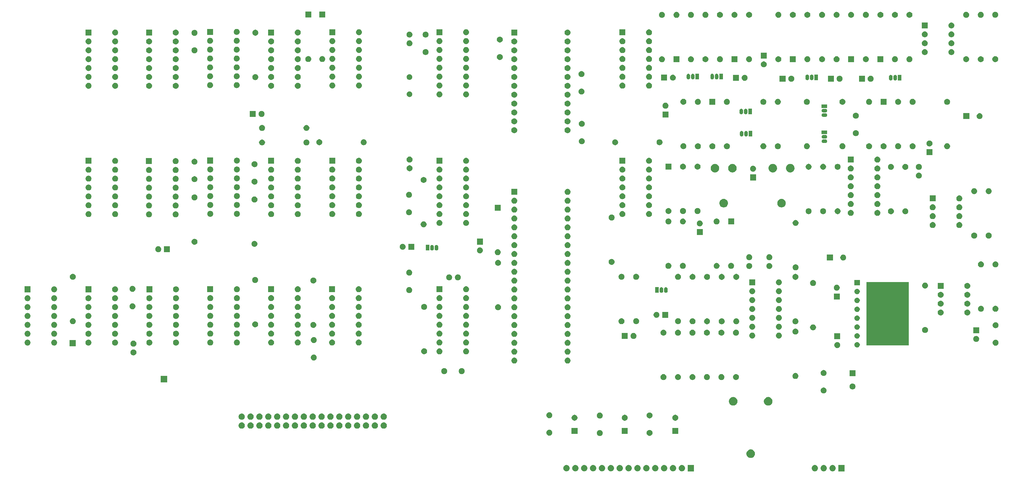
<source format=gbr>
G04 #@! TF.GenerationSoftware,KiCad,Pcbnew,(5.1.4)-1*
G04 #@! TF.CreationDate,2022-01-05T20:45:46-05:00*
G04 #@! TF.ProjectId,Space Firebird Soundboard,53706163-6520-4466-9972-656269726420,rev?*
G04 #@! TF.SameCoordinates,Original*
G04 #@! TF.FileFunction,Soldermask,Bot*
G04 #@! TF.FilePolarity,Negative*
%FSLAX46Y46*%
G04 Gerber Fmt 4.6, Leading zero omitted, Abs format (unit mm)*
G04 Created by KiCad (PCBNEW (5.1.4)-1) date 2022-01-05 20:45:46*
%MOMM*%
%LPD*%
G04 APERTURE LIST*
%ADD10C,0.100000*%
G04 APERTURE END LIST*
D10*
G36*
X230776000Y-165026000D02*
G01*
X228974000Y-165026000D01*
X228974000Y-163224000D01*
X230776000Y-163224000D01*
X230776000Y-165026000D01*
X230776000Y-165026000D01*
G37*
G36*
X204585443Y-163230519D02*
G01*
X204651627Y-163237037D01*
X204821466Y-163288557D01*
X204977991Y-163372222D01*
X205013729Y-163401552D01*
X205115186Y-163484814D01*
X205198448Y-163586271D01*
X205227778Y-163622009D01*
X205311443Y-163778534D01*
X205362963Y-163948373D01*
X205380359Y-164125000D01*
X205362963Y-164301627D01*
X205311443Y-164471466D01*
X205227778Y-164627991D01*
X205198448Y-164663729D01*
X205115186Y-164765186D01*
X205013729Y-164848448D01*
X204977991Y-164877778D01*
X204821466Y-164961443D01*
X204651627Y-165012963D01*
X204585443Y-165019481D01*
X204519260Y-165026000D01*
X204430740Y-165026000D01*
X204364557Y-165019481D01*
X204298373Y-165012963D01*
X204128534Y-164961443D01*
X203972009Y-164877778D01*
X203936271Y-164848448D01*
X203834814Y-164765186D01*
X203751552Y-164663729D01*
X203722222Y-164627991D01*
X203638557Y-164471466D01*
X203587037Y-164301627D01*
X203569641Y-164125000D01*
X203587037Y-163948373D01*
X203638557Y-163778534D01*
X203722222Y-163622009D01*
X203751552Y-163586271D01*
X203834814Y-163484814D01*
X203936271Y-163401552D01*
X203972009Y-163372222D01*
X204128534Y-163288557D01*
X204298373Y-163237037D01*
X204364557Y-163230519D01*
X204430740Y-163224000D01*
X204519260Y-163224000D01*
X204585443Y-163230519D01*
X204585443Y-163230519D01*
G37*
G36*
X265490443Y-163230519D02*
G01*
X265556627Y-163237037D01*
X265726466Y-163288557D01*
X265882991Y-163372222D01*
X265918729Y-163401552D01*
X266020186Y-163484814D01*
X266103448Y-163586271D01*
X266132778Y-163622009D01*
X266216443Y-163778534D01*
X266267963Y-163948373D01*
X266285359Y-164125000D01*
X266267963Y-164301627D01*
X266216443Y-164471466D01*
X266132778Y-164627991D01*
X266103448Y-164663729D01*
X266020186Y-164765186D01*
X265918729Y-164848448D01*
X265882991Y-164877778D01*
X265726466Y-164961443D01*
X265556627Y-165012963D01*
X265490443Y-165019481D01*
X265424260Y-165026000D01*
X265335740Y-165026000D01*
X265269557Y-165019481D01*
X265203373Y-165012963D01*
X265033534Y-164961443D01*
X264877009Y-164877778D01*
X264841271Y-164848448D01*
X264739814Y-164765186D01*
X264656552Y-164663729D01*
X264627222Y-164627991D01*
X264543557Y-164471466D01*
X264492037Y-164301627D01*
X264474641Y-164125000D01*
X264492037Y-163948373D01*
X264543557Y-163778534D01*
X264627222Y-163622009D01*
X264656552Y-163586271D01*
X264739814Y-163484814D01*
X264841271Y-163401552D01*
X264877009Y-163372222D01*
X265033534Y-163288557D01*
X265203373Y-163237037D01*
X265269557Y-163230519D01*
X265335740Y-163224000D01*
X265424260Y-163224000D01*
X265490443Y-163230519D01*
X265490443Y-163230519D01*
G37*
G36*
X268030443Y-163230519D02*
G01*
X268096627Y-163237037D01*
X268266466Y-163288557D01*
X268422991Y-163372222D01*
X268458729Y-163401552D01*
X268560186Y-163484814D01*
X268643448Y-163586271D01*
X268672778Y-163622009D01*
X268756443Y-163778534D01*
X268807963Y-163948373D01*
X268825359Y-164125000D01*
X268807963Y-164301627D01*
X268756443Y-164471466D01*
X268672778Y-164627991D01*
X268643448Y-164663729D01*
X268560186Y-164765186D01*
X268458729Y-164848448D01*
X268422991Y-164877778D01*
X268266466Y-164961443D01*
X268096627Y-165012963D01*
X268030443Y-165019481D01*
X267964260Y-165026000D01*
X267875740Y-165026000D01*
X267809557Y-165019481D01*
X267743373Y-165012963D01*
X267573534Y-164961443D01*
X267417009Y-164877778D01*
X267381271Y-164848448D01*
X267279814Y-164765186D01*
X267196552Y-164663729D01*
X267167222Y-164627991D01*
X267083557Y-164471466D01*
X267032037Y-164301627D01*
X267014641Y-164125000D01*
X267032037Y-163948373D01*
X267083557Y-163778534D01*
X267167222Y-163622009D01*
X267196552Y-163586271D01*
X267279814Y-163484814D01*
X267381271Y-163401552D01*
X267417009Y-163372222D01*
X267573534Y-163288557D01*
X267743373Y-163237037D01*
X267809557Y-163230519D01*
X267875740Y-163224000D01*
X267964260Y-163224000D01*
X268030443Y-163230519D01*
X268030443Y-163230519D01*
G37*
G36*
X270570443Y-163230519D02*
G01*
X270636627Y-163237037D01*
X270806466Y-163288557D01*
X270962991Y-163372222D01*
X270998729Y-163401552D01*
X271100186Y-163484814D01*
X271183448Y-163586271D01*
X271212778Y-163622009D01*
X271296443Y-163778534D01*
X271347963Y-163948373D01*
X271365359Y-164125000D01*
X271347963Y-164301627D01*
X271296443Y-164471466D01*
X271212778Y-164627991D01*
X271183448Y-164663729D01*
X271100186Y-164765186D01*
X270998729Y-164848448D01*
X270962991Y-164877778D01*
X270806466Y-164961443D01*
X270636627Y-165012963D01*
X270570443Y-165019481D01*
X270504260Y-165026000D01*
X270415740Y-165026000D01*
X270349557Y-165019481D01*
X270283373Y-165012963D01*
X270113534Y-164961443D01*
X269957009Y-164877778D01*
X269921271Y-164848448D01*
X269819814Y-164765186D01*
X269736552Y-164663729D01*
X269707222Y-164627991D01*
X269623557Y-164471466D01*
X269572037Y-164301627D01*
X269554641Y-164125000D01*
X269572037Y-163948373D01*
X269623557Y-163778534D01*
X269707222Y-163622009D01*
X269736552Y-163586271D01*
X269819814Y-163484814D01*
X269921271Y-163401552D01*
X269957009Y-163372222D01*
X270113534Y-163288557D01*
X270283373Y-163237037D01*
X270349557Y-163230519D01*
X270415740Y-163224000D01*
X270504260Y-163224000D01*
X270570443Y-163230519D01*
X270570443Y-163230519D01*
G37*
G36*
X273901000Y-165026000D02*
G01*
X272099000Y-165026000D01*
X272099000Y-163224000D01*
X273901000Y-163224000D01*
X273901000Y-165026000D01*
X273901000Y-165026000D01*
G37*
G36*
X194425443Y-163230519D02*
G01*
X194491627Y-163237037D01*
X194661466Y-163288557D01*
X194817991Y-163372222D01*
X194853729Y-163401552D01*
X194955186Y-163484814D01*
X195038448Y-163586271D01*
X195067778Y-163622009D01*
X195151443Y-163778534D01*
X195202963Y-163948373D01*
X195220359Y-164125000D01*
X195202963Y-164301627D01*
X195151443Y-164471466D01*
X195067778Y-164627991D01*
X195038448Y-164663729D01*
X194955186Y-164765186D01*
X194853729Y-164848448D01*
X194817991Y-164877778D01*
X194661466Y-164961443D01*
X194491627Y-165012963D01*
X194425443Y-165019481D01*
X194359260Y-165026000D01*
X194270740Y-165026000D01*
X194204557Y-165019481D01*
X194138373Y-165012963D01*
X193968534Y-164961443D01*
X193812009Y-164877778D01*
X193776271Y-164848448D01*
X193674814Y-164765186D01*
X193591552Y-164663729D01*
X193562222Y-164627991D01*
X193478557Y-164471466D01*
X193427037Y-164301627D01*
X193409641Y-164125000D01*
X193427037Y-163948373D01*
X193478557Y-163778534D01*
X193562222Y-163622009D01*
X193591552Y-163586271D01*
X193674814Y-163484814D01*
X193776271Y-163401552D01*
X193812009Y-163372222D01*
X193968534Y-163288557D01*
X194138373Y-163237037D01*
X194204557Y-163230519D01*
X194270740Y-163224000D01*
X194359260Y-163224000D01*
X194425443Y-163230519D01*
X194425443Y-163230519D01*
G37*
G36*
X196965443Y-163230519D02*
G01*
X197031627Y-163237037D01*
X197201466Y-163288557D01*
X197357991Y-163372222D01*
X197393729Y-163401552D01*
X197495186Y-163484814D01*
X197578448Y-163586271D01*
X197607778Y-163622009D01*
X197691443Y-163778534D01*
X197742963Y-163948373D01*
X197760359Y-164125000D01*
X197742963Y-164301627D01*
X197691443Y-164471466D01*
X197607778Y-164627991D01*
X197578448Y-164663729D01*
X197495186Y-164765186D01*
X197393729Y-164848448D01*
X197357991Y-164877778D01*
X197201466Y-164961443D01*
X197031627Y-165012963D01*
X196965443Y-165019481D01*
X196899260Y-165026000D01*
X196810740Y-165026000D01*
X196744557Y-165019481D01*
X196678373Y-165012963D01*
X196508534Y-164961443D01*
X196352009Y-164877778D01*
X196316271Y-164848448D01*
X196214814Y-164765186D01*
X196131552Y-164663729D01*
X196102222Y-164627991D01*
X196018557Y-164471466D01*
X195967037Y-164301627D01*
X195949641Y-164125000D01*
X195967037Y-163948373D01*
X196018557Y-163778534D01*
X196102222Y-163622009D01*
X196131552Y-163586271D01*
X196214814Y-163484814D01*
X196316271Y-163401552D01*
X196352009Y-163372222D01*
X196508534Y-163288557D01*
X196678373Y-163237037D01*
X196744557Y-163230519D01*
X196810740Y-163224000D01*
X196899260Y-163224000D01*
X196965443Y-163230519D01*
X196965443Y-163230519D01*
G37*
G36*
X199505443Y-163230519D02*
G01*
X199571627Y-163237037D01*
X199741466Y-163288557D01*
X199897991Y-163372222D01*
X199933729Y-163401552D01*
X200035186Y-163484814D01*
X200118448Y-163586271D01*
X200147778Y-163622009D01*
X200231443Y-163778534D01*
X200282963Y-163948373D01*
X200300359Y-164125000D01*
X200282963Y-164301627D01*
X200231443Y-164471466D01*
X200147778Y-164627991D01*
X200118448Y-164663729D01*
X200035186Y-164765186D01*
X199933729Y-164848448D01*
X199897991Y-164877778D01*
X199741466Y-164961443D01*
X199571627Y-165012963D01*
X199505443Y-165019481D01*
X199439260Y-165026000D01*
X199350740Y-165026000D01*
X199284557Y-165019481D01*
X199218373Y-165012963D01*
X199048534Y-164961443D01*
X198892009Y-164877778D01*
X198856271Y-164848448D01*
X198754814Y-164765186D01*
X198671552Y-164663729D01*
X198642222Y-164627991D01*
X198558557Y-164471466D01*
X198507037Y-164301627D01*
X198489641Y-164125000D01*
X198507037Y-163948373D01*
X198558557Y-163778534D01*
X198642222Y-163622009D01*
X198671552Y-163586271D01*
X198754814Y-163484814D01*
X198856271Y-163401552D01*
X198892009Y-163372222D01*
X199048534Y-163288557D01*
X199218373Y-163237037D01*
X199284557Y-163230519D01*
X199350740Y-163224000D01*
X199439260Y-163224000D01*
X199505443Y-163230519D01*
X199505443Y-163230519D01*
G37*
G36*
X202045443Y-163230519D02*
G01*
X202111627Y-163237037D01*
X202281466Y-163288557D01*
X202437991Y-163372222D01*
X202473729Y-163401552D01*
X202575186Y-163484814D01*
X202658448Y-163586271D01*
X202687778Y-163622009D01*
X202771443Y-163778534D01*
X202822963Y-163948373D01*
X202840359Y-164125000D01*
X202822963Y-164301627D01*
X202771443Y-164471466D01*
X202687778Y-164627991D01*
X202658448Y-164663729D01*
X202575186Y-164765186D01*
X202473729Y-164848448D01*
X202437991Y-164877778D01*
X202281466Y-164961443D01*
X202111627Y-165012963D01*
X202045443Y-165019481D01*
X201979260Y-165026000D01*
X201890740Y-165026000D01*
X201824557Y-165019481D01*
X201758373Y-165012963D01*
X201588534Y-164961443D01*
X201432009Y-164877778D01*
X201396271Y-164848448D01*
X201294814Y-164765186D01*
X201211552Y-164663729D01*
X201182222Y-164627991D01*
X201098557Y-164471466D01*
X201047037Y-164301627D01*
X201029641Y-164125000D01*
X201047037Y-163948373D01*
X201098557Y-163778534D01*
X201182222Y-163622009D01*
X201211552Y-163586271D01*
X201294814Y-163484814D01*
X201396271Y-163401552D01*
X201432009Y-163372222D01*
X201588534Y-163288557D01*
X201758373Y-163237037D01*
X201824557Y-163230519D01*
X201890740Y-163224000D01*
X201979260Y-163224000D01*
X202045443Y-163230519D01*
X202045443Y-163230519D01*
G37*
G36*
X207125443Y-163230519D02*
G01*
X207191627Y-163237037D01*
X207361466Y-163288557D01*
X207517991Y-163372222D01*
X207553729Y-163401552D01*
X207655186Y-163484814D01*
X207738448Y-163586271D01*
X207767778Y-163622009D01*
X207851443Y-163778534D01*
X207902963Y-163948373D01*
X207920359Y-164125000D01*
X207902963Y-164301627D01*
X207851443Y-164471466D01*
X207767778Y-164627991D01*
X207738448Y-164663729D01*
X207655186Y-164765186D01*
X207553729Y-164848448D01*
X207517991Y-164877778D01*
X207361466Y-164961443D01*
X207191627Y-165012963D01*
X207125443Y-165019481D01*
X207059260Y-165026000D01*
X206970740Y-165026000D01*
X206904557Y-165019481D01*
X206838373Y-165012963D01*
X206668534Y-164961443D01*
X206512009Y-164877778D01*
X206476271Y-164848448D01*
X206374814Y-164765186D01*
X206291552Y-164663729D01*
X206262222Y-164627991D01*
X206178557Y-164471466D01*
X206127037Y-164301627D01*
X206109641Y-164125000D01*
X206127037Y-163948373D01*
X206178557Y-163778534D01*
X206262222Y-163622009D01*
X206291552Y-163586271D01*
X206374814Y-163484814D01*
X206476271Y-163401552D01*
X206512009Y-163372222D01*
X206668534Y-163288557D01*
X206838373Y-163237037D01*
X206904557Y-163230519D01*
X206970740Y-163224000D01*
X207059260Y-163224000D01*
X207125443Y-163230519D01*
X207125443Y-163230519D01*
G37*
G36*
X212205443Y-163230519D02*
G01*
X212271627Y-163237037D01*
X212441466Y-163288557D01*
X212597991Y-163372222D01*
X212633729Y-163401552D01*
X212735186Y-163484814D01*
X212818448Y-163586271D01*
X212847778Y-163622009D01*
X212931443Y-163778534D01*
X212982963Y-163948373D01*
X213000359Y-164125000D01*
X212982963Y-164301627D01*
X212931443Y-164471466D01*
X212847778Y-164627991D01*
X212818448Y-164663729D01*
X212735186Y-164765186D01*
X212633729Y-164848448D01*
X212597991Y-164877778D01*
X212441466Y-164961443D01*
X212271627Y-165012963D01*
X212205443Y-165019481D01*
X212139260Y-165026000D01*
X212050740Y-165026000D01*
X211984557Y-165019481D01*
X211918373Y-165012963D01*
X211748534Y-164961443D01*
X211592009Y-164877778D01*
X211556271Y-164848448D01*
X211454814Y-164765186D01*
X211371552Y-164663729D01*
X211342222Y-164627991D01*
X211258557Y-164471466D01*
X211207037Y-164301627D01*
X211189641Y-164125000D01*
X211207037Y-163948373D01*
X211258557Y-163778534D01*
X211342222Y-163622009D01*
X211371552Y-163586271D01*
X211454814Y-163484814D01*
X211556271Y-163401552D01*
X211592009Y-163372222D01*
X211748534Y-163288557D01*
X211918373Y-163237037D01*
X211984557Y-163230519D01*
X212050740Y-163224000D01*
X212139260Y-163224000D01*
X212205443Y-163230519D01*
X212205443Y-163230519D01*
G37*
G36*
X227445443Y-163230519D02*
G01*
X227511627Y-163237037D01*
X227681466Y-163288557D01*
X227837991Y-163372222D01*
X227873729Y-163401552D01*
X227975186Y-163484814D01*
X228058448Y-163586271D01*
X228087778Y-163622009D01*
X228171443Y-163778534D01*
X228222963Y-163948373D01*
X228240359Y-164125000D01*
X228222963Y-164301627D01*
X228171443Y-164471466D01*
X228087778Y-164627991D01*
X228058448Y-164663729D01*
X227975186Y-164765186D01*
X227873729Y-164848448D01*
X227837991Y-164877778D01*
X227681466Y-164961443D01*
X227511627Y-165012963D01*
X227445443Y-165019481D01*
X227379260Y-165026000D01*
X227290740Y-165026000D01*
X227224557Y-165019481D01*
X227158373Y-165012963D01*
X226988534Y-164961443D01*
X226832009Y-164877778D01*
X226796271Y-164848448D01*
X226694814Y-164765186D01*
X226611552Y-164663729D01*
X226582222Y-164627991D01*
X226498557Y-164471466D01*
X226447037Y-164301627D01*
X226429641Y-164125000D01*
X226447037Y-163948373D01*
X226498557Y-163778534D01*
X226582222Y-163622009D01*
X226611552Y-163586271D01*
X226694814Y-163484814D01*
X226796271Y-163401552D01*
X226832009Y-163372222D01*
X226988534Y-163288557D01*
X227158373Y-163237037D01*
X227224557Y-163230519D01*
X227290740Y-163224000D01*
X227379260Y-163224000D01*
X227445443Y-163230519D01*
X227445443Y-163230519D01*
G37*
G36*
X224905443Y-163230519D02*
G01*
X224971627Y-163237037D01*
X225141466Y-163288557D01*
X225297991Y-163372222D01*
X225333729Y-163401552D01*
X225435186Y-163484814D01*
X225518448Y-163586271D01*
X225547778Y-163622009D01*
X225631443Y-163778534D01*
X225682963Y-163948373D01*
X225700359Y-164125000D01*
X225682963Y-164301627D01*
X225631443Y-164471466D01*
X225547778Y-164627991D01*
X225518448Y-164663729D01*
X225435186Y-164765186D01*
X225333729Y-164848448D01*
X225297991Y-164877778D01*
X225141466Y-164961443D01*
X224971627Y-165012963D01*
X224905443Y-165019481D01*
X224839260Y-165026000D01*
X224750740Y-165026000D01*
X224684557Y-165019481D01*
X224618373Y-165012963D01*
X224448534Y-164961443D01*
X224292009Y-164877778D01*
X224256271Y-164848448D01*
X224154814Y-164765186D01*
X224071552Y-164663729D01*
X224042222Y-164627991D01*
X223958557Y-164471466D01*
X223907037Y-164301627D01*
X223889641Y-164125000D01*
X223907037Y-163948373D01*
X223958557Y-163778534D01*
X224042222Y-163622009D01*
X224071552Y-163586271D01*
X224154814Y-163484814D01*
X224256271Y-163401552D01*
X224292009Y-163372222D01*
X224448534Y-163288557D01*
X224618373Y-163237037D01*
X224684557Y-163230519D01*
X224750740Y-163224000D01*
X224839260Y-163224000D01*
X224905443Y-163230519D01*
X224905443Y-163230519D01*
G37*
G36*
X222365443Y-163230519D02*
G01*
X222431627Y-163237037D01*
X222601466Y-163288557D01*
X222757991Y-163372222D01*
X222793729Y-163401552D01*
X222895186Y-163484814D01*
X222978448Y-163586271D01*
X223007778Y-163622009D01*
X223091443Y-163778534D01*
X223142963Y-163948373D01*
X223160359Y-164125000D01*
X223142963Y-164301627D01*
X223091443Y-164471466D01*
X223007778Y-164627991D01*
X222978448Y-164663729D01*
X222895186Y-164765186D01*
X222793729Y-164848448D01*
X222757991Y-164877778D01*
X222601466Y-164961443D01*
X222431627Y-165012963D01*
X222365443Y-165019481D01*
X222299260Y-165026000D01*
X222210740Y-165026000D01*
X222144557Y-165019481D01*
X222078373Y-165012963D01*
X221908534Y-164961443D01*
X221752009Y-164877778D01*
X221716271Y-164848448D01*
X221614814Y-164765186D01*
X221531552Y-164663729D01*
X221502222Y-164627991D01*
X221418557Y-164471466D01*
X221367037Y-164301627D01*
X221349641Y-164125000D01*
X221367037Y-163948373D01*
X221418557Y-163778534D01*
X221502222Y-163622009D01*
X221531552Y-163586271D01*
X221614814Y-163484814D01*
X221716271Y-163401552D01*
X221752009Y-163372222D01*
X221908534Y-163288557D01*
X222078373Y-163237037D01*
X222144557Y-163230519D01*
X222210740Y-163224000D01*
X222299260Y-163224000D01*
X222365443Y-163230519D01*
X222365443Y-163230519D01*
G37*
G36*
X217285443Y-163230519D02*
G01*
X217351627Y-163237037D01*
X217521466Y-163288557D01*
X217677991Y-163372222D01*
X217713729Y-163401552D01*
X217815186Y-163484814D01*
X217898448Y-163586271D01*
X217927778Y-163622009D01*
X218011443Y-163778534D01*
X218062963Y-163948373D01*
X218080359Y-164125000D01*
X218062963Y-164301627D01*
X218011443Y-164471466D01*
X217927778Y-164627991D01*
X217898448Y-164663729D01*
X217815186Y-164765186D01*
X217713729Y-164848448D01*
X217677991Y-164877778D01*
X217521466Y-164961443D01*
X217351627Y-165012963D01*
X217285443Y-165019481D01*
X217219260Y-165026000D01*
X217130740Y-165026000D01*
X217064557Y-165019481D01*
X216998373Y-165012963D01*
X216828534Y-164961443D01*
X216672009Y-164877778D01*
X216636271Y-164848448D01*
X216534814Y-164765186D01*
X216451552Y-164663729D01*
X216422222Y-164627991D01*
X216338557Y-164471466D01*
X216287037Y-164301627D01*
X216269641Y-164125000D01*
X216287037Y-163948373D01*
X216338557Y-163778534D01*
X216422222Y-163622009D01*
X216451552Y-163586271D01*
X216534814Y-163484814D01*
X216636271Y-163401552D01*
X216672009Y-163372222D01*
X216828534Y-163288557D01*
X216998373Y-163237037D01*
X217064557Y-163230519D01*
X217130740Y-163224000D01*
X217219260Y-163224000D01*
X217285443Y-163230519D01*
X217285443Y-163230519D01*
G37*
G36*
X214745443Y-163230519D02*
G01*
X214811627Y-163237037D01*
X214981466Y-163288557D01*
X215137991Y-163372222D01*
X215173729Y-163401552D01*
X215275186Y-163484814D01*
X215358448Y-163586271D01*
X215387778Y-163622009D01*
X215471443Y-163778534D01*
X215522963Y-163948373D01*
X215540359Y-164125000D01*
X215522963Y-164301627D01*
X215471443Y-164471466D01*
X215387778Y-164627991D01*
X215358448Y-164663729D01*
X215275186Y-164765186D01*
X215173729Y-164848448D01*
X215137991Y-164877778D01*
X214981466Y-164961443D01*
X214811627Y-165012963D01*
X214745443Y-165019481D01*
X214679260Y-165026000D01*
X214590740Y-165026000D01*
X214524557Y-165019481D01*
X214458373Y-165012963D01*
X214288534Y-164961443D01*
X214132009Y-164877778D01*
X214096271Y-164848448D01*
X213994814Y-164765186D01*
X213911552Y-164663729D01*
X213882222Y-164627991D01*
X213798557Y-164471466D01*
X213747037Y-164301627D01*
X213729641Y-164125000D01*
X213747037Y-163948373D01*
X213798557Y-163778534D01*
X213882222Y-163622009D01*
X213911552Y-163586271D01*
X213994814Y-163484814D01*
X214096271Y-163401552D01*
X214132009Y-163372222D01*
X214288534Y-163288557D01*
X214458373Y-163237037D01*
X214524557Y-163230519D01*
X214590740Y-163224000D01*
X214679260Y-163224000D01*
X214745443Y-163230519D01*
X214745443Y-163230519D01*
G37*
G36*
X209665443Y-163230519D02*
G01*
X209731627Y-163237037D01*
X209901466Y-163288557D01*
X210057991Y-163372222D01*
X210093729Y-163401552D01*
X210195186Y-163484814D01*
X210278448Y-163586271D01*
X210307778Y-163622009D01*
X210391443Y-163778534D01*
X210442963Y-163948373D01*
X210460359Y-164125000D01*
X210442963Y-164301627D01*
X210391443Y-164471466D01*
X210307778Y-164627991D01*
X210278448Y-164663729D01*
X210195186Y-164765186D01*
X210093729Y-164848448D01*
X210057991Y-164877778D01*
X209901466Y-164961443D01*
X209731627Y-165012963D01*
X209665443Y-165019481D01*
X209599260Y-165026000D01*
X209510740Y-165026000D01*
X209444557Y-165019481D01*
X209378373Y-165012963D01*
X209208534Y-164961443D01*
X209052009Y-164877778D01*
X209016271Y-164848448D01*
X208914814Y-164765186D01*
X208831552Y-164663729D01*
X208802222Y-164627991D01*
X208718557Y-164471466D01*
X208667037Y-164301627D01*
X208649641Y-164125000D01*
X208667037Y-163948373D01*
X208718557Y-163778534D01*
X208802222Y-163622009D01*
X208831552Y-163586271D01*
X208914814Y-163484814D01*
X209016271Y-163401552D01*
X209052009Y-163372222D01*
X209208534Y-163288557D01*
X209378373Y-163237037D01*
X209444557Y-163230519D01*
X209510740Y-163224000D01*
X209599260Y-163224000D01*
X209665443Y-163230519D01*
X209665443Y-163230519D01*
G37*
G36*
X219825443Y-163230519D02*
G01*
X219891627Y-163237037D01*
X220061466Y-163288557D01*
X220217991Y-163372222D01*
X220253729Y-163401552D01*
X220355186Y-163484814D01*
X220438448Y-163586271D01*
X220467778Y-163622009D01*
X220551443Y-163778534D01*
X220602963Y-163948373D01*
X220620359Y-164125000D01*
X220602963Y-164301627D01*
X220551443Y-164471466D01*
X220467778Y-164627991D01*
X220438448Y-164663729D01*
X220355186Y-164765186D01*
X220253729Y-164848448D01*
X220217991Y-164877778D01*
X220061466Y-164961443D01*
X219891627Y-165012963D01*
X219825443Y-165019481D01*
X219759260Y-165026000D01*
X219670740Y-165026000D01*
X219604557Y-165019481D01*
X219538373Y-165012963D01*
X219368534Y-164961443D01*
X219212009Y-164877778D01*
X219176271Y-164848448D01*
X219074814Y-164765186D01*
X218991552Y-164663729D01*
X218962222Y-164627991D01*
X218878557Y-164471466D01*
X218827037Y-164301627D01*
X218809641Y-164125000D01*
X218827037Y-163948373D01*
X218878557Y-163778534D01*
X218962222Y-163622009D01*
X218991552Y-163586271D01*
X219074814Y-163484814D01*
X219176271Y-163401552D01*
X219212009Y-163372222D01*
X219368534Y-163288557D01*
X219538373Y-163237037D01*
X219604557Y-163230519D01*
X219670740Y-163224000D01*
X219759260Y-163224000D01*
X219825443Y-163230519D01*
X219825443Y-163230519D01*
G37*
G36*
X247263205Y-158777461D02*
G01*
X247381153Y-158800922D01*
X247473194Y-158839047D01*
X247603359Y-158892963D01*
X247803342Y-159026587D01*
X247973413Y-159196658D01*
X248107037Y-159396641D01*
X248199078Y-159618848D01*
X248246000Y-159854741D01*
X248246000Y-160095259D01*
X248199078Y-160331152D01*
X248107037Y-160553359D01*
X247973413Y-160753342D01*
X247803342Y-160923413D01*
X247603359Y-161057037D01*
X247473194Y-161110953D01*
X247381153Y-161149078D01*
X247145259Y-161196000D01*
X246904741Y-161196000D01*
X246668847Y-161149078D01*
X246576806Y-161110953D01*
X246446641Y-161057037D01*
X246246658Y-160923413D01*
X246076587Y-160753342D01*
X245942963Y-160553359D01*
X245850922Y-160331152D01*
X245804000Y-160095259D01*
X245804000Y-159854741D01*
X245850922Y-159618848D01*
X245942963Y-159396641D01*
X246076587Y-159196658D01*
X246246658Y-159026587D01*
X246446641Y-158892963D01*
X246576806Y-158839047D01*
X246668847Y-158800922D01*
X246786795Y-158777461D01*
X246904741Y-158754000D01*
X247145259Y-158754000D01*
X247263205Y-158777461D01*
X247263205Y-158777461D01*
G37*
G36*
X204098228Y-153256703D02*
G01*
X204253100Y-153320853D01*
X204392481Y-153413985D01*
X204511015Y-153532519D01*
X204604147Y-153671900D01*
X204668297Y-153826772D01*
X204701000Y-153991184D01*
X204701000Y-154158816D01*
X204668297Y-154323228D01*
X204604147Y-154478100D01*
X204511015Y-154617481D01*
X204392481Y-154736015D01*
X204253100Y-154829147D01*
X204098228Y-154893297D01*
X203933816Y-154926000D01*
X203766184Y-154926000D01*
X203601772Y-154893297D01*
X203446900Y-154829147D01*
X203307519Y-154736015D01*
X203188985Y-154617481D01*
X203095853Y-154478100D01*
X203031703Y-154323228D01*
X202999000Y-154158816D01*
X202999000Y-153991184D01*
X203031703Y-153826772D01*
X203095853Y-153671900D01*
X203188985Y-153532519D01*
X203307519Y-153413985D01*
X203446900Y-153320853D01*
X203601772Y-153256703D01*
X203766184Y-153224000D01*
X203933816Y-153224000D01*
X204098228Y-153256703D01*
X204098228Y-153256703D01*
G37*
G36*
X218348228Y-153206703D02*
G01*
X218503100Y-153270853D01*
X218642481Y-153363985D01*
X218761015Y-153482519D01*
X218854147Y-153621900D01*
X218918297Y-153776772D01*
X218951000Y-153941184D01*
X218951000Y-154108816D01*
X218918297Y-154273228D01*
X218854147Y-154428100D01*
X218761015Y-154567481D01*
X218642481Y-154686015D01*
X218503100Y-154779147D01*
X218348228Y-154843297D01*
X218183816Y-154876000D01*
X218016184Y-154876000D01*
X217851772Y-154843297D01*
X217696900Y-154779147D01*
X217557519Y-154686015D01*
X217438985Y-154567481D01*
X217345853Y-154428100D01*
X217281703Y-154273228D01*
X217249000Y-154108816D01*
X217249000Y-153941184D01*
X217281703Y-153776772D01*
X217345853Y-153621900D01*
X217438985Y-153482519D01*
X217557519Y-153363985D01*
X217696900Y-153270853D01*
X217851772Y-153206703D01*
X218016184Y-153174000D01*
X218183816Y-153174000D01*
X218348228Y-153206703D01*
X218348228Y-153206703D01*
G37*
G36*
X189673228Y-153156703D02*
G01*
X189828100Y-153220853D01*
X189967481Y-153313985D01*
X190086015Y-153432519D01*
X190179147Y-153571900D01*
X190243297Y-153726772D01*
X190276000Y-153891184D01*
X190276000Y-154058816D01*
X190243297Y-154223228D01*
X190179147Y-154378100D01*
X190086015Y-154517481D01*
X189967481Y-154636015D01*
X189828100Y-154729147D01*
X189673228Y-154793297D01*
X189508816Y-154826000D01*
X189341184Y-154826000D01*
X189176772Y-154793297D01*
X189021900Y-154729147D01*
X188882519Y-154636015D01*
X188763985Y-154517481D01*
X188670853Y-154378100D01*
X188606703Y-154223228D01*
X188574000Y-154058816D01*
X188574000Y-153891184D01*
X188606703Y-153726772D01*
X188670853Y-153571900D01*
X188763985Y-153432519D01*
X188882519Y-153313985D01*
X189021900Y-153220853D01*
X189176772Y-153156703D01*
X189341184Y-153124000D01*
X189508816Y-153124000D01*
X189673228Y-153156703D01*
X189673228Y-153156703D01*
G37*
G36*
X226301000Y-154351000D02*
G01*
X224599000Y-154351000D01*
X224599000Y-152649000D01*
X226301000Y-152649000D01*
X226301000Y-154351000D01*
X226301000Y-154351000D01*
G37*
G36*
X211851000Y-154351000D02*
G01*
X210149000Y-154351000D01*
X210149000Y-152649000D01*
X211851000Y-152649000D01*
X211851000Y-154351000D01*
X211851000Y-154351000D01*
G37*
G36*
X197481000Y-154351000D02*
G01*
X195779000Y-154351000D01*
X195779000Y-152649000D01*
X197481000Y-152649000D01*
X197481000Y-154351000D01*
X197481000Y-154351000D01*
G37*
G36*
X121830443Y-151030519D02*
G01*
X121896627Y-151037037D01*
X122066466Y-151088557D01*
X122222991Y-151172222D01*
X122258729Y-151201552D01*
X122360186Y-151284814D01*
X122443448Y-151386271D01*
X122472778Y-151422009D01*
X122556443Y-151578534D01*
X122607963Y-151748373D01*
X122625359Y-151925000D01*
X122607963Y-152101627D01*
X122556443Y-152271466D01*
X122472778Y-152427991D01*
X122443448Y-152463729D01*
X122360186Y-152565186D01*
X122258729Y-152648448D01*
X122222991Y-152677778D01*
X122066466Y-152761443D01*
X121896627Y-152812963D01*
X121830442Y-152819482D01*
X121764260Y-152826000D01*
X121675740Y-152826000D01*
X121609558Y-152819482D01*
X121543373Y-152812963D01*
X121373534Y-152761443D01*
X121217009Y-152677778D01*
X121181271Y-152648448D01*
X121079814Y-152565186D01*
X120996552Y-152463729D01*
X120967222Y-152427991D01*
X120883557Y-152271466D01*
X120832037Y-152101627D01*
X120814641Y-151925000D01*
X120832037Y-151748373D01*
X120883557Y-151578534D01*
X120967222Y-151422009D01*
X120996552Y-151386271D01*
X121079814Y-151284814D01*
X121181271Y-151201552D01*
X121217009Y-151172222D01*
X121373534Y-151088557D01*
X121543373Y-151037037D01*
X121609557Y-151030519D01*
X121675740Y-151024000D01*
X121764260Y-151024000D01*
X121830443Y-151030519D01*
X121830443Y-151030519D01*
G37*
G36*
X101510443Y-151030519D02*
G01*
X101576627Y-151037037D01*
X101746466Y-151088557D01*
X101902991Y-151172222D01*
X101938729Y-151201552D01*
X102040186Y-151284814D01*
X102123448Y-151386271D01*
X102152778Y-151422009D01*
X102236443Y-151578534D01*
X102287963Y-151748373D01*
X102305359Y-151925000D01*
X102287963Y-152101627D01*
X102236443Y-152271466D01*
X102152778Y-152427991D01*
X102123448Y-152463729D01*
X102040186Y-152565186D01*
X101938729Y-152648448D01*
X101902991Y-152677778D01*
X101746466Y-152761443D01*
X101576627Y-152812963D01*
X101510442Y-152819482D01*
X101444260Y-152826000D01*
X101355740Y-152826000D01*
X101289558Y-152819482D01*
X101223373Y-152812963D01*
X101053534Y-152761443D01*
X100897009Y-152677778D01*
X100861271Y-152648448D01*
X100759814Y-152565186D01*
X100676552Y-152463729D01*
X100647222Y-152427991D01*
X100563557Y-152271466D01*
X100512037Y-152101627D01*
X100494641Y-151925000D01*
X100512037Y-151748373D01*
X100563557Y-151578534D01*
X100647222Y-151422009D01*
X100676552Y-151386271D01*
X100759814Y-151284814D01*
X100861271Y-151201552D01*
X100897009Y-151172222D01*
X101053534Y-151088557D01*
X101223373Y-151037037D01*
X101289557Y-151030519D01*
X101355740Y-151024000D01*
X101444260Y-151024000D01*
X101510443Y-151030519D01*
X101510443Y-151030519D01*
G37*
G36*
X104050443Y-151030519D02*
G01*
X104116627Y-151037037D01*
X104286466Y-151088557D01*
X104442991Y-151172222D01*
X104478729Y-151201552D01*
X104580186Y-151284814D01*
X104663448Y-151386271D01*
X104692778Y-151422009D01*
X104776443Y-151578534D01*
X104827963Y-151748373D01*
X104845359Y-151925000D01*
X104827963Y-152101627D01*
X104776443Y-152271466D01*
X104692778Y-152427991D01*
X104663448Y-152463729D01*
X104580186Y-152565186D01*
X104478729Y-152648448D01*
X104442991Y-152677778D01*
X104286466Y-152761443D01*
X104116627Y-152812963D01*
X104050442Y-152819482D01*
X103984260Y-152826000D01*
X103895740Y-152826000D01*
X103829558Y-152819482D01*
X103763373Y-152812963D01*
X103593534Y-152761443D01*
X103437009Y-152677778D01*
X103401271Y-152648448D01*
X103299814Y-152565186D01*
X103216552Y-152463729D01*
X103187222Y-152427991D01*
X103103557Y-152271466D01*
X103052037Y-152101627D01*
X103034641Y-151925000D01*
X103052037Y-151748373D01*
X103103557Y-151578534D01*
X103187222Y-151422009D01*
X103216552Y-151386271D01*
X103299814Y-151284814D01*
X103401271Y-151201552D01*
X103437009Y-151172222D01*
X103593534Y-151088557D01*
X103763373Y-151037037D01*
X103829557Y-151030519D01*
X103895740Y-151024000D01*
X103984260Y-151024000D01*
X104050443Y-151030519D01*
X104050443Y-151030519D01*
G37*
G36*
X106590443Y-151030519D02*
G01*
X106656627Y-151037037D01*
X106826466Y-151088557D01*
X106982991Y-151172222D01*
X107018729Y-151201552D01*
X107120186Y-151284814D01*
X107203448Y-151386271D01*
X107232778Y-151422009D01*
X107316443Y-151578534D01*
X107367963Y-151748373D01*
X107385359Y-151925000D01*
X107367963Y-152101627D01*
X107316443Y-152271466D01*
X107232778Y-152427991D01*
X107203448Y-152463729D01*
X107120186Y-152565186D01*
X107018729Y-152648448D01*
X106982991Y-152677778D01*
X106826466Y-152761443D01*
X106656627Y-152812963D01*
X106590442Y-152819482D01*
X106524260Y-152826000D01*
X106435740Y-152826000D01*
X106369558Y-152819482D01*
X106303373Y-152812963D01*
X106133534Y-152761443D01*
X105977009Y-152677778D01*
X105941271Y-152648448D01*
X105839814Y-152565186D01*
X105756552Y-152463729D01*
X105727222Y-152427991D01*
X105643557Y-152271466D01*
X105592037Y-152101627D01*
X105574641Y-151925000D01*
X105592037Y-151748373D01*
X105643557Y-151578534D01*
X105727222Y-151422009D01*
X105756552Y-151386271D01*
X105839814Y-151284814D01*
X105941271Y-151201552D01*
X105977009Y-151172222D01*
X106133534Y-151088557D01*
X106303373Y-151037037D01*
X106369557Y-151030519D01*
X106435740Y-151024000D01*
X106524260Y-151024000D01*
X106590443Y-151030519D01*
X106590443Y-151030519D01*
G37*
G36*
X109130443Y-151030519D02*
G01*
X109196627Y-151037037D01*
X109366466Y-151088557D01*
X109522991Y-151172222D01*
X109558729Y-151201552D01*
X109660186Y-151284814D01*
X109743448Y-151386271D01*
X109772778Y-151422009D01*
X109856443Y-151578534D01*
X109907963Y-151748373D01*
X109925359Y-151925000D01*
X109907963Y-152101627D01*
X109856443Y-152271466D01*
X109772778Y-152427991D01*
X109743448Y-152463729D01*
X109660186Y-152565186D01*
X109558729Y-152648448D01*
X109522991Y-152677778D01*
X109366466Y-152761443D01*
X109196627Y-152812963D01*
X109130442Y-152819482D01*
X109064260Y-152826000D01*
X108975740Y-152826000D01*
X108909558Y-152819482D01*
X108843373Y-152812963D01*
X108673534Y-152761443D01*
X108517009Y-152677778D01*
X108481271Y-152648448D01*
X108379814Y-152565186D01*
X108296552Y-152463729D01*
X108267222Y-152427991D01*
X108183557Y-152271466D01*
X108132037Y-152101627D01*
X108114641Y-151925000D01*
X108132037Y-151748373D01*
X108183557Y-151578534D01*
X108267222Y-151422009D01*
X108296552Y-151386271D01*
X108379814Y-151284814D01*
X108481271Y-151201552D01*
X108517009Y-151172222D01*
X108673534Y-151088557D01*
X108843373Y-151037037D01*
X108909557Y-151030519D01*
X108975740Y-151024000D01*
X109064260Y-151024000D01*
X109130443Y-151030519D01*
X109130443Y-151030519D01*
G37*
G36*
X111670443Y-151030519D02*
G01*
X111736627Y-151037037D01*
X111906466Y-151088557D01*
X112062991Y-151172222D01*
X112098729Y-151201552D01*
X112200186Y-151284814D01*
X112283448Y-151386271D01*
X112312778Y-151422009D01*
X112396443Y-151578534D01*
X112447963Y-151748373D01*
X112465359Y-151925000D01*
X112447963Y-152101627D01*
X112396443Y-152271466D01*
X112312778Y-152427991D01*
X112283448Y-152463729D01*
X112200186Y-152565186D01*
X112098729Y-152648448D01*
X112062991Y-152677778D01*
X111906466Y-152761443D01*
X111736627Y-152812963D01*
X111670442Y-152819482D01*
X111604260Y-152826000D01*
X111515740Y-152826000D01*
X111449558Y-152819482D01*
X111383373Y-152812963D01*
X111213534Y-152761443D01*
X111057009Y-152677778D01*
X111021271Y-152648448D01*
X110919814Y-152565186D01*
X110836552Y-152463729D01*
X110807222Y-152427991D01*
X110723557Y-152271466D01*
X110672037Y-152101627D01*
X110654641Y-151925000D01*
X110672037Y-151748373D01*
X110723557Y-151578534D01*
X110807222Y-151422009D01*
X110836552Y-151386271D01*
X110919814Y-151284814D01*
X111021271Y-151201552D01*
X111057009Y-151172222D01*
X111213534Y-151088557D01*
X111383373Y-151037037D01*
X111449557Y-151030519D01*
X111515740Y-151024000D01*
X111604260Y-151024000D01*
X111670443Y-151030519D01*
X111670443Y-151030519D01*
G37*
G36*
X114210443Y-151030519D02*
G01*
X114276627Y-151037037D01*
X114446466Y-151088557D01*
X114602991Y-151172222D01*
X114638729Y-151201552D01*
X114740186Y-151284814D01*
X114823448Y-151386271D01*
X114852778Y-151422009D01*
X114936443Y-151578534D01*
X114987963Y-151748373D01*
X115005359Y-151925000D01*
X114987963Y-152101627D01*
X114936443Y-152271466D01*
X114852778Y-152427991D01*
X114823448Y-152463729D01*
X114740186Y-152565186D01*
X114638729Y-152648448D01*
X114602991Y-152677778D01*
X114446466Y-152761443D01*
X114276627Y-152812963D01*
X114210442Y-152819482D01*
X114144260Y-152826000D01*
X114055740Y-152826000D01*
X113989558Y-152819482D01*
X113923373Y-152812963D01*
X113753534Y-152761443D01*
X113597009Y-152677778D01*
X113561271Y-152648448D01*
X113459814Y-152565186D01*
X113376552Y-152463729D01*
X113347222Y-152427991D01*
X113263557Y-152271466D01*
X113212037Y-152101627D01*
X113194641Y-151925000D01*
X113212037Y-151748373D01*
X113263557Y-151578534D01*
X113347222Y-151422009D01*
X113376552Y-151386271D01*
X113459814Y-151284814D01*
X113561271Y-151201552D01*
X113597009Y-151172222D01*
X113753534Y-151088557D01*
X113923373Y-151037037D01*
X113989557Y-151030519D01*
X114055740Y-151024000D01*
X114144260Y-151024000D01*
X114210443Y-151030519D01*
X114210443Y-151030519D01*
G37*
G36*
X116750443Y-151030519D02*
G01*
X116816627Y-151037037D01*
X116986466Y-151088557D01*
X117142991Y-151172222D01*
X117178729Y-151201552D01*
X117280186Y-151284814D01*
X117363448Y-151386271D01*
X117392778Y-151422009D01*
X117476443Y-151578534D01*
X117527963Y-151748373D01*
X117545359Y-151925000D01*
X117527963Y-152101627D01*
X117476443Y-152271466D01*
X117392778Y-152427991D01*
X117363448Y-152463729D01*
X117280186Y-152565186D01*
X117178729Y-152648448D01*
X117142991Y-152677778D01*
X116986466Y-152761443D01*
X116816627Y-152812963D01*
X116750442Y-152819482D01*
X116684260Y-152826000D01*
X116595740Y-152826000D01*
X116529558Y-152819482D01*
X116463373Y-152812963D01*
X116293534Y-152761443D01*
X116137009Y-152677778D01*
X116101271Y-152648448D01*
X115999814Y-152565186D01*
X115916552Y-152463729D01*
X115887222Y-152427991D01*
X115803557Y-152271466D01*
X115752037Y-152101627D01*
X115734641Y-151925000D01*
X115752037Y-151748373D01*
X115803557Y-151578534D01*
X115887222Y-151422009D01*
X115916552Y-151386271D01*
X115999814Y-151284814D01*
X116101271Y-151201552D01*
X116137009Y-151172222D01*
X116293534Y-151088557D01*
X116463373Y-151037037D01*
X116529557Y-151030519D01*
X116595740Y-151024000D01*
X116684260Y-151024000D01*
X116750443Y-151030519D01*
X116750443Y-151030519D01*
G37*
G36*
X119290443Y-151030519D02*
G01*
X119356627Y-151037037D01*
X119526466Y-151088557D01*
X119682991Y-151172222D01*
X119718729Y-151201552D01*
X119820186Y-151284814D01*
X119903448Y-151386271D01*
X119932778Y-151422009D01*
X120016443Y-151578534D01*
X120067963Y-151748373D01*
X120085359Y-151925000D01*
X120067963Y-152101627D01*
X120016443Y-152271466D01*
X119932778Y-152427991D01*
X119903448Y-152463729D01*
X119820186Y-152565186D01*
X119718729Y-152648448D01*
X119682991Y-152677778D01*
X119526466Y-152761443D01*
X119356627Y-152812963D01*
X119290442Y-152819482D01*
X119224260Y-152826000D01*
X119135740Y-152826000D01*
X119069558Y-152819482D01*
X119003373Y-152812963D01*
X118833534Y-152761443D01*
X118677009Y-152677778D01*
X118641271Y-152648448D01*
X118539814Y-152565186D01*
X118456552Y-152463729D01*
X118427222Y-152427991D01*
X118343557Y-152271466D01*
X118292037Y-152101627D01*
X118274641Y-151925000D01*
X118292037Y-151748373D01*
X118343557Y-151578534D01*
X118427222Y-151422009D01*
X118456552Y-151386271D01*
X118539814Y-151284814D01*
X118641271Y-151201552D01*
X118677009Y-151172222D01*
X118833534Y-151088557D01*
X119003373Y-151037037D01*
X119069557Y-151030519D01*
X119135740Y-151024000D01*
X119224260Y-151024000D01*
X119290443Y-151030519D01*
X119290443Y-151030519D01*
G37*
G36*
X124370443Y-151030519D02*
G01*
X124436627Y-151037037D01*
X124606466Y-151088557D01*
X124762991Y-151172222D01*
X124798729Y-151201552D01*
X124900186Y-151284814D01*
X124983448Y-151386271D01*
X125012778Y-151422009D01*
X125096443Y-151578534D01*
X125147963Y-151748373D01*
X125165359Y-151925000D01*
X125147963Y-152101627D01*
X125096443Y-152271466D01*
X125012778Y-152427991D01*
X124983448Y-152463729D01*
X124900186Y-152565186D01*
X124798729Y-152648448D01*
X124762991Y-152677778D01*
X124606466Y-152761443D01*
X124436627Y-152812963D01*
X124370442Y-152819482D01*
X124304260Y-152826000D01*
X124215740Y-152826000D01*
X124149558Y-152819482D01*
X124083373Y-152812963D01*
X123913534Y-152761443D01*
X123757009Y-152677778D01*
X123721271Y-152648448D01*
X123619814Y-152565186D01*
X123536552Y-152463729D01*
X123507222Y-152427991D01*
X123423557Y-152271466D01*
X123372037Y-152101627D01*
X123354641Y-151925000D01*
X123372037Y-151748373D01*
X123423557Y-151578534D01*
X123507222Y-151422009D01*
X123536552Y-151386271D01*
X123619814Y-151284814D01*
X123721271Y-151201552D01*
X123757009Y-151172222D01*
X123913534Y-151088557D01*
X124083373Y-151037037D01*
X124149557Y-151030519D01*
X124215740Y-151024000D01*
X124304260Y-151024000D01*
X124370443Y-151030519D01*
X124370443Y-151030519D01*
G37*
G36*
X126910443Y-151030519D02*
G01*
X126976627Y-151037037D01*
X127146466Y-151088557D01*
X127302991Y-151172222D01*
X127338729Y-151201552D01*
X127440186Y-151284814D01*
X127523448Y-151386271D01*
X127552778Y-151422009D01*
X127636443Y-151578534D01*
X127687963Y-151748373D01*
X127705359Y-151925000D01*
X127687963Y-152101627D01*
X127636443Y-152271466D01*
X127552778Y-152427991D01*
X127523448Y-152463729D01*
X127440186Y-152565186D01*
X127338729Y-152648448D01*
X127302991Y-152677778D01*
X127146466Y-152761443D01*
X126976627Y-152812963D01*
X126910442Y-152819482D01*
X126844260Y-152826000D01*
X126755740Y-152826000D01*
X126689558Y-152819482D01*
X126623373Y-152812963D01*
X126453534Y-152761443D01*
X126297009Y-152677778D01*
X126261271Y-152648448D01*
X126159814Y-152565186D01*
X126076552Y-152463729D01*
X126047222Y-152427991D01*
X125963557Y-152271466D01*
X125912037Y-152101627D01*
X125894641Y-151925000D01*
X125912037Y-151748373D01*
X125963557Y-151578534D01*
X126047222Y-151422009D01*
X126076552Y-151386271D01*
X126159814Y-151284814D01*
X126261271Y-151201552D01*
X126297009Y-151172222D01*
X126453534Y-151088557D01*
X126623373Y-151037037D01*
X126689557Y-151030519D01*
X126755740Y-151024000D01*
X126844260Y-151024000D01*
X126910443Y-151030519D01*
X126910443Y-151030519D01*
G37*
G36*
X129450443Y-151030519D02*
G01*
X129516627Y-151037037D01*
X129686466Y-151088557D01*
X129842991Y-151172222D01*
X129878729Y-151201552D01*
X129980186Y-151284814D01*
X130063448Y-151386271D01*
X130092778Y-151422009D01*
X130176443Y-151578534D01*
X130227963Y-151748373D01*
X130245359Y-151925000D01*
X130227963Y-152101627D01*
X130176443Y-152271466D01*
X130092778Y-152427991D01*
X130063448Y-152463729D01*
X129980186Y-152565186D01*
X129878729Y-152648448D01*
X129842991Y-152677778D01*
X129686466Y-152761443D01*
X129516627Y-152812963D01*
X129450442Y-152819482D01*
X129384260Y-152826000D01*
X129295740Y-152826000D01*
X129229558Y-152819482D01*
X129163373Y-152812963D01*
X128993534Y-152761443D01*
X128837009Y-152677778D01*
X128801271Y-152648448D01*
X128699814Y-152565186D01*
X128616552Y-152463729D01*
X128587222Y-152427991D01*
X128503557Y-152271466D01*
X128452037Y-152101627D01*
X128434641Y-151925000D01*
X128452037Y-151748373D01*
X128503557Y-151578534D01*
X128587222Y-151422009D01*
X128616552Y-151386271D01*
X128699814Y-151284814D01*
X128801271Y-151201552D01*
X128837009Y-151172222D01*
X128993534Y-151088557D01*
X129163373Y-151037037D01*
X129229557Y-151030519D01*
X129295740Y-151024000D01*
X129384260Y-151024000D01*
X129450443Y-151030519D01*
X129450443Y-151030519D01*
G37*
G36*
X131990443Y-151030519D02*
G01*
X132056627Y-151037037D01*
X132226466Y-151088557D01*
X132382991Y-151172222D01*
X132418729Y-151201552D01*
X132520186Y-151284814D01*
X132603448Y-151386271D01*
X132632778Y-151422009D01*
X132716443Y-151578534D01*
X132767963Y-151748373D01*
X132785359Y-151925000D01*
X132767963Y-152101627D01*
X132716443Y-152271466D01*
X132632778Y-152427991D01*
X132603448Y-152463729D01*
X132520186Y-152565186D01*
X132418729Y-152648448D01*
X132382991Y-152677778D01*
X132226466Y-152761443D01*
X132056627Y-152812963D01*
X131990442Y-152819482D01*
X131924260Y-152826000D01*
X131835740Y-152826000D01*
X131769558Y-152819482D01*
X131703373Y-152812963D01*
X131533534Y-152761443D01*
X131377009Y-152677778D01*
X131341271Y-152648448D01*
X131239814Y-152565186D01*
X131156552Y-152463729D01*
X131127222Y-152427991D01*
X131043557Y-152271466D01*
X130992037Y-152101627D01*
X130974641Y-151925000D01*
X130992037Y-151748373D01*
X131043557Y-151578534D01*
X131127222Y-151422009D01*
X131156552Y-151386271D01*
X131239814Y-151284814D01*
X131341271Y-151201552D01*
X131377009Y-151172222D01*
X131533534Y-151088557D01*
X131703373Y-151037037D01*
X131769557Y-151030519D01*
X131835740Y-151024000D01*
X131924260Y-151024000D01*
X131990443Y-151030519D01*
X131990443Y-151030519D01*
G37*
G36*
X134530443Y-151030519D02*
G01*
X134596627Y-151037037D01*
X134766466Y-151088557D01*
X134922991Y-151172222D01*
X134958729Y-151201552D01*
X135060186Y-151284814D01*
X135143448Y-151386271D01*
X135172778Y-151422009D01*
X135256443Y-151578534D01*
X135307963Y-151748373D01*
X135325359Y-151925000D01*
X135307963Y-152101627D01*
X135256443Y-152271466D01*
X135172778Y-152427991D01*
X135143448Y-152463729D01*
X135060186Y-152565186D01*
X134958729Y-152648448D01*
X134922991Y-152677778D01*
X134766466Y-152761443D01*
X134596627Y-152812963D01*
X134530442Y-152819482D01*
X134464260Y-152826000D01*
X134375740Y-152826000D01*
X134309558Y-152819482D01*
X134243373Y-152812963D01*
X134073534Y-152761443D01*
X133917009Y-152677778D01*
X133881271Y-152648448D01*
X133779814Y-152565186D01*
X133696552Y-152463729D01*
X133667222Y-152427991D01*
X133583557Y-152271466D01*
X133532037Y-152101627D01*
X133514641Y-151925000D01*
X133532037Y-151748373D01*
X133583557Y-151578534D01*
X133667222Y-151422009D01*
X133696552Y-151386271D01*
X133779814Y-151284814D01*
X133881271Y-151201552D01*
X133917009Y-151172222D01*
X134073534Y-151088557D01*
X134243373Y-151037037D01*
X134309557Y-151030519D01*
X134375740Y-151024000D01*
X134464260Y-151024000D01*
X134530443Y-151030519D01*
X134530443Y-151030519D01*
G37*
G36*
X137070443Y-151030519D02*
G01*
X137136627Y-151037037D01*
X137306466Y-151088557D01*
X137462991Y-151172222D01*
X137498729Y-151201552D01*
X137600186Y-151284814D01*
X137683448Y-151386271D01*
X137712778Y-151422009D01*
X137796443Y-151578534D01*
X137847963Y-151748373D01*
X137865359Y-151925000D01*
X137847963Y-152101627D01*
X137796443Y-152271466D01*
X137712778Y-152427991D01*
X137683448Y-152463729D01*
X137600186Y-152565186D01*
X137498729Y-152648448D01*
X137462991Y-152677778D01*
X137306466Y-152761443D01*
X137136627Y-152812963D01*
X137070442Y-152819482D01*
X137004260Y-152826000D01*
X136915740Y-152826000D01*
X136849558Y-152819482D01*
X136783373Y-152812963D01*
X136613534Y-152761443D01*
X136457009Y-152677778D01*
X136421271Y-152648448D01*
X136319814Y-152565186D01*
X136236552Y-152463729D01*
X136207222Y-152427991D01*
X136123557Y-152271466D01*
X136072037Y-152101627D01*
X136054641Y-151925000D01*
X136072037Y-151748373D01*
X136123557Y-151578534D01*
X136207222Y-151422009D01*
X136236552Y-151386271D01*
X136319814Y-151284814D01*
X136421271Y-151201552D01*
X136457009Y-151172222D01*
X136613534Y-151088557D01*
X136783373Y-151037037D01*
X136849557Y-151030519D01*
X136915740Y-151024000D01*
X137004260Y-151024000D01*
X137070443Y-151030519D01*
X137070443Y-151030519D01*
G37*
G36*
X139610443Y-151030519D02*
G01*
X139676627Y-151037037D01*
X139846466Y-151088557D01*
X140002991Y-151172222D01*
X140038729Y-151201552D01*
X140140186Y-151284814D01*
X140223448Y-151386271D01*
X140252778Y-151422009D01*
X140336443Y-151578534D01*
X140387963Y-151748373D01*
X140405359Y-151925000D01*
X140387963Y-152101627D01*
X140336443Y-152271466D01*
X140252778Y-152427991D01*
X140223448Y-152463729D01*
X140140186Y-152565186D01*
X140038729Y-152648448D01*
X140002991Y-152677778D01*
X139846466Y-152761443D01*
X139676627Y-152812963D01*
X139610442Y-152819482D01*
X139544260Y-152826000D01*
X139455740Y-152826000D01*
X139389558Y-152819482D01*
X139323373Y-152812963D01*
X139153534Y-152761443D01*
X138997009Y-152677778D01*
X138961271Y-152648448D01*
X138859814Y-152565186D01*
X138776552Y-152463729D01*
X138747222Y-152427991D01*
X138663557Y-152271466D01*
X138612037Y-152101627D01*
X138594641Y-151925000D01*
X138612037Y-151748373D01*
X138663557Y-151578534D01*
X138747222Y-151422009D01*
X138776552Y-151386271D01*
X138859814Y-151284814D01*
X138961271Y-151201552D01*
X138997009Y-151172222D01*
X139153534Y-151088557D01*
X139323373Y-151037037D01*
X139389557Y-151030519D01*
X139455740Y-151024000D01*
X139544260Y-151024000D01*
X139610443Y-151030519D01*
X139610443Y-151030519D01*
G37*
G36*
X142150443Y-151030519D02*
G01*
X142216627Y-151037037D01*
X142386466Y-151088557D01*
X142542991Y-151172222D01*
X142578729Y-151201552D01*
X142680186Y-151284814D01*
X142763448Y-151386271D01*
X142792778Y-151422009D01*
X142876443Y-151578534D01*
X142927963Y-151748373D01*
X142945359Y-151925000D01*
X142927963Y-152101627D01*
X142876443Y-152271466D01*
X142792778Y-152427991D01*
X142763448Y-152463729D01*
X142680186Y-152565186D01*
X142578729Y-152648448D01*
X142542991Y-152677778D01*
X142386466Y-152761443D01*
X142216627Y-152812963D01*
X142150442Y-152819482D01*
X142084260Y-152826000D01*
X141995740Y-152826000D01*
X141929558Y-152819482D01*
X141863373Y-152812963D01*
X141693534Y-152761443D01*
X141537009Y-152677778D01*
X141501271Y-152648448D01*
X141399814Y-152565186D01*
X141316552Y-152463729D01*
X141287222Y-152427991D01*
X141203557Y-152271466D01*
X141152037Y-152101627D01*
X141134641Y-151925000D01*
X141152037Y-151748373D01*
X141203557Y-151578534D01*
X141287222Y-151422009D01*
X141316552Y-151386271D01*
X141399814Y-151284814D01*
X141501271Y-151201552D01*
X141537009Y-151172222D01*
X141693534Y-151088557D01*
X141863373Y-151037037D01*
X141929557Y-151030519D01*
X141995740Y-151024000D01*
X142084260Y-151024000D01*
X142150443Y-151030519D01*
X142150443Y-151030519D01*
G37*
G36*
X211248228Y-148881703D02*
G01*
X211403100Y-148945853D01*
X211542481Y-149038985D01*
X211661015Y-149157519D01*
X211754147Y-149296900D01*
X211818297Y-149451772D01*
X211851000Y-149616184D01*
X211851000Y-149783816D01*
X211818297Y-149948228D01*
X211754147Y-150103100D01*
X211661015Y-150242481D01*
X211542481Y-150361015D01*
X211403100Y-150454147D01*
X211248228Y-150518297D01*
X211083816Y-150551000D01*
X210916184Y-150551000D01*
X210751772Y-150518297D01*
X210596900Y-150454147D01*
X210457519Y-150361015D01*
X210338985Y-150242481D01*
X210245853Y-150103100D01*
X210181703Y-149948228D01*
X210149000Y-149783816D01*
X210149000Y-149616184D01*
X210181703Y-149451772D01*
X210245853Y-149296900D01*
X210338985Y-149157519D01*
X210457519Y-149038985D01*
X210596900Y-148945853D01*
X210751772Y-148881703D01*
X210916184Y-148849000D01*
X211083816Y-148849000D01*
X211248228Y-148881703D01*
X211248228Y-148881703D01*
G37*
G36*
X225698228Y-148881703D02*
G01*
X225853100Y-148945853D01*
X225992481Y-149038985D01*
X226111015Y-149157519D01*
X226204147Y-149296900D01*
X226268297Y-149451772D01*
X226301000Y-149616184D01*
X226301000Y-149783816D01*
X226268297Y-149948228D01*
X226204147Y-150103100D01*
X226111015Y-150242481D01*
X225992481Y-150361015D01*
X225853100Y-150454147D01*
X225698228Y-150518297D01*
X225533816Y-150551000D01*
X225366184Y-150551000D01*
X225201772Y-150518297D01*
X225046900Y-150454147D01*
X224907519Y-150361015D01*
X224788985Y-150242481D01*
X224695853Y-150103100D01*
X224631703Y-149948228D01*
X224599000Y-149783816D01*
X224599000Y-149616184D01*
X224631703Y-149451772D01*
X224695853Y-149296900D01*
X224788985Y-149157519D01*
X224907519Y-149038985D01*
X225046900Y-148945853D01*
X225201772Y-148881703D01*
X225366184Y-148849000D01*
X225533816Y-148849000D01*
X225698228Y-148881703D01*
X225698228Y-148881703D01*
G37*
G36*
X196878228Y-148881703D02*
G01*
X197033100Y-148945853D01*
X197172481Y-149038985D01*
X197291015Y-149157519D01*
X197384147Y-149296900D01*
X197448297Y-149451772D01*
X197481000Y-149616184D01*
X197481000Y-149783816D01*
X197448297Y-149948228D01*
X197384147Y-150103100D01*
X197291015Y-150242481D01*
X197172481Y-150361015D01*
X197033100Y-150454147D01*
X196878228Y-150518297D01*
X196713816Y-150551000D01*
X196546184Y-150551000D01*
X196381772Y-150518297D01*
X196226900Y-150454147D01*
X196087519Y-150361015D01*
X195968985Y-150242481D01*
X195875853Y-150103100D01*
X195811703Y-149948228D01*
X195779000Y-149783816D01*
X195779000Y-149616184D01*
X195811703Y-149451772D01*
X195875853Y-149296900D01*
X195968985Y-149157519D01*
X196087519Y-149038985D01*
X196226900Y-148945853D01*
X196381772Y-148881703D01*
X196546184Y-148849000D01*
X196713816Y-148849000D01*
X196878228Y-148881703D01*
X196878228Y-148881703D01*
G37*
G36*
X116750442Y-148490518D02*
G01*
X116816627Y-148497037D01*
X116986466Y-148548557D01*
X117142991Y-148632222D01*
X117178729Y-148661552D01*
X117280186Y-148744814D01*
X117347445Y-148826771D01*
X117392778Y-148882009D01*
X117476443Y-149038534D01*
X117527963Y-149208373D01*
X117545359Y-149385000D01*
X117527963Y-149561627D01*
X117501819Y-149647811D01*
X117476442Y-149731468D01*
X117450957Y-149779147D01*
X117392778Y-149887991D01*
X117388425Y-149893295D01*
X117280186Y-150025186D01*
X117207480Y-150084853D01*
X117142991Y-150137778D01*
X116986466Y-150221443D01*
X116816627Y-150272963D01*
X116750443Y-150279481D01*
X116684260Y-150286000D01*
X116595740Y-150286000D01*
X116529557Y-150279481D01*
X116463373Y-150272963D01*
X116293534Y-150221443D01*
X116137009Y-150137778D01*
X116072520Y-150084853D01*
X115999814Y-150025186D01*
X115891575Y-149893295D01*
X115887222Y-149887991D01*
X115829043Y-149779147D01*
X115803558Y-149731468D01*
X115778181Y-149647811D01*
X115752037Y-149561627D01*
X115734641Y-149385000D01*
X115752037Y-149208373D01*
X115803557Y-149038534D01*
X115887222Y-148882009D01*
X115932555Y-148826771D01*
X115999814Y-148744814D01*
X116101271Y-148661552D01*
X116137009Y-148632222D01*
X116293534Y-148548557D01*
X116463373Y-148497037D01*
X116529558Y-148490518D01*
X116595740Y-148484000D01*
X116684260Y-148484000D01*
X116750442Y-148490518D01*
X116750442Y-148490518D01*
G37*
G36*
X114210442Y-148490518D02*
G01*
X114276627Y-148497037D01*
X114446466Y-148548557D01*
X114602991Y-148632222D01*
X114638729Y-148661552D01*
X114740186Y-148744814D01*
X114807445Y-148826771D01*
X114852778Y-148882009D01*
X114936443Y-149038534D01*
X114987963Y-149208373D01*
X115005359Y-149385000D01*
X114987963Y-149561627D01*
X114961819Y-149647811D01*
X114936442Y-149731468D01*
X114910957Y-149779147D01*
X114852778Y-149887991D01*
X114848425Y-149893295D01*
X114740186Y-150025186D01*
X114667480Y-150084853D01*
X114602991Y-150137778D01*
X114446466Y-150221443D01*
X114276627Y-150272963D01*
X114210443Y-150279481D01*
X114144260Y-150286000D01*
X114055740Y-150286000D01*
X113989557Y-150279481D01*
X113923373Y-150272963D01*
X113753534Y-150221443D01*
X113597009Y-150137778D01*
X113532520Y-150084853D01*
X113459814Y-150025186D01*
X113351575Y-149893295D01*
X113347222Y-149887991D01*
X113289043Y-149779147D01*
X113263558Y-149731468D01*
X113238181Y-149647811D01*
X113212037Y-149561627D01*
X113194641Y-149385000D01*
X113212037Y-149208373D01*
X113263557Y-149038534D01*
X113347222Y-148882009D01*
X113392555Y-148826771D01*
X113459814Y-148744814D01*
X113561271Y-148661552D01*
X113597009Y-148632222D01*
X113753534Y-148548557D01*
X113923373Y-148497037D01*
X113989558Y-148490518D01*
X114055740Y-148484000D01*
X114144260Y-148484000D01*
X114210442Y-148490518D01*
X114210442Y-148490518D01*
G37*
G36*
X111670442Y-148490518D02*
G01*
X111736627Y-148497037D01*
X111906466Y-148548557D01*
X112062991Y-148632222D01*
X112098729Y-148661552D01*
X112200186Y-148744814D01*
X112267445Y-148826771D01*
X112312778Y-148882009D01*
X112396443Y-149038534D01*
X112447963Y-149208373D01*
X112465359Y-149385000D01*
X112447963Y-149561627D01*
X112421819Y-149647811D01*
X112396442Y-149731468D01*
X112370957Y-149779147D01*
X112312778Y-149887991D01*
X112308425Y-149893295D01*
X112200186Y-150025186D01*
X112127480Y-150084853D01*
X112062991Y-150137778D01*
X111906466Y-150221443D01*
X111736627Y-150272963D01*
X111670443Y-150279481D01*
X111604260Y-150286000D01*
X111515740Y-150286000D01*
X111449557Y-150279481D01*
X111383373Y-150272963D01*
X111213534Y-150221443D01*
X111057009Y-150137778D01*
X110992520Y-150084853D01*
X110919814Y-150025186D01*
X110811575Y-149893295D01*
X110807222Y-149887991D01*
X110749043Y-149779147D01*
X110723558Y-149731468D01*
X110698181Y-149647811D01*
X110672037Y-149561627D01*
X110654641Y-149385000D01*
X110672037Y-149208373D01*
X110723557Y-149038534D01*
X110807222Y-148882009D01*
X110852555Y-148826771D01*
X110919814Y-148744814D01*
X111021271Y-148661552D01*
X111057009Y-148632222D01*
X111213534Y-148548557D01*
X111383373Y-148497037D01*
X111449558Y-148490518D01*
X111515740Y-148484000D01*
X111604260Y-148484000D01*
X111670442Y-148490518D01*
X111670442Y-148490518D01*
G37*
G36*
X119290442Y-148490518D02*
G01*
X119356627Y-148497037D01*
X119526466Y-148548557D01*
X119682991Y-148632222D01*
X119718729Y-148661552D01*
X119820186Y-148744814D01*
X119887445Y-148826771D01*
X119932778Y-148882009D01*
X120016443Y-149038534D01*
X120067963Y-149208373D01*
X120085359Y-149385000D01*
X120067963Y-149561627D01*
X120041819Y-149647811D01*
X120016442Y-149731468D01*
X119990957Y-149779147D01*
X119932778Y-149887991D01*
X119928425Y-149893295D01*
X119820186Y-150025186D01*
X119747480Y-150084853D01*
X119682991Y-150137778D01*
X119526466Y-150221443D01*
X119356627Y-150272963D01*
X119290443Y-150279481D01*
X119224260Y-150286000D01*
X119135740Y-150286000D01*
X119069557Y-150279481D01*
X119003373Y-150272963D01*
X118833534Y-150221443D01*
X118677009Y-150137778D01*
X118612520Y-150084853D01*
X118539814Y-150025186D01*
X118431575Y-149893295D01*
X118427222Y-149887991D01*
X118369043Y-149779147D01*
X118343558Y-149731468D01*
X118318181Y-149647811D01*
X118292037Y-149561627D01*
X118274641Y-149385000D01*
X118292037Y-149208373D01*
X118343557Y-149038534D01*
X118427222Y-148882009D01*
X118472555Y-148826771D01*
X118539814Y-148744814D01*
X118641271Y-148661552D01*
X118677009Y-148632222D01*
X118833534Y-148548557D01*
X119003373Y-148497037D01*
X119069558Y-148490518D01*
X119135740Y-148484000D01*
X119224260Y-148484000D01*
X119290442Y-148490518D01*
X119290442Y-148490518D01*
G37*
G36*
X109130442Y-148490518D02*
G01*
X109196627Y-148497037D01*
X109366466Y-148548557D01*
X109522991Y-148632222D01*
X109558729Y-148661552D01*
X109660186Y-148744814D01*
X109727445Y-148826771D01*
X109772778Y-148882009D01*
X109856443Y-149038534D01*
X109907963Y-149208373D01*
X109925359Y-149385000D01*
X109907963Y-149561627D01*
X109881819Y-149647811D01*
X109856442Y-149731468D01*
X109830957Y-149779147D01*
X109772778Y-149887991D01*
X109768425Y-149893295D01*
X109660186Y-150025186D01*
X109587480Y-150084853D01*
X109522991Y-150137778D01*
X109366466Y-150221443D01*
X109196627Y-150272963D01*
X109130443Y-150279481D01*
X109064260Y-150286000D01*
X108975740Y-150286000D01*
X108909557Y-150279481D01*
X108843373Y-150272963D01*
X108673534Y-150221443D01*
X108517009Y-150137778D01*
X108452520Y-150084853D01*
X108379814Y-150025186D01*
X108271575Y-149893295D01*
X108267222Y-149887991D01*
X108209043Y-149779147D01*
X108183558Y-149731468D01*
X108158181Y-149647811D01*
X108132037Y-149561627D01*
X108114641Y-149385000D01*
X108132037Y-149208373D01*
X108183557Y-149038534D01*
X108267222Y-148882009D01*
X108312555Y-148826771D01*
X108379814Y-148744814D01*
X108481271Y-148661552D01*
X108517009Y-148632222D01*
X108673534Y-148548557D01*
X108843373Y-148497037D01*
X108909558Y-148490518D01*
X108975740Y-148484000D01*
X109064260Y-148484000D01*
X109130442Y-148490518D01*
X109130442Y-148490518D01*
G37*
G36*
X121830442Y-148490518D02*
G01*
X121896627Y-148497037D01*
X122066466Y-148548557D01*
X122222991Y-148632222D01*
X122258729Y-148661552D01*
X122360186Y-148744814D01*
X122427445Y-148826771D01*
X122472778Y-148882009D01*
X122556443Y-149038534D01*
X122607963Y-149208373D01*
X122625359Y-149385000D01*
X122607963Y-149561627D01*
X122581819Y-149647811D01*
X122556442Y-149731468D01*
X122530957Y-149779147D01*
X122472778Y-149887991D01*
X122468425Y-149893295D01*
X122360186Y-150025186D01*
X122287480Y-150084853D01*
X122222991Y-150137778D01*
X122066466Y-150221443D01*
X121896627Y-150272963D01*
X121830443Y-150279481D01*
X121764260Y-150286000D01*
X121675740Y-150286000D01*
X121609557Y-150279481D01*
X121543373Y-150272963D01*
X121373534Y-150221443D01*
X121217009Y-150137778D01*
X121152520Y-150084853D01*
X121079814Y-150025186D01*
X120971575Y-149893295D01*
X120967222Y-149887991D01*
X120909043Y-149779147D01*
X120883558Y-149731468D01*
X120858181Y-149647811D01*
X120832037Y-149561627D01*
X120814641Y-149385000D01*
X120832037Y-149208373D01*
X120883557Y-149038534D01*
X120967222Y-148882009D01*
X121012555Y-148826771D01*
X121079814Y-148744814D01*
X121181271Y-148661552D01*
X121217009Y-148632222D01*
X121373534Y-148548557D01*
X121543373Y-148497037D01*
X121609558Y-148490518D01*
X121675740Y-148484000D01*
X121764260Y-148484000D01*
X121830442Y-148490518D01*
X121830442Y-148490518D01*
G37*
G36*
X124370442Y-148490518D02*
G01*
X124436627Y-148497037D01*
X124606466Y-148548557D01*
X124762991Y-148632222D01*
X124798729Y-148661552D01*
X124900186Y-148744814D01*
X124967445Y-148826771D01*
X125012778Y-148882009D01*
X125096443Y-149038534D01*
X125147963Y-149208373D01*
X125165359Y-149385000D01*
X125147963Y-149561627D01*
X125121819Y-149647811D01*
X125096442Y-149731468D01*
X125070957Y-149779147D01*
X125012778Y-149887991D01*
X125008425Y-149893295D01*
X124900186Y-150025186D01*
X124827480Y-150084853D01*
X124762991Y-150137778D01*
X124606466Y-150221443D01*
X124436627Y-150272963D01*
X124370443Y-150279481D01*
X124304260Y-150286000D01*
X124215740Y-150286000D01*
X124149557Y-150279481D01*
X124083373Y-150272963D01*
X123913534Y-150221443D01*
X123757009Y-150137778D01*
X123692520Y-150084853D01*
X123619814Y-150025186D01*
X123511575Y-149893295D01*
X123507222Y-149887991D01*
X123449043Y-149779147D01*
X123423558Y-149731468D01*
X123398181Y-149647811D01*
X123372037Y-149561627D01*
X123354641Y-149385000D01*
X123372037Y-149208373D01*
X123423557Y-149038534D01*
X123507222Y-148882009D01*
X123552555Y-148826771D01*
X123619814Y-148744814D01*
X123721271Y-148661552D01*
X123757009Y-148632222D01*
X123913534Y-148548557D01*
X124083373Y-148497037D01*
X124149558Y-148490518D01*
X124215740Y-148484000D01*
X124304260Y-148484000D01*
X124370442Y-148490518D01*
X124370442Y-148490518D01*
G37*
G36*
X104050442Y-148490518D02*
G01*
X104116627Y-148497037D01*
X104286466Y-148548557D01*
X104442991Y-148632222D01*
X104478729Y-148661552D01*
X104580186Y-148744814D01*
X104647445Y-148826771D01*
X104692778Y-148882009D01*
X104776443Y-149038534D01*
X104827963Y-149208373D01*
X104845359Y-149385000D01*
X104827963Y-149561627D01*
X104801819Y-149647811D01*
X104776442Y-149731468D01*
X104750957Y-149779147D01*
X104692778Y-149887991D01*
X104688425Y-149893295D01*
X104580186Y-150025186D01*
X104507480Y-150084853D01*
X104442991Y-150137778D01*
X104286466Y-150221443D01*
X104116627Y-150272963D01*
X104050443Y-150279481D01*
X103984260Y-150286000D01*
X103895740Y-150286000D01*
X103829557Y-150279481D01*
X103763373Y-150272963D01*
X103593534Y-150221443D01*
X103437009Y-150137778D01*
X103372520Y-150084853D01*
X103299814Y-150025186D01*
X103191575Y-149893295D01*
X103187222Y-149887991D01*
X103129043Y-149779147D01*
X103103558Y-149731468D01*
X103078181Y-149647811D01*
X103052037Y-149561627D01*
X103034641Y-149385000D01*
X103052037Y-149208373D01*
X103103557Y-149038534D01*
X103187222Y-148882009D01*
X103232555Y-148826771D01*
X103299814Y-148744814D01*
X103401271Y-148661552D01*
X103437009Y-148632222D01*
X103593534Y-148548557D01*
X103763373Y-148497037D01*
X103829558Y-148490518D01*
X103895740Y-148484000D01*
X103984260Y-148484000D01*
X104050442Y-148490518D01*
X104050442Y-148490518D01*
G37*
G36*
X137070442Y-148490518D02*
G01*
X137136627Y-148497037D01*
X137306466Y-148548557D01*
X137462991Y-148632222D01*
X137498729Y-148661552D01*
X137600186Y-148744814D01*
X137667445Y-148826771D01*
X137712778Y-148882009D01*
X137796443Y-149038534D01*
X137847963Y-149208373D01*
X137865359Y-149385000D01*
X137847963Y-149561627D01*
X137821819Y-149647811D01*
X137796442Y-149731468D01*
X137770957Y-149779147D01*
X137712778Y-149887991D01*
X137708425Y-149893295D01*
X137600186Y-150025186D01*
X137527480Y-150084853D01*
X137462991Y-150137778D01*
X137306466Y-150221443D01*
X137136627Y-150272963D01*
X137070443Y-150279481D01*
X137004260Y-150286000D01*
X136915740Y-150286000D01*
X136849557Y-150279481D01*
X136783373Y-150272963D01*
X136613534Y-150221443D01*
X136457009Y-150137778D01*
X136392520Y-150084853D01*
X136319814Y-150025186D01*
X136211575Y-149893295D01*
X136207222Y-149887991D01*
X136149043Y-149779147D01*
X136123558Y-149731468D01*
X136098181Y-149647811D01*
X136072037Y-149561627D01*
X136054641Y-149385000D01*
X136072037Y-149208373D01*
X136123557Y-149038534D01*
X136207222Y-148882009D01*
X136252555Y-148826771D01*
X136319814Y-148744814D01*
X136421271Y-148661552D01*
X136457009Y-148632222D01*
X136613534Y-148548557D01*
X136783373Y-148497037D01*
X136849558Y-148490518D01*
X136915740Y-148484000D01*
X137004260Y-148484000D01*
X137070442Y-148490518D01*
X137070442Y-148490518D01*
G37*
G36*
X126910442Y-148490518D02*
G01*
X126976627Y-148497037D01*
X127146466Y-148548557D01*
X127302991Y-148632222D01*
X127338729Y-148661552D01*
X127440186Y-148744814D01*
X127507445Y-148826771D01*
X127552778Y-148882009D01*
X127636443Y-149038534D01*
X127687963Y-149208373D01*
X127705359Y-149385000D01*
X127687963Y-149561627D01*
X127661819Y-149647811D01*
X127636442Y-149731468D01*
X127610957Y-149779147D01*
X127552778Y-149887991D01*
X127548425Y-149893295D01*
X127440186Y-150025186D01*
X127367480Y-150084853D01*
X127302991Y-150137778D01*
X127146466Y-150221443D01*
X126976627Y-150272963D01*
X126910443Y-150279481D01*
X126844260Y-150286000D01*
X126755740Y-150286000D01*
X126689557Y-150279481D01*
X126623373Y-150272963D01*
X126453534Y-150221443D01*
X126297009Y-150137778D01*
X126232520Y-150084853D01*
X126159814Y-150025186D01*
X126051575Y-149893295D01*
X126047222Y-149887991D01*
X125989043Y-149779147D01*
X125963558Y-149731468D01*
X125938181Y-149647811D01*
X125912037Y-149561627D01*
X125894641Y-149385000D01*
X125912037Y-149208373D01*
X125963557Y-149038534D01*
X126047222Y-148882009D01*
X126092555Y-148826771D01*
X126159814Y-148744814D01*
X126261271Y-148661552D01*
X126297009Y-148632222D01*
X126453534Y-148548557D01*
X126623373Y-148497037D01*
X126689558Y-148490518D01*
X126755740Y-148484000D01*
X126844260Y-148484000D01*
X126910442Y-148490518D01*
X126910442Y-148490518D01*
G37*
G36*
X131990442Y-148490518D02*
G01*
X132056627Y-148497037D01*
X132226466Y-148548557D01*
X132382991Y-148632222D01*
X132418729Y-148661552D01*
X132520186Y-148744814D01*
X132587445Y-148826771D01*
X132632778Y-148882009D01*
X132716443Y-149038534D01*
X132767963Y-149208373D01*
X132785359Y-149385000D01*
X132767963Y-149561627D01*
X132741819Y-149647811D01*
X132716442Y-149731468D01*
X132690957Y-149779147D01*
X132632778Y-149887991D01*
X132628425Y-149893295D01*
X132520186Y-150025186D01*
X132447480Y-150084853D01*
X132382991Y-150137778D01*
X132226466Y-150221443D01*
X132056627Y-150272963D01*
X131990443Y-150279481D01*
X131924260Y-150286000D01*
X131835740Y-150286000D01*
X131769557Y-150279481D01*
X131703373Y-150272963D01*
X131533534Y-150221443D01*
X131377009Y-150137778D01*
X131312520Y-150084853D01*
X131239814Y-150025186D01*
X131131575Y-149893295D01*
X131127222Y-149887991D01*
X131069043Y-149779147D01*
X131043558Y-149731468D01*
X131018181Y-149647811D01*
X130992037Y-149561627D01*
X130974641Y-149385000D01*
X130992037Y-149208373D01*
X131043557Y-149038534D01*
X131127222Y-148882009D01*
X131172555Y-148826771D01*
X131239814Y-148744814D01*
X131341271Y-148661552D01*
X131377009Y-148632222D01*
X131533534Y-148548557D01*
X131703373Y-148497037D01*
X131769558Y-148490518D01*
X131835740Y-148484000D01*
X131924260Y-148484000D01*
X131990442Y-148490518D01*
X131990442Y-148490518D01*
G37*
G36*
X129450442Y-148490518D02*
G01*
X129516627Y-148497037D01*
X129686466Y-148548557D01*
X129842991Y-148632222D01*
X129878729Y-148661552D01*
X129980186Y-148744814D01*
X130047445Y-148826771D01*
X130092778Y-148882009D01*
X130176443Y-149038534D01*
X130227963Y-149208373D01*
X130245359Y-149385000D01*
X130227963Y-149561627D01*
X130201819Y-149647811D01*
X130176442Y-149731468D01*
X130150957Y-149779147D01*
X130092778Y-149887991D01*
X130088425Y-149893295D01*
X129980186Y-150025186D01*
X129907480Y-150084853D01*
X129842991Y-150137778D01*
X129686466Y-150221443D01*
X129516627Y-150272963D01*
X129450443Y-150279481D01*
X129384260Y-150286000D01*
X129295740Y-150286000D01*
X129229557Y-150279481D01*
X129163373Y-150272963D01*
X128993534Y-150221443D01*
X128837009Y-150137778D01*
X128772520Y-150084853D01*
X128699814Y-150025186D01*
X128591575Y-149893295D01*
X128587222Y-149887991D01*
X128529043Y-149779147D01*
X128503558Y-149731468D01*
X128478181Y-149647811D01*
X128452037Y-149561627D01*
X128434641Y-149385000D01*
X128452037Y-149208373D01*
X128503557Y-149038534D01*
X128587222Y-148882009D01*
X128632555Y-148826771D01*
X128699814Y-148744814D01*
X128801271Y-148661552D01*
X128837009Y-148632222D01*
X128993534Y-148548557D01*
X129163373Y-148497037D01*
X129229558Y-148490518D01*
X129295740Y-148484000D01*
X129384260Y-148484000D01*
X129450442Y-148490518D01*
X129450442Y-148490518D01*
G37*
G36*
X134530442Y-148490518D02*
G01*
X134596627Y-148497037D01*
X134766466Y-148548557D01*
X134922991Y-148632222D01*
X134958729Y-148661552D01*
X135060186Y-148744814D01*
X135127445Y-148826771D01*
X135172778Y-148882009D01*
X135256443Y-149038534D01*
X135307963Y-149208373D01*
X135325359Y-149385000D01*
X135307963Y-149561627D01*
X135281819Y-149647811D01*
X135256442Y-149731468D01*
X135230957Y-149779147D01*
X135172778Y-149887991D01*
X135168425Y-149893295D01*
X135060186Y-150025186D01*
X134987480Y-150084853D01*
X134922991Y-150137778D01*
X134766466Y-150221443D01*
X134596627Y-150272963D01*
X134530443Y-150279481D01*
X134464260Y-150286000D01*
X134375740Y-150286000D01*
X134309557Y-150279481D01*
X134243373Y-150272963D01*
X134073534Y-150221443D01*
X133917009Y-150137778D01*
X133852520Y-150084853D01*
X133779814Y-150025186D01*
X133671575Y-149893295D01*
X133667222Y-149887991D01*
X133609043Y-149779147D01*
X133583558Y-149731468D01*
X133558181Y-149647811D01*
X133532037Y-149561627D01*
X133514641Y-149385000D01*
X133532037Y-149208373D01*
X133583557Y-149038534D01*
X133667222Y-148882009D01*
X133712555Y-148826771D01*
X133779814Y-148744814D01*
X133881271Y-148661552D01*
X133917009Y-148632222D01*
X134073534Y-148548557D01*
X134243373Y-148497037D01*
X134309558Y-148490518D01*
X134375740Y-148484000D01*
X134464260Y-148484000D01*
X134530442Y-148490518D01*
X134530442Y-148490518D01*
G37*
G36*
X101513512Y-148488927D02*
G01*
X101662812Y-148518624D01*
X101826784Y-148586544D01*
X101974354Y-148685147D01*
X102099853Y-148810646D01*
X102198456Y-148958216D01*
X102266376Y-149122188D01*
X102301000Y-149296259D01*
X102301000Y-149473741D01*
X102266376Y-149647812D01*
X102198456Y-149811784D01*
X102099853Y-149959354D01*
X101974354Y-150084853D01*
X101826784Y-150183456D01*
X101662812Y-150251376D01*
X101513512Y-150281073D01*
X101488742Y-150286000D01*
X101311258Y-150286000D01*
X101286488Y-150281073D01*
X101137188Y-150251376D01*
X100973216Y-150183456D01*
X100825646Y-150084853D01*
X100700147Y-149959354D01*
X100601544Y-149811784D01*
X100533624Y-149647812D01*
X100499000Y-149473741D01*
X100499000Y-149296259D01*
X100533624Y-149122188D01*
X100601544Y-148958216D01*
X100700147Y-148810646D01*
X100825646Y-148685147D01*
X100973216Y-148586544D01*
X101137188Y-148518624D01*
X101286488Y-148488927D01*
X101311258Y-148484000D01*
X101488742Y-148484000D01*
X101513512Y-148488927D01*
X101513512Y-148488927D01*
G37*
G36*
X142150442Y-148490518D02*
G01*
X142216627Y-148497037D01*
X142386466Y-148548557D01*
X142542991Y-148632222D01*
X142578729Y-148661552D01*
X142680186Y-148744814D01*
X142747445Y-148826771D01*
X142792778Y-148882009D01*
X142876443Y-149038534D01*
X142927963Y-149208373D01*
X142945359Y-149385000D01*
X142927963Y-149561627D01*
X142901819Y-149647811D01*
X142876442Y-149731468D01*
X142850957Y-149779147D01*
X142792778Y-149887991D01*
X142788425Y-149893295D01*
X142680186Y-150025186D01*
X142607480Y-150084853D01*
X142542991Y-150137778D01*
X142386466Y-150221443D01*
X142216627Y-150272963D01*
X142150443Y-150279481D01*
X142084260Y-150286000D01*
X141995740Y-150286000D01*
X141929557Y-150279481D01*
X141863373Y-150272963D01*
X141693534Y-150221443D01*
X141537009Y-150137778D01*
X141472520Y-150084853D01*
X141399814Y-150025186D01*
X141291575Y-149893295D01*
X141287222Y-149887991D01*
X141229043Y-149779147D01*
X141203558Y-149731468D01*
X141178181Y-149647811D01*
X141152037Y-149561627D01*
X141134641Y-149385000D01*
X141152037Y-149208373D01*
X141203557Y-149038534D01*
X141287222Y-148882009D01*
X141332555Y-148826771D01*
X141399814Y-148744814D01*
X141501271Y-148661552D01*
X141537009Y-148632222D01*
X141693534Y-148548557D01*
X141863373Y-148497037D01*
X141929558Y-148490518D01*
X141995740Y-148484000D01*
X142084260Y-148484000D01*
X142150442Y-148490518D01*
X142150442Y-148490518D01*
G37*
G36*
X139610442Y-148490518D02*
G01*
X139676627Y-148497037D01*
X139846466Y-148548557D01*
X140002991Y-148632222D01*
X140038729Y-148661552D01*
X140140186Y-148744814D01*
X140207445Y-148826771D01*
X140252778Y-148882009D01*
X140336443Y-149038534D01*
X140387963Y-149208373D01*
X140405359Y-149385000D01*
X140387963Y-149561627D01*
X140361819Y-149647811D01*
X140336442Y-149731468D01*
X140310957Y-149779147D01*
X140252778Y-149887991D01*
X140248425Y-149893295D01*
X140140186Y-150025186D01*
X140067480Y-150084853D01*
X140002991Y-150137778D01*
X139846466Y-150221443D01*
X139676627Y-150272963D01*
X139610443Y-150279481D01*
X139544260Y-150286000D01*
X139455740Y-150286000D01*
X139389557Y-150279481D01*
X139323373Y-150272963D01*
X139153534Y-150221443D01*
X138997009Y-150137778D01*
X138932520Y-150084853D01*
X138859814Y-150025186D01*
X138751575Y-149893295D01*
X138747222Y-149887991D01*
X138689043Y-149779147D01*
X138663558Y-149731468D01*
X138638181Y-149647811D01*
X138612037Y-149561627D01*
X138594641Y-149385000D01*
X138612037Y-149208373D01*
X138663557Y-149038534D01*
X138747222Y-148882009D01*
X138792555Y-148826771D01*
X138859814Y-148744814D01*
X138961271Y-148661552D01*
X138997009Y-148632222D01*
X139153534Y-148548557D01*
X139323373Y-148497037D01*
X139389558Y-148490518D01*
X139455740Y-148484000D01*
X139544260Y-148484000D01*
X139610442Y-148490518D01*
X139610442Y-148490518D01*
G37*
G36*
X106590442Y-148490518D02*
G01*
X106656627Y-148497037D01*
X106826466Y-148548557D01*
X106982991Y-148632222D01*
X107018729Y-148661552D01*
X107120186Y-148744814D01*
X107187445Y-148826771D01*
X107232778Y-148882009D01*
X107316443Y-149038534D01*
X107367963Y-149208373D01*
X107385359Y-149385000D01*
X107367963Y-149561627D01*
X107341819Y-149647811D01*
X107316442Y-149731468D01*
X107290957Y-149779147D01*
X107232778Y-149887991D01*
X107228425Y-149893295D01*
X107120186Y-150025186D01*
X107047480Y-150084853D01*
X106982991Y-150137778D01*
X106826466Y-150221443D01*
X106656627Y-150272963D01*
X106590443Y-150279481D01*
X106524260Y-150286000D01*
X106435740Y-150286000D01*
X106369557Y-150279481D01*
X106303373Y-150272963D01*
X106133534Y-150221443D01*
X105977009Y-150137778D01*
X105912520Y-150084853D01*
X105839814Y-150025186D01*
X105731575Y-149893295D01*
X105727222Y-149887991D01*
X105669043Y-149779147D01*
X105643558Y-149731468D01*
X105618181Y-149647811D01*
X105592037Y-149561627D01*
X105574641Y-149385000D01*
X105592037Y-149208373D01*
X105643557Y-149038534D01*
X105727222Y-148882009D01*
X105772555Y-148826771D01*
X105839814Y-148744814D01*
X105941271Y-148661552D01*
X105977009Y-148632222D01*
X106133534Y-148548557D01*
X106303373Y-148497037D01*
X106369558Y-148490518D01*
X106435740Y-148484000D01*
X106524260Y-148484000D01*
X106590442Y-148490518D01*
X106590442Y-148490518D01*
G37*
G36*
X204098228Y-148256703D02*
G01*
X204253100Y-148320853D01*
X204392481Y-148413985D01*
X204511015Y-148532519D01*
X204604147Y-148671900D01*
X204668297Y-148826772D01*
X204701000Y-148991184D01*
X204701000Y-149158816D01*
X204668297Y-149323228D01*
X204604147Y-149478100D01*
X204511015Y-149617481D01*
X204392481Y-149736015D01*
X204253100Y-149829147D01*
X204098228Y-149893297D01*
X203933816Y-149926000D01*
X203766184Y-149926000D01*
X203601772Y-149893297D01*
X203446900Y-149829147D01*
X203307519Y-149736015D01*
X203188985Y-149617481D01*
X203095853Y-149478100D01*
X203031703Y-149323228D01*
X202999000Y-149158816D01*
X202999000Y-148991184D01*
X203031703Y-148826772D01*
X203095853Y-148671900D01*
X203188985Y-148532519D01*
X203307519Y-148413985D01*
X203446900Y-148320853D01*
X203601772Y-148256703D01*
X203766184Y-148224000D01*
X203933816Y-148224000D01*
X204098228Y-148256703D01*
X204098228Y-148256703D01*
G37*
G36*
X218348228Y-148206703D02*
G01*
X218503100Y-148270853D01*
X218642481Y-148363985D01*
X218761015Y-148482519D01*
X218854147Y-148621900D01*
X218918297Y-148776772D01*
X218951000Y-148941184D01*
X218951000Y-149108816D01*
X218918297Y-149273228D01*
X218854147Y-149428100D01*
X218761015Y-149567481D01*
X218642481Y-149686015D01*
X218503100Y-149779147D01*
X218348228Y-149843297D01*
X218183816Y-149876000D01*
X218016184Y-149876000D01*
X217851772Y-149843297D01*
X217696900Y-149779147D01*
X217557519Y-149686015D01*
X217438985Y-149567481D01*
X217345853Y-149428100D01*
X217281703Y-149273228D01*
X217249000Y-149108816D01*
X217249000Y-148941184D01*
X217281703Y-148776772D01*
X217345853Y-148621900D01*
X217438985Y-148482519D01*
X217557519Y-148363985D01*
X217696900Y-148270853D01*
X217851772Y-148206703D01*
X218016184Y-148174000D01*
X218183816Y-148174000D01*
X218348228Y-148206703D01*
X218348228Y-148206703D01*
G37*
G36*
X189673228Y-148156703D02*
G01*
X189828100Y-148220853D01*
X189967481Y-148313985D01*
X190086015Y-148432519D01*
X190179147Y-148571900D01*
X190243297Y-148726772D01*
X190276000Y-148891184D01*
X190276000Y-149058816D01*
X190243297Y-149223228D01*
X190179147Y-149378100D01*
X190086015Y-149517481D01*
X189967481Y-149636015D01*
X189828100Y-149729147D01*
X189673228Y-149793297D01*
X189508816Y-149826000D01*
X189341184Y-149826000D01*
X189176772Y-149793297D01*
X189021900Y-149729147D01*
X188882519Y-149636015D01*
X188763985Y-149517481D01*
X188670853Y-149378100D01*
X188606703Y-149223228D01*
X188574000Y-149058816D01*
X188574000Y-148891184D01*
X188606703Y-148726772D01*
X188670853Y-148571900D01*
X188763985Y-148432519D01*
X188882519Y-148313985D01*
X189021900Y-148220853D01*
X189176772Y-148156703D01*
X189341184Y-148124000D01*
X189508816Y-148124000D01*
X189673228Y-148156703D01*
X189673228Y-148156703D01*
G37*
G36*
X242263205Y-143777461D02*
G01*
X242381153Y-143800922D01*
X242473194Y-143839047D01*
X242603359Y-143892963D01*
X242803342Y-144026587D01*
X242973413Y-144196658D01*
X243107037Y-144396641D01*
X243199078Y-144618848D01*
X243246000Y-144854741D01*
X243246000Y-145095259D01*
X243199078Y-145331152D01*
X243107037Y-145553359D01*
X242973413Y-145753342D01*
X242803342Y-145923413D01*
X242603359Y-146057037D01*
X242473194Y-146110953D01*
X242381153Y-146149078D01*
X242145259Y-146196000D01*
X241904741Y-146196000D01*
X241668847Y-146149078D01*
X241576806Y-146110953D01*
X241446641Y-146057037D01*
X241246658Y-145923413D01*
X241076587Y-145753342D01*
X240942963Y-145553359D01*
X240850922Y-145331152D01*
X240804000Y-145095259D01*
X240804000Y-144854741D01*
X240850922Y-144618848D01*
X240942963Y-144396641D01*
X241076587Y-144196658D01*
X241246658Y-144026587D01*
X241446641Y-143892963D01*
X241576806Y-143839047D01*
X241668847Y-143800922D01*
X241786795Y-143777461D01*
X241904741Y-143754000D01*
X242145259Y-143754000D01*
X242263205Y-143777461D01*
X242263205Y-143777461D01*
G37*
G36*
X252263205Y-143777461D02*
G01*
X252381153Y-143800922D01*
X252473194Y-143839047D01*
X252603359Y-143892963D01*
X252803342Y-144026587D01*
X252973413Y-144196658D01*
X253107037Y-144396641D01*
X253199078Y-144618848D01*
X253246000Y-144854741D01*
X253246000Y-145095259D01*
X253199078Y-145331152D01*
X253107037Y-145553359D01*
X252973413Y-145753342D01*
X252803342Y-145923413D01*
X252603359Y-146057037D01*
X252473194Y-146110953D01*
X252381153Y-146149078D01*
X252145259Y-146196000D01*
X251904741Y-146196000D01*
X251668847Y-146149078D01*
X251576806Y-146110953D01*
X251446641Y-146057037D01*
X251246658Y-145923413D01*
X251076587Y-145753342D01*
X250942963Y-145553359D01*
X250850922Y-145331152D01*
X250804000Y-145095259D01*
X250804000Y-144854741D01*
X250850922Y-144618848D01*
X250942963Y-144396641D01*
X251076587Y-144196658D01*
X251246658Y-144026587D01*
X251446641Y-143892963D01*
X251576806Y-143839047D01*
X251668847Y-143800922D01*
X251786795Y-143777461D01*
X251904741Y-143754000D01*
X252145259Y-143754000D01*
X252263205Y-143777461D01*
X252263205Y-143777461D01*
G37*
G36*
X268148228Y-141081703D02*
G01*
X268303100Y-141145853D01*
X268442481Y-141238985D01*
X268561015Y-141357519D01*
X268654147Y-141496900D01*
X268718297Y-141651772D01*
X268751000Y-141816184D01*
X268751000Y-141983816D01*
X268718297Y-142148228D01*
X268654147Y-142303100D01*
X268561015Y-142442481D01*
X268442481Y-142561015D01*
X268303100Y-142654147D01*
X268148228Y-142718297D01*
X267983816Y-142751000D01*
X267816184Y-142751000D01*
X267651772Y-142718297D01*
X267496900Y-142654147D01*
X267357519Y-142561015D01*
X267238985Y-142442481D01*
X267145853Y-142303100D01*
X267081703Y-142148228D01*
X267049000Y-141983816D01*
X267049000Y-141816184D01*
X267081703Y-141651772D01*
X267145853Y-141496900D01*
X267238985Y-141357519D01*
X267357519Y-141238985D01*
X267496900Y-141145853D01*
X267651772Y-141081703D01*
X267816184Y-141049000D01*
X267983816Y-141049000D01*
X268148228Y-141081703D01*
X268148228Y-141081703D01*
G37*
G36*
X276398228Y-139931703D02*
G01*
X276553100Y-139995853D01*
X276692481Y-140088985D01*
X276811015Y-140207519D01*
X276904147Y-140346900D01*
X276968297Y-140501772D01*
X277001000Y-140666184D01*
X277001000Y-140833816D01*
X276968297Y-140998228D01*
X276904147Y-141153100D01*
X276811015Y-141292481D01*
X276692481Y-141411015D01*
X276553100Y-141504147D01*
X276398228Y-141568297D01*
X276233816Y-141601000D01*
X276066184Y-141601000D01*
X275901772Y-141568297D01*
X275746900Y-141504147D01*
X275607519Y-141411015D01*
X275488985Y-141292481D01*
X275395853Y-141153100D01*
X275331703Y-140998228D01*
X275299000Y-140833816D01*
X275299000Y-140666184D01*
X275331703Y-140501772D01*
X275395853Y-140346900D01*
X275488985Y-140207519D01*
X275607519Y-140088985D01*
X275746900Y-139995853D01*
X275901772Y-139931703D01*
X276066184Y-139899000D01*
X276233816Y-139899000D01*
X276398228Y-139931703D01*
X276398228Y-139931703D01*
G37*
G36*
X80051000Y-139551000D02*
G01*
X78249000Y-139551000D01*
X78249000Y-137749000D01*
X80051000Y-137749000D01*
X80051000Y-139551000D01*
X80051000Y-139551000D01*
G37*
G36*
X222323228Y-137231703D02*
G01*
X222478100Y-137295853D01*
X222617481Y-137388985D01*
X222736015Y-137507519D01*
X222829147Y-137646900D01*
X222893297Y-137801772D01*
X222926000Y-137966184D01*
X222926000Y-138133816D01*
X222893297Y-138298228D01*
X222829147Y-138453100D01*
X222736015Y-138592481D01*
X222617481Y-138711015D01*
X222478100Y-138804147D01*
X222323228Y-138868297D01*
X222158816Y-138901000D01*
X221991184Y-138901000D01*
X221826772Y-138868297D01*
X221671900Y-138804147D01*
X221532519Y-138711015D01*
X221413985Y-138592481D01*
X221320853Y-138453100D01*
X221256703Y-138298228D01*
X221224000Y-138133816D01*
X221224000Y-137966184D01*
X221256703Y-137801772D01*
X221320853Y-137646900D01*
X221413985Y-137507519D01*
X221532519Y-137388985D01*
X221671900Y-137295853D01*
X221826772Y-137231703D01*
X221991184Y-137199000D01*
X222158816Y-137199000D01*
X222323228Y-137231703D01*
X222323228Y-137231703D01*
G37*
G36*
X234748228Y-137231703D02*
G01*
X234903100Y-137295853D01*
X235042481Y-137388985D01*
X235161015Y-137507519D01*
X235254147Y-137646900D01*
X235318297Y-137801772D01*
X235351000Y-137966184D01*
X235351000Y-138133816D01*
X235318297Y-138298228D01*
X235254147Y-138453100D01*
X235161015Y-138592481D01*
X235042481Y-138711015D01*
X234903100Y-138804147D01*
X234748228Y-138868297D01*
X234583816Y-138901000D01*
X234416184Y-138901000D01*
X234251772Y-138868297D01*
X234096900Y-138804147D01*
X233957519Y-138711015D01*
X233838985Y-138592481D01*
X233745853Y-138453100D01*
X233681703Y-138298228D01*
X233649000Y-138133816D01*
X233649000Y-137966184D01*
X233681703Y-137801772D01*
X233745853Y-137646900D01*
X233838985Y-137507519D01*
X233957519Y-137388985D01*
X234096900Y-137295853D01*
X234251772Y-137231703D01*
X234416184Y-137199000D01*
X234583816Y-137199000D01*
X234748228Y-137231703D01*
X234748228Y-137231703D01*
G37*
G36*
X230541823Y-137211313D02*
G01*
X230702242Y-137259976D01*
X230782921Y-137303100D01*
X230850078Y-137338996D01*
X230979659Y-137445341D01*
X231086004Y-137574922D01*
X231086005Y-137574924D01*
X231165024Y-137722758D01*
X231165025Y-137722761D01*
X231173288Y-137750000D01*
X231213687Y-137883177D01*
X231230117Y-138050000D01*
X231213687Y-138216823D01*
X231165024Y-138377242D01*
X231094114Y-138509906D01*
X231086004Y-138525078D01*
X230979659Y-138654659D01*
X230850078Y-138761004D01*
X230850076Y-138761005D01*
X230702242Y-138840024D01*
X230541823Y-138888687D01*
X230416804Y-138901000D01*
X230333196Y-138901000D01*
X230208177Y-138888687D01*
X230047758Y-138840024D01*
X229899924Y-138761005D01*
X229899922Y-138761004D01*
X229770341Y-138654659D01*
X229663996Y-138525078D01*
X229655886Y-138509906D01*
X229584976Y-138377242D01*
X229536313Y-138216823D01*
X229519883Y-138050000D01*
X229536313Y-137883177D01*
X229576712Y-137750000D01*
X229584975Y-137722761D01*
X229584976Y-137722758D01*
X229663995Y-137574924D01*
X229663996Y-137574922D01*
X229770341Y-137445341D01*
X229899922Y-137338996D01*
X229967079Y-137303100D01*
X230047758Y-137259976D01*
X230208177Y-137211313D01*
X230333196Y-137199000D01*
X230416804Y-137199000D01*
X230541823Y-137211313D01*
X230541823Y-137211313D01*
G37*
G36*
X242991823Y-137211313D02*
G01*
X243152242Y-137259976D01*
X243232921Y-137303100D01*
X243300078Y-137338996D01*
X243429659Y-137445341D01*
X243536004Y-137574922D01*
X243536005Y-137574924D01*
X243615024Y-137722758D01*
X243615025Y-137722761D01*
X243623288Y-137750000D01*
X243663687Y-137883177D01*
X243680117Y-138050000D01*
X243663687Y-138216823D01*
X243615024Y-138377242D01*
X243544114Y-138509906D01*
X243536004Y-138525078D01*
X243429659Y-138654659D01*
X243300078Y-138761004D01*
X243300076Y-138761005D01*
X243152242Y-138840024D01*
X242991823Y-138888687D01*
X242866804Y-138901000D01*
X242783196Y-138901000D01*
X242658177Y-138888687D01*
X242497758Y-138840024D01*
X242349924Y-138761005D01*
X242349922Y-138761004D01*
X242220341Y-138654659D01*
X242113996Y-138525078D01*
X242105886Y-138509906D01*
X242034976Y-138377242D01*
X241986313Y-138216823D01*
X241969883Y-138050000D01*
X241986313Y-137883177D01*
X242026712Y-137750000D01*
X242034975Y-137722761D01*
X242034976Y-137722758D01*
X242113995Y-137574924D01*
X242113996Y-137574922D01*
X242220341Y-137445341D01*
X242349922Y-137338996D01*
X242417079Y-137303100D01*
X242497758Y-137259976D01*
X242658177Y-137211313D01*
X242783196Y-137199000D01*
X242866804Y-137199000D01*
X242991823Y-137211313D01*
X242991823Y-137211313D01*
G37*
G36*
X226391823Y-137211313D02*
G01*
X226552242Y-137259976D01*
X226632921Y-137303100D01*
X226700078Y-137338996D01*
X226829659Y-137445341D01*
X226936004Y-137574922D01*
X226936005Y-137574924D01*
X227015024Y-137722758D01*
X227015025Y-137722761D01*
X227023288Y-137750000D01*
X227063687Y-137883177D01*
X227080117Y-138050000D01*
X227063687Y-138216823D01*
X227015024Y-138377242D01*
X226944114Y-138509906D01*
X226936004Y-138525078D01*
X226829659Y-138654659D01*
X226700078Y-138761004D01*
X226700076Y-138761005D01*
X226552242Y-138840024D01*
X226391823Y-138888687D01*
X226266804Y-138901000D01*
X226183196Y-138901000D01*
X226058177Y-138888687D01*
X225897758Y-138840024D01*
X225749924Y-138761005D01*
X225749922Y-138761004D01*
X225620341Y-138654659D01*
X225513996Y-138525078D01*
X225505886Y-138509906D01*
X225434976Y-138377242D01*
X225386313Y-138216823D01*
X225369883Y-138050000D01*
X225386313Y-137883177D01*
X225426712Y-137750000D01*
X225434975Y-137722761D01*
X225434976Y-137722758D01*
X225513995Y-137574924D01*
X225513996Y-137574922D01*
X225620341Y-137445341D01*
X225749922Y-137338996D01*
X225817079Y-137303100D01*
X225897758Y-137259976D01*
X226058177Y-137211313D01*
X226183196Y-137199000D01*
X226266804Y-137199000D01*
X226391823Y-137211313D01*
X226391823Y-137211313D01*
G37*
G36*
X238898228Y-137231703D02*
G01*
X239053100Y-137295853D01*
X239192481Y-137388985D01*
X239311015Y-137507519D01*
X239404147Y-137646900D01*
X239468297Y-137801772D01*
X239501000Y-137966184D01*
X239501000Y-138133816D01*
X239468297Y-138298228D01*
X239404147Y-138453100D01*
X239311015Y-138592481D01*
X239192481Y-138711015D01*
X239053100Y-138804147D01*
X238898228Y-138868297D01*
X238733816Y-138901000D01*
X238566184Y-138901000D01*
X238401772Y-138868297D01*
X238246900Y-138804147D01*
X238107519Y-138711015D01*
X237988985Y-138592481D01*
X237895853Y-138453100D01*
X237831703Y-138298228D01*
X237799000Y-138133816D01*
X237799000Y-137966184D01*
X237831703Y-137801772D01*
X237895853Y-137646900D01*
X237988985Y-137507519D01*
X238107519Y-137388985D01*
X238246900Y-137295853D01*
X238401772Y-137231703D01*
X238566184Y-137199000D01*
X238733816Y-137199000D01*
X238898228Y-137231703D01*
X238898228Y-137231703D01*
G37*
G36*
X259991823Y-136911313D02*
G01*
X260152242Y-136959976D01*
X260196843Y-136983816D01*
X260300078Y-137038996D01*
X260429659Y-137145341D01*
X260536004Y-137274922D01*
X260536005Y-137274924D01*
X260615024Y-137422758D01*
X260663687Y-137583177D01*
X260680117Y-137750000D01*
X260663687Y-137916823D01*
X260615024Y-138077242D01*
X260544114Y-138209906D01*
X260536004Y-138225078D01*
X260429659Y-138354659D01*
X260300078Y-138461004D01*
X260300076Y-138461005D01*
X260152242Y-138540024D01*
X259991823Y-138588687D01*
X259866804Y-138601000D01*
X259783196Y-138601000D01*
X259658177Y-138588687D01*
X259497758Y-138540024D01*
X259349924Y-138461005D01*
X259349922Y-138461004D01*
X259220341Y-138354659D01*
X259113996Y-138225078D01*
X259105886Y-138209906D01*
X259034976Y-138077242D01*
X258986313Y-137916823D01*
X258969883Y-137750000D01*
X258986313Y-137583177D01*
X259034976Y-137422758D01*
X259113995Y-137274924D01*
X259113996Y-137274922D01*
X259220341Y-137145341D01*
X259349922Y-137038996D01*
X259453157Y-136983816D01*
X259497758Y-136959976D01*
X259658177Y-136911313D01*
X259783196Y-136899000D01*
X259866804Y-136899000D01*
X259991823Y-136911313D01*
X259991823Y-136911313D01*
G37*
G36*
X277001000Y-137801000D02*
G01*
X275299000Y-137801000D01*
X275299000Y-136099000D01*
X277001000Y-136099000D01*
X277001000Y-137801000D01*
X277001000Y-137801000D01*
G37*
G36*
X268148228Y-136081703D02*
G01*
X268303100Y-136145853D01*
X268442481Y-136238985D01*
X268561015Y-136357519D01*
X268654147Y-136496900D01*
X268718297Y-136651772D01*
X268751000Y-136816184D01*
X268751000Y-136983816D01*
X268718297Y-137148228D01*
X268654147Y-137303100D01*
X268561015Y-137442481D01*
X268442481Y-137561015D01*
X268303100Y-137654147D01*
X268148228Y-137718297D01*
X267983816Y-137751000D01*
X267816184Y-137751000D01*
X267651772Y-137718297D01*
X267496900Y-137654147D01*
X267357519Y-137561015D01*
X267238985Y-137442481D01*
X267145853Y-137303100D01*
X267081703Y-137148228D01*
X267049000Y-136983816D01*
X267049000Y-136816184D01*
X267081703Y-136651772D01*
X267145853Y-136496900D01*
X267238985Y-136357519D01*
X267357519Y-136238985D01*
X267496900Y-136145853D01*
X267651772Y-136081703D01*
X267816184Y-136049000D01*
X267983816Y-136049000D01*
X268148228Y-136081703D01*
X268148228Y-136081703D01*
G37*
G36*
X159598228Y-135531703D02*
G01*
X159753100Y-135595853D01*
X159892481Y-135688985D01*
X160011015Y-135807519D01*
X160104147Y-135946900D01*
X160168297Y-136101772D01*
X160201000Y-136266184D01*
X160201000Y-136433816D01*
X160168297Y-136598228D01*
X160104147Y-136753100D01*
X160011015Y-136892481D01*
X159892481Y-137011015D01*
X159753100Y-137104147D01*
X159598228Y-137168297D01*
X159433816Y-137201000D01*
X159266184Y-137201000D01*
X159101772Y-137168297D01*
X158946900Y-137104147D01*
X158807519Y-137011015D01*
X158688985Y-136892481D01*
X158595853Y-136753100D01*
X158531703Y-136598228D01*
X158499000Y-136433816D01*
X158499000Y-136266184D01*
X158531703Y-136101772D01*
X158595853Y-135946900D01*
X158688985Y-135807519D01*
X158807519Y-135688985D01*
X158946900Y-135595853D01*
X159101772Y-135531703D01*
X159266184Y-135499000D01*
X159433816Y-135499000D01*
X159598228Y-135531703D01*
X159598228Y-135531703D01*
G37*
G36*
X164598228Y-135531703D02*
G01*
X164753100Y-135595853D01*
X164892481Y-135688985D01*
X165011015Y-135807519D01*
X165104147Y-135946900D01*
X165168297Y-136101772D01*
X165201000Y-136266184D01*
X165201000Y-136433816D01*
X165168297Y-136598228D01*
X165104147Y-136753100D01*
X165011015Y-136892481D01*
X164892481Y-137011015D01*
X164753100Y-137104147D01*
X164598228Y-137168297D01*
X164433816Y-137201000D01*
X164266184Y-137201000D01*
X164101772Y-137168297D01*
X163946900Y-137104147D01*
X163807519Y-137011015D01*
X163688985Y-136892481D01*
X163595853Y-136753100D01*
X163531703Y-136598228D01*
X163499000Y-136433816D01*
X163499000Y-136266184D01*
X163531703Y-136101772D01*
X163595853Y-135946900D01*
X163688985Y-135807519D01*
X163807519Y-135688985D01*
X163946900Y-135595853D01*
X164101772Y-135531703D01*
X164266184Y-135499000D01*
X164433816Y-135499000D01*
X164598228Y-135531703D01*
X164598228Y-135531703D01*
G37*
G36*
X194806823Y-132496313D02*
G01*
X194967242Y-132544976D01*
X195099906Y-132615886D01*
X195115078Y-132623996D01*
X195244659Y-132730341D01*
X195351004Y-132859922D01*
X195351005Y-132859924D01*
X195430024Y-133007758D01*
X195430025Y-133007761D01*
X195439083Y-133037620D01*
X195478687Y-133168177D01*
X195495117Y-133335000D01*
X195478687Y-133501823D01*
X195430024Y-133662242D01*
X195359114Y-133794906D01*
X195351004Y-133810078D01*
X195244659Y-133939659D01*
X195115078Y-134046004D01*
X195115076Y-134046005D01*
X194967242Y-134125024D01*
X194806823Y-134173687D01*
X194681804Y-134186000D01*
X194598196Y-134186000D01*
X194473177Y-134173687D01*
X194312758Y-134125024D01*
X194164924Y-134046005D01*
X194164922Y-134046004D01*
X194035341Y-133939659D01*
X193928996Y-133810078D01*
X193920886Y-133794906D01*
X193849976Y-133662242D01*
X193801313Y-133501823D01*
X193784883Y-133335000D01*
X193801313Y-133168177D01*
X193840917Y-133037620D01*
X193849975Y-133007761D01*
X193849976Y-133007758D01*
X193928995Y-132859924D01*
X193928996Y-132859922D01*
X194035341Y-132730341D01*
X194164922Y-132623996D01*
X194180094Y-132615886D01*
X194312758Y-132544976D01*
X194473177Y-132496313D01*
X194598196Y-132484000D01*
X194681804Y-132484000D01*
X194806823Y-132496313D01*
X194806823Y-132496313D01*
G37*
G36*
X179566823Y-132496313D02*
G01*
X179727242Y-132544976D01*
X179859906Y-132615886D01*
X179875078Y-132623996D01*
X180004659Y-132730341D01*
X180111004Y-132859922D01*
X180111005Y-132859924D01*
X180190024Y-133007758D01*
X180190025Y-133007761D01*
X180199083Y-133037620D01*
X180238687Y-133168177D01*
X180255117Y-133335000D01*
X180238687Y-133501823D01*
X180190024Y-133662242D01*
X180119114Y-133794906D01*
X180111004Y-133810078D01*
X180004659Y-133939659D01*
X179875078Y-134046004D01*
X179875076Y-134046005D01*
X179727242Y-134125024D01*
X179566823Y-134173687D01*
X179441804Y-134186000D01*
X179358196Y-134186000D01*
X179233177Y-134173687D01*
X179072758Y-134125024D01*
X178924924Y-134046005D01*
X178924922Y-134046004D01*
X178795341Y-133939659D01*
X178688996Y-133810078D01*
X178680886Y-133794906D01*
X178609976Y-133662242D01*
X178561313Y-133501823D01*
X178544883Y-133335000D01*
X178561313Y-133168177D01*
X178600917Y-133037620D01*
X178609975Y-133007761D01*
X178609976Y-133007758D01*
X178688995Y-132859924D01*
X178688996Y-132859922D01*
X178795341Y-132730341D01*
X178924922Y-132623996D01*
X178940094Y-132615886D01*
X179072758Y-132544976D01*
X179233177Y-132496313D01*
X179358196Y-132484000D01*
X179441804Y-132484000D01*
X179566823Y-132496313D01*
X179566823Y-132496313D01*
G37*
G36*
X122273228Y-131656703D02*
G01*
X122428100Y-131720853D01*
X122567481Y-131813985D01*
X122686015Y-131932519D01*
X122779147Y-132071900D01*
X122843297Y-132226772D01*
X122876000Y-132391184D01*
X122876000Y-132558816D01*
X122843297Y-132723228D01*
X122779147Y-132878100D01*
X122686015Y-133017481D01*
X122567481Y-133136015D01*
X122428100Y-133229147D01*
X122273228Y-133293297D01*
X122108816Y-133326000D01*
X121941184Y-133326000D01*
X121776772Y-133293297D01*
X121621900Y-133229147D01*
X121482519Y-133136015D01*
X121363985Y-133017481D01*
X121270853Y-132878100D01*
X121206703Y-132723228D01*
X121174000Y-132558816D01*
X121174000Y-132391184D01*
X121206703Y-132226772D01*
X121270853Y-132071900D01*
X121363985Y-131932519D01*
X121482519Y-131813985D01*
X121621900Y-131720853D01*
X121776772Y-131656703D01*
X121941184Y-131624000D01*
X122108816Y-131624000D01*
X122273228Y-131656703D01*
X122273228Y-131656703D01*
G37*
G36*
X70673228Y-130181703D02*
G01*
X70828100Y-130245853D01*
X70967481Y-130338985D01*
X71086015Y-130457519D01*
X71179147Y-130596900D01*
X71243297Y-130751772D01*
X71276000Y-130916184D01*
X71276000Y-131083816D01*
X71243297Y-131248228D01*
X71179147Y-131403100D01*
X71086015Y-131542481D01*
X70967481Y-131661015D01*
X70828100Y-131754147D01*
X70673228Y-131818297D01*
X70508816Y-131851000D01*
X70341184Y-131851000D01*
X70176772Y-131818297D01*
X70021900Y-131754147D01*
X69882519Y-131661015D01*
X69763985Y-131542481D01*
X69670853Y-131403100D01*
X69606703Y-131248228D01*
X69574000Y-131083816D01*
X69574000Y-130916184D01*
X69606703Y-130751772D01*
X69670853Y-130596900D01*
X69763985Y-130457519D01*
X69882519Y-130338985D01*
X70021900Y-130245853D01*
X70176772Y-130181703D01*
X70341184Y-130149000D01*
X70508816Y-130149000D01*
X70673228Y-130181703D01*
X70673228Y-130181703D01*
G37*
G36*
X194806823Y-129956313D02*
G01*
X194967242Y-130004976D01*
X195089531Y-130070341D01*
X195115078Y-130083996D01*
X195244659Y-130190341D01*
X195351004Y-130319922D01*
X195351005Y-130319924D01*
X195430024Y-130467758D01*
X195478687Y-130628177D01*
X195495117Y-130795000D01*
X195478687Y-130961823D01*
X195430024Y-131122242D01*
X195415146Y-131150076D01*
X195351004Y-131270078D01*
X195244659Y-131399659D01*
X195115078Y-131506004D01*
X195115076Y-131506005D01*
X194967242Y-131585024D01*
X194806823Y-131633687D01*
X194681804Y-131646000D01*
X194598196Y-131646000D01*
X194473177Y-131633687D01*
X194312758Y-131585024D01*
X194164924Y-131506005D01*
X194164922Y-131506004D01*
X194035341Y-131399659D01*
X193928996Y-131270078D01*
X193864854Y-131150076D01*
X193849976Y-131122242D01*
X193801313Y-130961823D01*
X193784883Y-130795000D01*
X193801313Y-130628177D01*
X193849976Y-130467758D01*
X193928995Y-130319924D01*
X193928996Y-130319922D01*
X194035341Y-130190341D01*
X194164922Y-130083996D01*
X194190469Y-130070341D01*
X194312758Y-130004976D01*
X194473177Y-129956313D01*
X194598196Y-129944000D01*
X194681804Y-129944000D01*
X194806823Y-129956313D01*
X194806823Y-129956313D01*
G37*
G36*
X179566823Y-129956313D02*
G01*
X179727242Y-130004976D01*
X179849531Y-130070341D01*
X179875078Y-130083996D01*
X180004659Y-130190341D01*
X180111004Y-130319922D01*
X180111005Y-130319924D01*
X180190024Y-130467758D01*
X180238687Y-130628177D01*
X180255117Y-130795000D01*
X180238687Y-130961823D01*
X180190024Y-131122242D01*
X180175146Y-131150076D01*
X180111004Y-131270078D01*
X180004659Y-131399659D01*
X179875078Y-131506004D01*
X179875076Y-131506005D01*
X179727242Y-131585024D01*
X179566823Y-131633687D01*
X179441804Y-131646000D01*
X179358196Y-131646000D01*
X179233177Y-131633687D01*
X179072758Y-131585024D01*
X178924924Y-131506005D01*
X178924922Y-131506004D01*
X178795341Y-131399659D01*
X178688996Y-131270078D01*
X178624854Y-131150076D01*
X178609976Y-131122242D01*
X178561313Y-130961823D01*
X178544883Y-130795000D01*
X178561313Y-130628177D01*
X178609976Y-130467758D01*
X178688995Y-130319924D01*
X178688996Y-130319922D01*
X178795341Y-130190341D01*
X178924922Y-130083996D01*
X178950469Y-130070341D01*
X179072758Y-130004976D01*
X179233177Y-129956313D01*
X179358196Y-129944000D01*
X179441804Y-129944000D01*
X179566823Y-129956313D01*
X179566823Y-129956313D01*
G37*
G36*
X165761823Y-129866313D02*
G01*
X165922242Y-129914976D01*
X166013950Y-129963995D01*
X166070078Y-129993996D01*
X166199659Y-130100341D01*
X166306004Y-130229922D01*
X166306005Y-130229924D01*
X166385024Y-130377758D01*
X166433687Y-130538177D01*
X166450117Y-130705000D01*
X166433687Y-130871823D01*
X166385024Y-131032242D01*
X166336918Y-131122242D01*
X166306004Y-131180078D01*
X166199659Y-131309659D01*
X166070078Y-131416004D01*
X166070076Y-131416005D01*
X165922242Y-131495024D01*
X165761823Y-131543687D01*
X165636804Y-131556000D01*
X165553196Y-131556000D01*
X165428177Y-131543687D01*
X165267758Y-131495024D01*
X165119924Y-131416005D01*
X165119922Y-131416004D01*
X164990341Y-131309659D01*
X164883996Y-131180078D01*
X164853082Y-131122242D01*
X164804976Y-131032242D01*
X164756313Y-130871823D01*
X164739883Y-130705000D01*
X164756313Y-130538177D01*
X164804976Y-130377758D01*
X164883995Y-130229924D01*
X164883996Y-130229922D01*
X164990341Y-130100341D01*
X165119922Y-129993996D01*
X165176050Y-129963995D01*
X165267758Y-129914976D01*
X165428177Y-129866313D01*
X165553196Y-129854000D01*
X165636804Y-129854000D01*
X165761823Y-129866313D01*
X165761823Y-129866313D01*
G37*
G36*
X158141823Y-129866313D02*
G01*
X158302242Y-129914976D01*
X158393950Y-129963995D01*
X158450078Y-129993996D01*
X158579659Y-130100341D01*
X158686004Y-130229922D01*
X158686005Y-130229924D01*
X158765024Y-130377758D01*
X158813687Y-130538177D01*
X158830117Y-130705000D01*
X158813687Y-130871823D01*
X158765024Y-131032242D01*
X158716918Y-131122242D01*
X158686004Y-131180078D01*
X158579659Y-131309659D01*
X158450078Y-131416004D01*
X158450076Y-131416005D01*
X158302242Y-131495024D01*
X158141823Y-131543687D01*
X158016804Y-131556000D01*
X157933196Y-131556000D01*
X157808177Y-131543687D01*
X157647758Y-131495024D01*
X157499924Y-131416005D01*
X157499922Y-131416004D01*
X157370341Y-131309659D01*
X157263996Y-131180078D01*
X157233082Y-131122242D01*
X157184976Y-131032242D01*
X157136313Y-130871823D01*
X157119883Y-130705000D01*
X157136313Y-130538177D01*
X157184976Y-130377758D01*
X157263995Y-130229924D01*
X157263996Y-130229922D01*
X157370341Y-130100341D01*
X157499922Y-129993996D01*
X157556050Y-129963995D01*
X157647758Y-129914976D01*
X157808177Y-129866313D01*
X157933196Y-129854000D01*
X158016804Y-129854000D01*
X158141823Y-129866313D01*
X158141823Y-129866313D01*
G37*
G36*
X153766823Y-129836313D02*
G01*
X153927242Y-129884976D01*
X154037668Y-129944000D01*
X154075078Y-129963996D01*
X154204659Y-130070341D01*
X154311004Y-130199922D01*
X154311005Y-130199924D01*
X154390024Y-130347758D01*
X154438687Y-130508177D01*
X154455117Y-130675000D01*
X154438687Y-130841823D01*
X154390024Y-131002242D01*
X154346422Y-131083815D01*
X154311004Y-131150078D01*
X154204659Y-131279659D01*
X154075078Y-131386004D01*
X154075076Y-131386005D01*
X153927242Y-131465024D01*
X153766823Y-131513687D01*
X153641804Y-131526000D01*
X153558196Y-131526000D01*
X153433177Y-131513687D01*
X153272758Y-131465024D01*
X153124924Y-131386005D01*
X153124922Y-131386004D01*
X152995341Y-131279659D01*
X152888996Y-131150078D01*
X152853578Y-131083815D01*
X152809976Y-131002242D01*
X152761313Y-130841823D01*
X152744883Y-130675000D01*
X152761313Y-130508177D01*
X152809976Y-130347758D01*
X152888995Y-130199924D01*
X152888996Y-130199922D01*
X152995341Y-130070341D01*
X153124922Y-129963996D01*
X153162332Y-129944000D01*
X153272758Y-129884976D01*
X153433177Y-129836313D01*
X153558196Y-129824000D01*
X153641804Y-129824000D01*
X153766823Y-129836313D01*
X153766823Y-129836313D01*
G37*
G36*
X272048228Y-128081703D02*
G01*
X272203100Y-128145853D01*
X272342481Y-128238985D01*
X272461015Y-128357519D01*
X272554147Y-128496900D01*
X272618297Y-128651772D01*
X272651000Y-128816184D01*
X272651000Y-128983816D01*
X272618297Y-129148228D01*
X272554147Y-129303100D01*
X272461015Y-129442481D01*
X272342481Y-129561015D01*
X272203100Y-129654147D01*
X272048228Y-129718297D01*
X271883816Y-129751000D01*
X271716184Y-129751000D01*
X271551772Y-129718297D01*
X271396900Y-129654147D01*
X271257519Y-129561015D01*
X271138985Y-129442481D01*
X271045853Y-129303100D01*
X270981703Y-129148228D01*
X270949000Y-128983816D01*
X270949000Y-128816184D01*
X270981703Y-128651772D01*
X271045853Y-128496900D01*
X271138985Y-128357519D01*
X271257519Y-128238985D01*
X271396900Y-128145853D01*
X271551772Y-128081703D01*
X271716184Y-128049000D01*
X271883816Y-128049000D01*
X272048228Y-128081703D01*
X272048228Y-128081703D01*
G37*
G36*
X277701348Y-128058820D02*
G01*
X277701350Y-128058821D01*
X277701351Y-128058821D01*
X277842574Y-128117317D01*
X277842577Y-128117319D01*
X277969669Y-128202239D01*
X278077761Y-128310331D01*
X278148490Y-128416185D01*
X278162683Y-128437426D01*
X278221179Y-128578649D01*
X278221180Y-128578652D01*
X278251000Y-128728569D01*
X278251000Y-128881431D01*
X278224233Y-129016000D01*
X278221179Y-129031351D01*
X278162683Y-129172574D01*
X278162681Y-129172577D01*
X278077761Y-129299669D01*
X277969669Y-129407761D01*
X277842577Y-129492681D01*
X277842574Y-129492683D01*
X277701351Y-129551179D01*
X277701350Y-129551179D01*
X277701348Y-129551180D01*
X277551431Y-129581000D01*
X277398569Y-129581000D01*
X277248652Y-129551180D01*
X277248650Y-129551179D01*
X277248649Y-129551179D01*
X277107426Y-129492683D01*
X277107423Y-129492681D01*
X276980331Y-129407761D01*
X276872239Y-129299669D01*
X276787319Y-129172577D01*
X276787317Y-129172574D01*
X276728821Y-129031351D01*
X276725768Y-129016000D01*
X276699000Y-128881431D01*
X276699000Y-128728569D01*
X276728820Y-128578652D01*
X276728821Y-128578649D01*
X276787317Y-128437426D01*
X276801510Y-128416185D01*
X276872239Y-128310331D01*
X276980331Y-128202239D01*
X277107423Y-128117319D01*
X277107426Y-128117317D01*
X277248649Y-128058821D01*
X277248650Y-128058821D01*
X277248652Y-128058820D01*
X277398569Y-128029000D01*
X277551431Y-128029000D01*
X277701348Y-128058820D01*
X277701348Y-128058820D01*
G37*
G36*
X70673228Y-127681703D02*
G01*
X70828100Y-127745853D01*
X70967481Y-127838985D01*
X71086015Y-127957519D01*
X71179147Y-128096900D01*
X71243297Y-128251772D01*
X71276000Y-128416184D01*
X71276000Y-128583816D01*
X71243297Y-128748228D01*
X71179147Y-128903100D01*
X71086015Y-129042481D01*
X70967481Y-129161015D01*
X70828100Y-129254147D01*
X70673228Y-129318297D01*
X70508816Y-129351000D01*
X70341184Y-129351000D01*
X70176772Y-129318297D01*
X70021900Y-129254147D01*
X69882519Y-129161015D01*
X69763985Y-129042481D01*
X69670853Y-128903100D01*
X69606703Y-128748228D01*
X69574000Y-128583816D01*
X69574000Y-128416184D01*
X69606703Y-128251772D01*
X69670853Y-128096900D01*
X69763985Y-127957519D01*
X69882519Y-127838985D01*
X70021900Y-127745853D01*
X70176772Y-127681703D01*
X70341184Y-127649000D01*
X70508816Y-127649000D01*
X70673228Y-127681703D01*
X70673228Y-127681703D01*
G37*
G36*
X53926000Y-129251000D02*
G01*
X52124000Y-129251000D01*
X52124000Y-127449000D01*
X53926000Y-127449000D01*
X53926000Y-129251000D01*
X53926000Y-129251000D01*
G37*
G36*
X179566823Y-127416313D02*
G01*
X179727242Y-127464976D01*
X179859906Y-127535886D01*
X179875078Y-127543996D01*
X180004659Y-127650341D01*
X180111004Y-127779922D01*
X180111005Y-127779924D01*
X180190024Y-127927758D01*
X180238687Y-128088177D01*
X180255117Y-128255000D01*
X180238687Y-128421823D01*
X180190024Y-128582242D01*
X180165514Y-128628097D01*
X180111004Y-128730078D01*
X180004659Y-128859659D01*
X179875078Y-128966004D01*
X179875076Y-128966005D01*
X179727242Y-129045024D01*
X179566823Y-129093687D01*
X179441804Y-129106000D01*
X179358196Y-129106000D01*
X179233177Y-129093687D01*
X179072758Y-129045024D01*
X178924924Y-128966005D01*
X178924922Y-128966004D01*
X178795341Y-128859659D01*
X178688996Y-128730078D01*
X178634486Y-128628097D01*
X178609976Y-128582242D01*
X178561313Y-128421823D01*
X178544883Y-128255000D01*
X178561313Y-128088177D01*
X178609976Y-127927758D01*
X178688995Y-127779924D01*
X178688996Y-127779922D01*
X178795341Y-127650341D01*
X178924922Y-127543996D01*
X178940094Y-127535886D01*
X179072758Y-127464976D01*
X179233177Y-127416313D01*
X179358196Y-127404000D01*
X179441804Y-127404000D01*
X179566823Y-127416313D01*
X179566823Y-127416313D01*
G37*
G36*
X194806823Y-127416313D02*
G01*
X194967242Y-127464976D01*
X195099906Y-127535886D01*
X195115078Y-127543996D01*
X195244659Y-127650341D01*
X195351004Y-127779922D01*
X195351005Y-127779924D01*
X195430024Y-127927758D01*
X195478687Y-128088177D01*
X195495117Y-128255000D01*
X195478687Y-128421823D01*
X195430024Y-128582242D01*
X195405514Y-128628097D01*
X195351004Y-128730078D01*
X195244659Y-128859659D01*
X195115078Y-128966004D01*
X195115076Y-128966005D01*
X194967242Y-129045024D01*
X194806823Y-129093687D01*
X194681804Y-129106000D01*
X194598196Y-129106000D01*
X194473177Y-129093687D01*
X194312758Y-129045024D01*
X194164924Y-128966005D01*
X194164922Y-128966004D01*
X194035341Y-128859659D01*
X193928996Y-128730078D01*
X193874486Y-128628097D01*
X193849976Y-128582242D01*
X193801313Y-128421823D01*
X193784883Y-128255000D01*
X193801313Y-128088177D01*
X193849976Y-127927758D01*
X193928995Y-127779924D01*
X193928996Y-127779922D01*
X194035341Y-127650341D01*
X194164922Y-127543996D01*
X194180094Y-127535886D01*
X194312758Y-127464976D01*
X194473177Y-127416313D01*
X194598196Y-127404000D01*
X194681804Y-127404000D01*
X194806823Y-127416313D01*
X194806823Y-127416313D01*
G37*
G36*
X317348228Y-127406703D02*
G01*
X317503100Y-127470853D01*
X317642481Y-127563985D01*
X317761015Y-127682519D01*
X317854147Y-127821900D01*
X317918297Y-127976772D01*
X317951000Y-128141184D01*
X317951000Y-128308816D01*
X317918297Y-128473228D01*
X317854147Y-128628100D01*
X317761015Y-128767481D01*
X317642481Y-128886015D01*
X317503100Y-128979147D01*
X317348228Y-129043297D01*
X317183816Y-129076000D01*
X317016184Y-129076000D01*
X316851772Y-129043297D01*
X316696900Y-128979147D01*
X316557519Y-128886015D01*
X316438985Y-128767481D01*
X316345853Y-128628100D01*
X316281703Y-128473228D01*
X316249000Y-128308816D01*
X316249000Y-128141184D01*
X316281703Y-127976772D01*
X316345853Y-127821900D01*
X316438985Y-127682519D01*
X316557519Y-127563985D01*
X316696900Y-127470853D01*
X316851772Y-127406703D01*
X317016184Y-127374000D01*
X317183816Y-127374000D01*
X317348228Y-127406703D01*
X317348228Y-127406703D01*
G37*
G36*
X75141823Y-127351313D02*
G01*
X75302242Y-127399976D01*
X75393959Y-127449000D01*
X75450078Y-127478996D01*
X75579659Y-127585341D01*
X75686004Y-127714922D01*
X75686005Y-127714924D01*
X75765024Y-127862758D01*
X75813687Y-128023177D01*
X75830117Y-128190000D01*
X75813687Y-128356823D01*
X75765024Y-128517242D01*
X75729440Y-128583815D01*
X75686004Y-128665078D01*
X75579659Y-128794659D01*
X75450078Y-128901004D01*
X75450076Y-128901005D01*
X75302242Y-128980024D01*
X75141823Y-129028687D01*
X75016804Y-129041000D01*
X74933196Y-129041000D01*
X74808177Y-129028687D01*
X74647758Y-128980024D01*
X74499924Y-128901005D01*
X74499922Y-128901004D01*
X74370341Y-128794659D01*
X74263996Y-128665078D01*
X74220560Y-128583815D01*
X74184976Y-128517242D01*
X74136313Y-128356823D01*
X74119883Y-128190000D01*
X74136313Y-128023177D01*
X74184976Y-127862758D01*
X74263995Y-127714924D01*
X74263996Y-127714922D01*
X74370341Y-127585341D01*
X74499922Y-127478996D01*
X74556041Y-127449000D01*
X74647758Y-127399976D01*
X74808177Y-127351313D01*
X74933196Y-127339000D01*
X75016804Y-127339000D01*
X75141823Y-127351313D01*
X75141823Y-127351313D01*
G37*
G36*
X82761823Y-127351313D02*
G01*
X82922242Y-127399976D01*
X83013959Y-127449000D01*
X83070078Y-127478996D01*
X83199659Y-127585341D01*
X83306004Y-127714922D01*
X83306005Y-127714924D01*
X83385024Y-127862758D01*
X83433687Y-128023177D01*
X83450117Y-128190000D01*
X83433687Y-128356823D01*
X83385024Y-128517242D01*
X83349440Y-128583815D01*
X83306004Y-128665078D01*
X83199659Y-128794659D01*
X83070078Y-128901004D01*
X83070076Y-128901005D01*
X82922242Y-128980024D01*
X82761823Y-129028687D01*
X82636804Y-129041000D01*
X82553196Y-129041000D01*
X82428177Y-129028687D01*
X82267758Y-128980024D01*
X82119924Y-128901005D01*
X82119922Y-128901004D01*
X81990341Y-128794659D01*
X81883996Y-128665078D01*
X81840560Y-128583815D01*
X81804976Y-128517242D01*
X81756313Y-128356823D01*
X81739883Y-128190000D01*
X81756313Y-128023177D01*
X81804976Y-127862758D01*
X81883995Y-127714924D01*
X81883996Y-127714922D01*
X81990341Y-127585341D01*
X82119922Y-127478996D01*
X82176041Y-127449000D01*
X82267758Y-127399976D01*
X82428177Y-127351313D01*
X82553196Y-127339000D01*
X82636804Y-127339000D01*
X82761823Y-127351313D01*
X82761823Y-127351313D01*
G37*
G36*
X47911823Y-127351313D02*
G01*
X48072242Y-127399976D01*
X48163959Y-127449000D01*
X48220078Y-127478996D01*
X48349659Y-127585341D01*
X48456004Y-127714922D01*
X48456005Y-127714924D01*
X48535024Y-127862758D01*
X48583687Y-128023177D01*
X48600117Y-128190000D01*
X48583687Y-128356823D01*
X48535024Y-128517242D01*
X48499440Y-128583815D01*
X48456004Y-128665078D01*
X48349659Y-128794659D01*
X48220078Y-128901004D01*
X48220076Y-128901005D01*
X48072242Y-128980024D01*
X47911823Y-129028687D01*
X47786804Y-129041000D01*
X47703196Y-129041000D01*
X47578177Y-129028687D01*
X47417758Y-128980024D01*
X47269924Y-128901005D01*
X47269922Y-128901004D01*
X47140341Y-128794659D01*
X47033996Y-128665078D01*
X46990560Y-128583815D01*
X46954976Y-128517242D01*
X46906313Y-128356823D01*
X46889883Y-128190000D01*
X46906313Y-128023177D01*
X46954976Y-127862758D01*
X47033995Y-127714924D01*
X47033996Y-127714922D01*
X47140341Y-127585341D01*
X47269922Y-127478996D01*
X47326041Y-127449000D01*
X47417758Y-127399976D01*
X47578177Y-127351313D01*
X47703196Y-127339000D01*
X47786804Y-127339000D01*
X47911823Y-127351313D01*
X47911823Y-127351313D01*
G37*
G36*
X57716823Y-127351313D02*
G01*
X57877242Y-127399976D01*
X57968959Y-127449000D01*
X58025078Y-127478996D01*
X58154659Y-127585341D01*
X58261004Y-127714922D01*
X58261005Y-127714924D01*
X58340024Y-127862758D01*
X58388687Y-128023177D01*
X58405117Y-128190000D01*
X58388687Y-128356823D01*
X58340024Y-128517242D01*
X58304440Y-128583815D01*
X58261004Y-128665078D01*
X58154659Y-128794659D01*
X58025078Y-128901004D01*
X58025076Y-128901005D01*
X57877242Y-128980024D01*
X57716823Y-129028687D01*
X57591804Y-129041000D01*
X57508196Y-129041000D01*
X57383177Y-129028687D01*
X57222758Y-128980024D01*
X57074924Y-128901005D01*
X57074922Y-128901004D01*
X56945341Y-128794659D01*
X56838996Y-128665078D01*
X56795560Y-128583815D01*
X56759976Y-128517242D01*
X56711313Y-128356823D01*
X56694883Y-128190000D01*
X56711313Y-128023177D01*
X56759976Y-127862758D01*
X56838995Y-127714924D01*
X56838996Y-127714922D01*
X56945341Y-127585341D01*
X57074922Y-127478996D01*
X57131041Y-127449000D01*
X57222758Y-127399976D01*
X57383177Y-127351313D01*
X57508196Y-127339000D01*
X57591804Y-127339000D01*
X57716823Y-127351313D01*
X57716823Y-127351313D01*
G37*
G36*
X40291823Y-127351313D02*
G01*
X40452242Y-127399976D01*
X40543959Y-127449000D01*
X40600078Y-127478996D01*
X40729659Y-127585341D01*
X40836004Y-127714922D01*
X40836005Y-127714924D01*
X40915024Y-127862758D01*
X40963687Y-128023177D01*
X40980117Y-128190000D01*
X40963687Y-128356823D01*
X40915024Y-128517242D01*
X40879440Y-128583815D01*
X40836004Y-128665078D01*
X40729659Y-128794659D01*
X40600078Y-128901004D01*
X40600076Y-128901005D01*
X40452242Y-128980024D01*
X40291823Y-129028687D01*
X40166804Y-129041000D01*
X40083196Y-129041000D01*
X39958177Y-129028687D01*
X39797758Y-128980024D01*
X39649924Y-128901005D01*
X39649922Y-128901004D01*
X39520341Y-128794659D01*
X39413996Y-128665078D01*
X39370560Y-128583815D01*
X39334976Y-128517242D01*
X39286313Y-128356823D01*
X39269883Y-128190000D01*
X39286313Y-128023177D01*
X39334976Y-127862758D01*
X39413995Y-127714924D01*
X39413996Y-127714922D01*
X39520341Y-127585341D01*
X39649922Y-127478996D01*
X39706041Y-127449000D01*
X39797758Y-127399976D01*
X39958177Y-127351313D01*
X40083196Y-127339000D01*
X40166804Y-127339000D01*
X40291823Y-127351313D01*
X40291823Y-127351313D01*
G37*
G36*
X65336823Y-127351313D02*
G01*
X65497242Y-127399976D01*
X65588959Y-127449000D01*
X65645078Y-127478996D01*
X65774659Y-127585341D01*
X65881004Y-127714922D01*
X65881005Y-127714924D01*
X65960024Y-127862758D01*
X66008687Y-128023177D01*
X66025117Y-128190000D01*
X66008687Y-128356823D01*
X65960024Y-128517242D01*
X65924440Y-128583815D01*
X65881004Y-128665078D01*
X65774659Y-128794659D01*
X65645078Y-128901004D01*
X65645076Y-128901005D01*
X65497242Y-128980024D01*
X65336823Y-129028687D01*
X65211804Y-129041000D01*
X65128196Y-129041000D01*
X65003177Y-129028687D01*
X64842758Y-128980024D01*
X64694924Y-128901005D01*
X64694922Y-128901004D01*
X64565341Y-128794659D01*
X64458996Y-128665078D01*
X64415560Y-128583815D01*
X64379976Y-128517242D01*
X64331313Y-128356823D01*
X64314883Y-128190000D01*
X64331313Y-128023177D01*
X64379976Y-127862758D01*
X64458995Y-127714924D01*
X64458996Y-127714922D01*
X64565341Y-127585341D01*
X64694922Y-127478996D01*
X64751041Y-127449000D01*
X64842758Y-127399976D01*
X65003177Y-127351313D01*
X65128196Y-127339000D01*
X65211804Y-127339000D01*
X65336823Y-127351313D01*
X65336823Y-127351313D01*
G37*
G36*
X135061823Y-127326313D02*
G01*
X135222242Y-127374976D01*
X135354906Y-127445886D01*
X135370078Y-127453996D01*
X135499659Y-127560341D01*
X135606004Y-127689922D01*
X135606005Y-127689924D01*
X135685024Y-127837758D01*
X135733687Y-127998177D01*
X135750117Y-128165000D01*
X135733687Y-128331823D01*
X135685024Y-128492242D01*
X135614114Y-128624906D01*
X135606004Y-128640078D01*
X135499659Y-128769659D01*
X135370078Y-128876004D01*
X135370076Y-128876005D01*
X135222242Y-128955024D01*
X135061823Y-129003687D01*
X134936804Y-129016000D01*
X134853196Y-129016000D01*
X134728177Y-129003687D01*
X134567758Y-128955024D01*
X134419924Y-128876005D01*
X134419922Y-128876004D01*
X134290341Y-128769659D01*
X134183996Y-128640078D01*
X134175886Y-128624906D01*
X134104976Y-128492242D01*
X134056313Y-128331823D01*
X134039883Y-128165000D01*
X134056313Y-127998177D01*
X134104976Y-127837758D01*
X134183995Y-127689924D01*
X134183996Y-127689922D01*
X134290341Y-127560341D01*
X134419922Y-127453996D01*
X134435094Y-127445886D01*
X134567758Y-127374976D01*
X134728177Y-127326313D01*
X134853196Y-127314000D01*
X134936804Y-127314000D01*
X135061823Y-127326313D01*
X135061823Y-127326313D01*
G37*
G36*
X100186823Y-127326313D02*
G01*
X100347242Y-127374976D01*
X100479906Y-127445886D01*
X100495078Y-127453996D01*
X100624659Y-127560341D01*
X100731004Y-127689922D01*
X100731005Y-127689924D01*
X100810024Y-127837758D01*
X100858687Y-127998177D01*
X100875117Y-128165000D01*
X100858687Y-128331823D01*
X100810024Y-128492242D01*
X100739114Y-128624906D01*
X100731004Y-128640078D01*
X100624659Y-128769659D01*
X100495078Y-128876004D01*
X100495076Y-128876005D01*
X100347242Y-128955024D01*
X100186823Y-129003687D01*
X100061804Y-129016000D01*
X99978196Y-129016000D01*
X99853177Y-129003687D01*
X99692758Y-128955024D01*
X99544924Y-128876005D01*
X99544922Y-128876004D01*
X99415341Y-128769659D01*
X99308996Y-128640078D01*
X99300886Y-128624906D01*
X99229976Y-128492242D01*
X99181313Y-128331823D01*
X99164883Y-128165000D01*
X99181313Y-127998177D01*
X99229976Y-127837758D01*
X99308995Y-127689924D01*
X99308996Y-127689922D01*
X99415341Y-127560341D01*
X99544922Y-127453996D01*
X99560094Y-127445886D01*
X99692758Y-127374976D01*
X99853177Y-127326313D01*
X99978196Y-127314000D01*
X100061804Y-127314000D01*
X100186823Y-127326313D01*
X100186823Y-127326313D01*
G37*
G36*
X158141823Y-127326313D02*
G01*
X158302242Y-127374976D01*
X158434906Y-127445886D01*
X158450078Y-127453996D01*
X158579659Y-127560341D01*
X158686004Y-127689922D01*
X158686005Y-127689924D01*
X158765024Y-127837758D01*
X158813687Y-127998177D01*
X158830117Y-128165000D01*
X158813687Y-128331823D01*
X158765024Y-128492242D01*
X158694114Y-128624906D01*
X158686004Y-128640078D01*
X158579659Y-128769659D01*
X158450078Y-128876004D01*
X158450076Y-128876005D01*
X158302242Y-128955024D01*
X158141823Y-129003687D01*
X158016804Y-129016000D01*
X157933196Y-129016000D01*
X157808177Y-129003687D01*
X157647758Y-128955024D01*
X157499924Y-128876005D01*
X157499922Y-128876004D01*
X157370341Y-128769659D01*
X157263996Y-128640078D01*
X157255886Y-128624906D01*
X157184976Y-128492242D01*
X157136313Y-128331823D01*
X157119883Y-128165000D01*
X157136313Y-127998177D01*
X157184976Y-127837758D01*
X157263995Y-127689924D01*
X157263996Y-127689922D01*
X157370341Y-127560341D01*
X157499922Y-127453996D01*
X157515094Y-127445886D01*
X157647758Y-127374976D01*
X157808177Y-127326313D01*
X157933196Y-127314000D01*
X158016804Y-127314000D01*
X158141823Y-127326313D01*
X158141823Y-127326313D01*
G37*
G36*
X165761823Y-127326313D02*
G01*
X165922242Y-127374976D01*
X166054906Y-127445886D01*
X166070078Y-127453996D01*
X166199659Y-127560341D01*
X166306004Y-127689922D01*
X166306005Y-127689924D01*
X166385024Y-127837758D01*
X166433687Y-127998177D01*
X166450117Y-128165000D01*
X166433687Y-128331823D01*
X166385024Y-128492242D01*
X166314114Y-128624906D01*
X166306004Y-128640078D01*
X166199659Y-128769659D01*
X166070078Y-128876004D01*
X166070076Y-128876005D01*
X165922242Y-128955024D01*
X165761823Y-129003687D01*
X165636804Y-129016000D01*
X165553196Y-129016000D01*
X165428177Y-129003687D01*
X165267758Y-128955024D01*
X165119924Y-128876005D01*
X165119922Y-128876004D01*
X164990341Y-128769659D01*
X164883996Y-128640078D01*
X164875886Y-128624906D01*
X164804976Y-128492242D01*
X164756313Y-128331823D01*
X164739883Y-128165000D01*
X164756313Y-127998177D01*
X164804976Y-127837758D01*
X164883995Y-127689924D01*
X164883996Y-127689922D01*
X164990341Y-127560341D01*
X165119922Y-127453996D01*
X165135094Y-127445886D01*
X165267758Y-127374976D01*
X165428177Y-127326313D01*
X165553196Y-127314000D01*
X165636804Y-127314000D01*
X165761823Y-127326313D01*
X165761823Y-127326313D01*
G37*
G36*
X109991823Y-127326313D02*
G01*
X110152242Y-127374976D01*
X110284906Y-127445886D01*
X110300078Y-127453996D01*
X110429659Y-127560341D01*
X110536004Y-127689922D01*
X110536005Y-127689924D01*
X110615024Y-127837758D01*
X110663687Y-127998177D01*
X110680117Y-128165000D01*
X110663687Y-128331823D01*
X110615024Y-128492242D01*
X110544114Y-128624906D01*
X110536004Y-128640078D01*
X110429659Y-128769659D01*
X110300078Y-128876004D01*
X110300076Y-128876005D01*
X110152242Y-128955024D01*
X109991823Y-129003687D01*
X109866804Y-129016000D01*
X109783196Y-129016000D01*
X109658177Y-129003687D01*
X109497758Y-128955024D01*
X109349924Y-128876005D01*
X109349922Y-128876004D01*
X109220341Y-128769659D01*
X109113996Y-128640078D01*
X109105886Y-128624906D01*
X109034976Y-128492242D01*
X108986313Y-128331823D01*
X108969883Y-128165000D01*
X108986313Y-127998177D01*
X109034976Y-127837758D01*
X109113995Y-127689924D01*
X109113996Y-127689922D01*
X109220341Y-127560341D01*
X109349922Y-127453996D01*
X109365094Y-127445886D01*
X109497758Y-127374976D01*
X109658177Y-127326313D01*
X109783196Y-127314000D01*
X109866804Y-127314000D01*
X109991823Y-127326313D01*
X109991823Y-127326313D01*
G37*
G36*
X117611823Y-127326313D02*
G01*
X117772242Y-127374976D01*
X117904906Y-127445886D01*
X117920078Y-127453996D01*
X118049659Y-127560341D01*
X118156004Y-127689922D01*
X118156005Y-127689924D01*
X118235024Y-127837758D01*
X118283687Y-127998177D01*
X118300117Y-128165000D01*
X118283687Y-128331823D01*
X118235024Y-128492242D01*
X118164114Y-128624906D01*
X118156004Y-128640078D01*
X118049659Y-128769659D01*
X117920078Y-128876004D01*
X117920076Y-128876005D01*
X117772242Y-128955024D01*
X117611823Y-129003687D01*
X117486804Y-129016000D01*
X117403196Y-129016000D01*
X117278177Y-129003687D01*
X117117758Y-128955024D01*
X116969924Y-128876005D01*
X116969922Y-128876004D01*
X116840341Y-128769659D01*
X116733996Y-128640078D01*
X116725886Y-128624906D01*
X116654976Y-128492242D01*
X116606313Y-128331823D01*
X116589883Y-128165000D01*
X116606313Y-127998177D01*
X116654976Y-127837758D01*
X116733995Y-127689924D01*
X116733996Y-127689922D01*
X116840341Y-127560341D01*
X116969922Y-127453996D01*
X116985094Y-127445886D01*
X117117758Y-127374976D01*
X117278177Y-127326313D01*
X117403196Y-127314000D01*
X117486804Y-127314000D01*
X117611823Y-127326313D01*
X117611823Y-127326313D01*
G37*
G36*
X127441823Y-127326313D02*
G01*
X127602242Y-127374976D01*
X127734906Y-127445886D01*
X127750078Y-127453996D01*
X127879659Y-127560341D01*
X127986004Y-127689922D01*
X127986005Y-127689924D01*
X128065024Y-127837758D01*
X128113687Y-127998177D01*
X128130117Y-128165000D01*
X128113687Y-128331823D01*
X128065024Y-128492242D01*
X127994114Y-128624906D01*
X127986004Y-128640078D01*
X127879659Y-128769659D01*
X127750078Y-128876004D01*
X127750076Y-128876005D01*
X127602242Y-128955024D01*
X127441823Y-129003687D01*
X127316804Y-129016000D01*
X127233196Y-129016000D01*
X127108177Y-129003687D01*
X126947758Y-128955024D01*
X126799924Y-128876005D01*
X126799922Y-128876004D01*
X126670341Y-128769659D01*
X126563996Y-128640078D01*
X126555886Y-128624906D01*
X126484976Y-128492242D01*
X126436313Y-128331823D01*
X126419883Y-128165000D01*
X126436313Y-127998177D01*
X126484976Y-127837758D01*
X126563995Y-127689924D01*
X126563996Y-127689922D01*
X126670341Y-127560341D01*
X126799922Y-127453996D01*
X126815094Y-127445886D01*
X126947758Y-127374976D01*
X127108177Y-127326313D01*
X127233196Y-127314000D01*
X127316804Y-127314000D01*
X127441823Y-127326313D01*
X127441823Y-127326313D01*
G37*
G36*
X92566823Y-127326313D02*
G01*
X92727242Y-127374976D01*
X92859906Y-127445886D01*
X92875078Y-127453996D01*
X93004659Y-127560341D01*
X93111004Y-127689922D01*
X93111005Y-127689924D01*
X93190024Y-127837758D01*
X93238687Y-127998177D01*
X93255117Y-128165000D01*
X93238687Y-128331823D01*
X93190024Y-128492242D01*
X93119114Y-128624906D01*
X93111004Y-128640078D01*
X93004659Y-128769659D01*
X92875078Y-128876004D01*
X92875076Y-128876005D01*
X92727242Y-128955024D01*
X92566823Y-129003687D01*
X92441804Y-129016000D01*
X92358196Y-129016000D01*
X92233177Y-129003687D01*
X92072758Y-128955024D01*
X91924924Y-128876005D01*
X91924922Y-128876004D01*
X91795341Y-128769659D01*
X91688996Y-128640078D01*
X91680886Y-128624906D01*
X91609976Y-128492242D01*
X91561313Y-128331823D01*
X91544883Y-128165000D01*
X91561313Y-127998177D01*
X91609976Y-127837758D01*
X91688995Y-127689924D01*
X91688996Y-127689922D01*
X91795341Y-127560341D01*
X91924922Y-127453996D01*
X91940094Y-127445886D01*
X92072758Y-127374976D01*
X92233177Y-127326313D01*
X92358196Y-127314000D01*
X92441804Y-127314000D01*
X92566823Y-127326313D01*
X92566823Y-127326313D01*
G37*
G36*
X292246000Y-128966000D02*
G01*
X280144000Y-128966000D01*
X280144000Y-110864000D01*
X292246000Y-110864000D01*
X292246000Y-128966000D01*
X292246000Y-128966000D01*
G37*
G36*
X122273228Y-126656703D02*
G01*
X122428100Y-126720853D01*
X122567481Y-126813985D01*
X122686015Y-126932519D01*
X122779147Y-127071900D01*
X122843297Y-127226772D01*
X122876000Y-127391184D01*
X122876000Y-127558816D01*
X122843297Y-127723228D01*
X122779147Y-127878100D01*
X122686015Y-128017481D01*
X122567481Y-128136015D01*
X122428100Y-128229147D01*
X122273228Y-128293297D01*
X122108816Y-128326000D01*
X121941184Y-128326000D01*
X121776772Y-128293297D01*
X121621900Y-128229147D01*
X121482519Y-128136015D01*
X121363985Y-128017481D01*
X121270853Y-127878100D01*
X121206703Y-127723228D01*
X121174000Y-127558816D01*
X121174000Y-127391184D01*
X121206703Y-127226772D01*
X121270853Y-127071900D01*
X121363985Y-126932519D01*
X121482519Y-126813985D01*
X121621900Y-126720853D01*
X121776772Y-126656703D01*
X121941184Y-126624000D01*
X122108816Y-126624000D01*
X122273228Y-126656703D01*
X122273228Y-126656703D01*
G37*
G36*
X311798228Y-126331703D02*
G01*
X311953100Y-126395853D01*
X312092481Y-126488985D01*
X312211015Y-126607519D01*
X312304147Y-126746900D01*
X312368297Y-126901772D01*
X312401000Y-127066184D01*
X312401000Y-127233816D01*
X312368297Y-127398228D01*
X312304147Y-127553100D01*
X312211015Y-127692481D01*
X312092481Y-127811015D01*
X311953100Y-127904147D01*
X311798228Y-127968297D01*
X311633816Y-128001000D01*
X311466184Y-128001000D01*
X311301772Y-127968297D01*
X311146900Y-127904147D01*
X311007519Y-127811015D01*
X310888985Y-127692481D01*
X310795853Y-127553100D01*
X310731703Y-127398228D01*
X310699000Y-127233816D01*
X310699000Y-127066184D01*
X310731703Y-126901772D01*
X310795853Y-126746900D01*
X310888985Y-126607519D01*
X311007519Y-126488985D01*
X311146900Y-126395853D01*
X311301772Y-126331703D01*
X311466184Y-126299000D01*
X311633816Y-126299000D01*
X311798228Y-126331703D01*
X311798228Y-126331703D01*
G37*
G36*
X272651000Y-127251000D02*
G01*
X270949000Y-127251000D01*
X270949000Y-125549000D01*
X272651000Y-125549000D01*
X272651000Y-127251000D01*
X272651000Y-127251000D01*
G37*
G36*
X211851000Y-127151000D02*
G01*
X210149000Y-127151000D01*
X210149000Y-125449000D01*
X211851000Y-125449000D01*
X211851000Y-127151000D01*
X211851000Y-127151000D01*
G37*
G36*
X213748228Y-125481703D02*
G01*
X213903100Y-125545853D01*
X214042481Y-125638985D01*
X214161015Y-125757519D01*
X214254147Y-125896900D01*
X214318297Y-126051772D01*
X214351000Y-126216184D01*
X214351000Y-126383816D01*
X214318297Y-126548228D01*
X214254147Y-126703100D01*
X214161015Y-126842481D01*
X214042481Y-126961015D01*
X213903100Y-127054147D01*
X213748228Y-127118297D01*
X213583816Y-127151000D01*
X213416184Y-127151000D01*
X213251772Y-127118297D01*
X213096900Y-127054147D01*
X212957519Y-126961015D01*
X212838985Y-126842481D01*
X212745853Y-126703100D01*
X212681703Y-126548228D01*
X212649000Y-126383816D01*
X212649000Y-126216184D01*
X212681703Y-126051772D01*
X212745853Y-125896900D01*
X212838985Y-125757519D01*
X212957519Y-125638985D01*
X213096900Y-125545853D01*
X213251772Y-125481703D01*
X213416184Y-125449000D01*
X213583816Y-125449000D01*
X213748228Y-125481703D01*
X213748228Y-125481703D01*
G37*
G36*
X255261823Y-125351313D02*
G01*
X255381965Y-125387758D01*
X255400225Y-125393297D01*
X255422242Y-125399976D01*
X255531128Y-125458177D01*
X255570078Y-125478996D01*
X255699659Y-125585341D01*
X255806004Y-125714922D01*
X255806005Y-125714924D01*
X255885024Y-125862758D01*
X255933687Y-126023177D01*
X255950117Y-126190000D01*
X255933687Y-126356823D01*
X255885024Y-126517242D01*
X255823378Y-126632574D01*
X255806004Y-126665078D01*
X255699659Y-126794659D01*
X255570078Y-126901004D01*
X255570076Y-126901005D01*
X255422242Y-126980024D01*
X255261823Y-127028687D01*
X255136804Y-127041000D01*
X255053196Y-127041000D01*
X254928177Y-127028687D01*
X254767758Y-126980024D01*
X254619924Y-126901005D01*
X254619922Y-126901004D01*
X254490341Y-126794659D01*
X254383996Y-126665078D01*
X254366622Y-126632574D01*
X254304976Y-126517242D01*
X254256313Y-126356823D01*
X254239883Y-126190000D01*
X254256313Y-126023177D01*
X254304976Y-125862758D01*
X254383995Y-125714924D01*
X254383996Y-125714922D01*
X254490341Y-125585341D01*
X254619922Y-125478996D01*
X254658872Y-125458177D01*
X254767758Y-125399976D01*
X254789776Y-125393297D01*
X254808035Y-125387758D01*
X254928177Y-125351313D01*
X255053196Y-125339000D01*
X255136804Y-125339000D01*
X255261823Y-125351313D01*
X255261823Y-125351313D01*
G37*
G36*
X277701348Y-125518820D02*
G01*
X277701350Y-125518821D01*
X277701351Y-125518821D01*
X277842574Y-125577317D01*
X277842577Y-125577319D01*
X277969669Y-125662239D01*
X278077761Y-125770331D01*
X278143218Y-125868295D01*
X278162683Y-125897426D01*
X278214770Y-126023177D01*
X278221180Y-126038652D01*
X278251000Y-126188569D01*
X278251000Y-126341431D01*
X278224233Y-126476000D01*
X278221179Y-126491351D01*
X278162683Y-126632574D01*
X278162681Y-126632577D01*
X278077761Y-126759669D01*
X277969669Y-126867761D01*
X277872750Y-126932520D01*
X277842574Y-126952683D01*
X277701351Y-127011179D01*
X277701350Y-127011179D01*
X277701348Y-127011180D01*
X277551431Y-127041000D01*
X277398569Y-127041000D01*
X277248652Y-127011180D01*
X277248650Y-127011179D01*
X277248649Y-127011179D01*
X277107426Y-126952683D01*
X277077250Y-126932520D01*
X276980331Y-126867761D01*
X276872239Y-126759669D01*
X276787319Y-126632577D01*
X276787317Y-126632574D01*
X276728821Y-126491351D01*
X276725768Y-126476000D01*
X276699000Y-126341431D01*
X276699000Y-126188569D01*
X276728820Y-126038652D01*
X276735230Y-126023177D01*
X276787317Y-125897426D01*
X276806782Y-125868295D01*
X276872239Y-125770331D01*
X276980331Y-125662239D01*
X277107423Y-125577319D01*
X277107426Y-125577317D01*
X277248649Y-125518821D01*
X277248650Y-125518821D01*
X277248652Y-125518820D01*
X277398569Y-125489000D01*
X277551431Y-125489000D01*
X277701348Y-125518820D01*
X277701348Y-125518820D01*
G37*
G36*
X247641823Y-125351313D02*
G01*
X247761965Y-125387758D01*
X247780225Y-125393297D01*
X247802242Y-125399976D01*
X247911128Y-125458177D01*
X247950078Y-125478996D01*
X248079659Y-125585341D01*
X248186004Y-125714922D01*
X248186005Y-125714924D01*
X248265024Y-125862758D01*
X248313687Y-126023177D01*
X248330117Y-126190000D01*
X248313687Y-126356823D01*
X248265024Y-126517242D01*
X248203378Y-126632574D01*
X248186004Y-126665078D01*
X248079659Y-126794659D01*
X247950078Y-126901004D01*
X247950076Y-126901005D01*
X247802242Y-126980024D01*
X247641823Y-127028687D01*
X247516804Y-127041000D01*
X247433196Y-127041000D01*
X247308177Y-127028687D01*
X247147758Y-126980024D01*
X246999924Y-126901005D01*
X246999922Y-126901004D01*
X246870341Y-126794659D01*
X246763996Y-126665078D01*
X246746622Y-126632574D01*
X246684976Y-126517242D01*
X246636313Y-126356823D01*
X246619883Y-126190000D01*
X246636313Y-126023177D01*
X246684976Y-125862758D01*
X246763995Y-125714924D01*
X246763996Y-125714922D01*
X246870341Y-125585341D01*
X246999922Y-125478996D01*
X247038872Y-125458177D01*
X247147758Y-125399976D01*
X247169776Y-125393297D01*
X247188035Y-125387758D01*
X247308177Y-125351313D01*
X247433196Y-125339000D01*
X247516804Y-125339000D01*
X247641823Y-125351313D01*
X247641823Y-125351313D01*
G37*
G36*
X179566823Y-124876313D02*
G01*
X179727242Y-124924976D01*
X179826624Y-124978097D01*
X179875078Y-125003996D01*
X180004659Y-125110341D01*
X180111004Y-125239922D01*
X180111005Y-125239924D01*
X180190024Y-125387758D01*
X180238687Y-125548177D01*
X180255117Y-125715000D01*
X180238687Y-125881823D01*
X180190024Y-126042242D01*
X180145748Y-126125076D01*
X180111004Y-126190078D01*
X180004659Y-126319659D01*
X179875078Y-126426004D01*
X179875076Y-126426005D01*
X179727242Y-126505024D01*
X179566823Y-126553687D01*
X179441804Y-126566000D01*
X179358196Y-126566000D01*
X179233177Y-126553687D01*
X179072758Y-126505024D01*
X178924924Y-126426005D01*
X178924922Y-126426004D01*
X178795341Y-126319659D01*
X178688996Y-126190078D01*
X178654252Y-126125076D01*
X178609976Y-126042242D01*
X178561313Y-125881823D01*
X178544883Y-125715000D01*
X178561313Y-125548177D01*
X178609976Y-125387758D01*
X178688995Y-125239924D01*
X178688996Y-125239922D01*
X178795341Y-125110341D01*
X178924922Y-125003996D01*
X178973376Y-124978097D01*
X179072758Y-124924976D01*
X179233177Y-124876313D01*
X179358196Y-124864000D01*
X179441804Y-124864000D01*
X179566823Y-124876313D01*
X179566823Y-124876313D01*
G37*
G36*
X194806823Y-124876313D02*
G01*
X194967242Y-124924976D01*
X195066624Y-124978097D01*
X195115078Y-125003996D01*
X195244659Y-125110341D01*
X195351004Y-125239922D01*
X195351005Y-125239924D01*
X195430024Y-125387758D01*
X195478687Y-125548177D01*
X195495117Y-125715000D01*
X195478687Y-125881823D01*
X195430024Y-126042242D01*
X195385748Y-126125076D01*
X195351004Y-126190078D01*
X195244659Y-126319659D01*
X195115078Y-126426004D01*
X195115076Y-126426005D01*
X194967242Y-126505024D01*
X194806823Y-126553687D01*
X194681804Y-126566000D01*
X194598196Y-126566000D01*
X194473177Y-126553687D01*
X194312758Y-126505024D01*
X194164924Y-126426005D01*
X194164922Y-126426004D01*
X194035341Y-126319659D01*
X193928996Y-126190078D01*
X193894252Y-126125076D01*
X193849976Y-126042242D01*
X193801313Y-125881823D01*
X193784883Y-125715000D01*
X193801313Y-125548177D01*
X193849976Y-125387758D01*
X193928995Y-125239924D01*
X193928996Y-125239922D01*
X194035341Y-125110341D01*
X194164922Y-125003996D01*
X194213376Y-124978097D01*
X194312758Y-124924976D01*
X194473177Y-124876313D01*
X194598196Y-124864000D01*
X194681804Y-124864000D01*
X194806823Y-124876313D01*
X194806823Y-124876313D01*
G37*
G36*
X82761823Y-124811313D02*
G01*
X82922242Y-124859976D01*
X83023304Y-124913995D01*
X83070078Y-124938996D01*
X83199659Y-125045341D01*
X83306004Y-125174922D01*
X83306005Y-125174924D01*
X83385024Y-125322758D01*
X83433687Y-125483177D01*
X83450117Y-125650000D01*
X83433687Y-125816823D01*
X83385024Y-125977242D01*
X83319368Y-126100076D01*
X83306004Y-126125078D01*
X83199659Y-126254659D01*
X83070078Y-126361004D01*
X83070076Y-126361005D01*
X82922242Y-126440024D01*
X82761823Y-126488687D01*
X82636804Y-126501000D01*
X82553196Y-126501000D01*
X82428177Y-126488687D01*
X82267758Y-126440024D01*
X82119924Y-126361005D01*
X82119922Y-126361004D01*
X81990341Y-126254659D01*
X81883996Y-126125078D01*
X81870632Y-126100076D01*
X81804976Y-125977242D01*
X81756313Y-125816823D01*
X81739883Y-125650000D01*
X81756313Y-125483177D01*
X81804976Y-125322758D01*
X81883995Y-125174924D01*
X81883996Y-125174922D01*
X81990341Y-125045341D01*
X82119922Y-124938996D01*
X82166696Y-124913995D01*
X82267758Y-124859976D01*
X82428177Y-124811313D01*
X82553196Y-124799000D01*
X82636804Y-124799000D01*
X82761823Y-124811313D01*
X82761823Y-124811313D01*
G37*
G36*
X75141823Y-124811313D02*
G01*
X75302242Y-124859976D01*
X75403304Y-124913995D01*
X75450078Y-124938996D01*
X75579659Y-125045341D01*
X75686004Y-125174922D01*
X75686005Y-125174924D01*
X75765024Y-125322758D01*
X75813687Y-125483177D01*
X75830117Y-125650000D01*
X75813687Y-125816823D01*
X75765024Y-125977242D01*
X75699368Y-126100076D01*
X75686004Y-126125078D01*
X75579659Y-126254659D01*
X75450078Y-126361004D01*
X75450076Y-126361005D01*
X75302242Y-126440024D01*
X75141823Y-126488687D01*
X75016804Y-126501000D01*
X74933196Y-126501000D01*
X74808177Y-126488687D01*
X74647758Y-126440024D01*
X74499924Y-126361005D01*
X74499922Y-126361004D01*
X74370341Y-126254659D01*
X74263996Y-126125078D01*
X74250632Y-126100076D01*
X74184976Y-125977242D01*
X74136313Y-125816823D01*
X74119883Y-125650000D01*
X74136313Y-125483177D01*
X74184976Y-125322758D01*
X74263995Y-125174924D01*
X74263996Y-125174922D01*
X74370341Y-125045341D01*
X74499922Y-124938996D01*
X74546696Y-124913995D01*
X74647758Y-124859976D01*
X74808177Y-124811313D01*
X74933196Y-124799000D01*
X75016804Y-124799000D01*
X75141823Y-124811313D01*
X75141823Y-124811313D01*
G37*
G36*
X65336823Y-124811313D02*
G01*
X65497242Y-124859976D01*
X65598304Y-124913995D01*
X65645078Y-124938996D01*
X65774659Y-125045341D01*
X65881004Y-125174922D01*
X65881005Y-125174924D01*
X65960024Y-125322758D01*
X66008687Y-125483177D01*
X66025117Y-125650000D01*
X66008687Y-125816823D01*
X65960024Y-125977242D01*
X65894368Y-126100076D01*
X65881004Y-126125078D01*
X65774659Y-126254659D01*
X65645078Y-126361004D01*
X65645076Y-126361005D01*
X65497242Y-126440024D01*
X65336823Y-126488687D01*
X65211804Y-126501000D01*
X65128196Y-126501000D01*
X65003177Y-126488687D01*
X64842758Y-126440024D01*
X64694924Y-126361005D01*
X64694922Y-126361004D01*
X64565341Y-126254659D01*
X64458996Y-126125078D01*
X64445632Y-126100076D01*
X64379976Y-125977242D01*
X64331313Y-125816823D01*
X64314883Y-125650000D01*
X64331313Y-125483177D01*
X64379976Y-125322758D01*
X64458995Y-125174924D01*
X64458996Y-125174922D01*
X64565341Y-125045341D01*
X64694922Y-124938996D01*
X64741696Y-124913995D01*
X64842758Y-124859976D01*
X65003177Y-124811313D01*
X65128196Y-124799000D01*
X65211804Y-124799000D01*
X65336823Y-124811313D01*
X65336823Y-124811313D01*
G37*
G36*
X57716823Y-124811313D02*
G01*
X57877242Y-124859976D01*
X57978304Y-124913995D01*
X58025078Y-124938996D01*
X58154659Y-125045341D01*
X58261004Y-125174922D01*
X58261005Y-125174924D01*
X58340024Y-125322758D01*
X58388687Y-125483177D01*
X58405117Y-125650000D01*
X58388687Y-125816823D01*
X58340024Y-125977242D01*
X58274368Y-126100076D01*
X58261004Y-126125078D01*
X58154659Y-126254659D01*
X58025078Y-126361004D01*
X58025076Y-126361005D01*
X57877242Y-126440024D01*
X57716823Y-126488687D01*
X57591804Y-126501000D01*
X57508196Y-126501000D01*
X57383177Y-126488687D01*
X57222758Y-126440024D01*
X57074924Y-126361005D01*
X57074922Y-126361004D01*
X56945341Y-126254659D01*
X56838996Y-126125078D01*
X56825632Y-126100076D01*
X56759976Y-125977242D01*
X56711313Y-125816823D01*
X56694883Y-125650000D01*
X56711313Y-125483177D01*
X56759976Y-125322758D01*
X56838995Y-125174924D01*
X56838996Y-125174922D01*
X56945341Y-125045341D01*
X57074922Y-124938996D01*
X57121696Y-124913995D01*
X57222758Y-124859976D01*
X57383177Y-124811313D01*
X57508196Y-124799000D01*
X57591804Y-124799000D01*
X57716823Y-124811313D01*
X57716823Y-124811313D01*
G37*
G36*
X47911823Y-124811313D02*
G01*
X48072242Y-124859976D01*
X48173304Y-124913995D01*
X48220078Y-124938996D01*
X48349659Y-125045341D01*
X48456004Y-125174922D01*
X48456005Y-125174924D01*
X48535024Y-125322758D01*
X48583687Y-125483177D01*
X48600117Y-125650000D01*
X48583687Y-125816823D01*
X48535024Y-125977242D01*
X48469368Y-126100076D01*
X48456004Y-126125078D01*
X48349659Y-126254659D01*
X48220078Y-126361004D01*
X48220076Y-126361005D01*
X48072242Y-126440024D01*
X47911823Y-126488687D01*
X47786804Y-126501000D01*
X47703196Y-126501000D01*
X47578177Y-126488687D01*
X47417758Y-126440024D01*
X47269924Y-126361005D01*
X47269922Y-126361004D01*
X47140341Y-126254659D01*
X47033996Y-126125078D01*
X47020632Y-126100076D01*
X46954976Y-125977242D01*
X46906313Y-125816823D01*
X46889883Y-125650000D01*
X46906313Y-125483177D01*
X46954976Y-125322758D01*
X47033995Y-125174924D01*
X47033996Y-125174922D01*
X47140341Y-125045341D01*
X47269922Y-124938996D01*
X47316696Y-124913995D01*
X47417758Y-124859976D01*
X47578177Y-124811313D01*
X47703196Y-124799000D01*
X47786804Y-124799000D01*
X47911823Y-124811313D01*
X47911823Y-124811313D01*
G37*
G36*
X40291823Y-124811313D02*
G01*
X40452242Y-124859976D01*
X40553304Y-124913995D01*
X40600078Y-124938996D01*
X40729659Y-125045341D01*
X40836004Y-125174922D01*
X40836005Y-125174924D01*
X40915024Y-125322758D01*
X40963687Y-125483177D01*
X40980117Y-125650000D01*
X40963687Y-125816823D01*
X40915024Y-125977242D01*
X40849368Y-126100076D01*
X40836004Y-126125078D01*
X40729659Y-126254659D01*
X40600078Y-126361004D01*
X40600076Y-126361005D01*
X40452242Y-126440024D01*
X40291823Y-126488687D01*
X40166804Y-126501000D01*
X40083196Y-126501000D01*
X39958177Y-126488687D01*
X39797758Y-126440024D01*
X39649924Y-126361005D01*
X39649922Y-126361004D01*
X39520341Y-126254659D01*
X39413996Y-126125078D01*
X39400632Y-126100076D01*
X39334976Y-125977242D01*
X39286313Y-125816823D01*
X39269883Y-125650000D01*
X39286313Y-125483177D01*
X39334976Y-125322758D01*
X39413995Y-125174924D01*
X39413996Y-125174922D01*
X39520341Y-125045341D01*
X39649922Y-124938996D01*
X39696696Y-124913995D01*
X39797758Y-124859976D01*
X39958177Y-124811313D01*
X40083196Y-124799000D01*
X40166804Y-124799000D01*
X40291823Y-124811313D01*
X40291823Y-124811313D01*
G37*
G36*
X109991823Y-124786313D02*
G01*
X110152242Y-124834976D01*
X110284906Y-124905886D01*
X110300078Y-124913996D01*
X110429659Y-125020341D01*
X110536004Y-125149922D01*
X110536005Y-125149924D01*
X110615024Y-125297758D01*
X110663687Y-125458177D01*
X110680117Y-125625000D01*
X110663687Y-125791823D01*
X110615024Y-125952242D01*
X110561824Y-126051772D01*
X110536004Y-126100078D01*
X110429659Y-126229659D01*
X110300078Y-126336004D01*
X110300076Y-126336005D01*
X110152242Y-126415024D01*
X109991823Y-126463687D01*
X109866804Y-126476000D01*
X109783196Y-126476000D01*
X109658177Y-126463687D01*
X109497758Y-126415024D01*
X109349924Y-126336005D01*
X109349922Y-126336004D01*
X109220341Y-126229659D01*
X109113996Y-126100078D01*
X109088176Y-126051772D01*
X109034976Y-125952242D01*
X108986313Y-125791823D01*
X108969883Y-125625000D01*
X108986313Y-125458177D01*
X109034976Y-125297758D01*
X109113995Y-125149924D01*
X109113996Y-125149922D01*
X109220341Y-125020341D01*
X109349922Y-124913996D01*
X109365094Y-124905886D01*
X109497758Y-124834976D01*
X109658177Y-124786313D01*
X109783196Y-124774000D01*
X109866804Y-124774000D01*
X109991823Y-124786313D01*
X109991823Y-124786313D01*
G37*
G36*
X165761823Y-124786313D02*
G01*
X165922242Y-124834976D01*
X166054906Y-124905886D01*
X166070078Y-124913996D01*
X166199659Y-125020341D01*
X166306004Y-125149922D01*
X166306005Y-125149924D01*
X166385024Y-125297758D01*
X166433687Y-125458177D01*
X166450117Y-125625000D01*
X166433687Y-125791823D01*
X166385024Y-125952242D01*
X166331824Y-126051772D01*
X166306004Y-126100078D01*
X166199659Y-126229659D01*
X166070078Y-126336004D01*
X166070076Y-126336005D01*
X165922242Y-126415024D01*
X165761823Y-126463687D01*
X165636804Y-126476000D01*
X165553196Y-126476000D01*
X165428177Y-126463687D01*
X165267758Y-126415024D01*
X165119924Y-126336005D01*
X165119922Y-126336004D01*
X164990341Y-126229659D01*
X164883996Y-126100078D01*
X164858176Y-126051772D01*
X164804976Y-125952242D01*
X164756313Y-125791823D01*
X164739883Y-125625000D01*
X164756313Y-125458177D01*
X164804976Y-125297758D01*
X164883995Y-125149924D01*
X164883996Y-125149922D01*
X164990341Y-125020341D01*
X165119922Y-124913996D01*
X165135094Y-124905886D01*
X165267758Y-124834976D01*
X165428177Y-124786313D01*
X165553196Y-124774000D01*
X165636804Y-124774000D01*
X165761823Y-124786313D01*
X165761823Y-124786313D01*
G37*
G36*
X158141823Y-124786313D02*
G01*
X158302242Y-124834976D01*
X158434906Y-124905886D01*
X158450078Y-124913996D01*
X158579659Y-125020341D01*
X158686004Y-125149922D01*
X158686005Y-125149924D01*
X158765024Y-125297758D01*
X158813687Y-125458177D01*
X158830117Y-125625000D01*
X158813687Y-125791823D01*
X158765024Y-125952242D01*
X158711824Y-126051772D01*
X158686004Y-126100078D01*
X158579659Y-126229659D01*
X158450078Y-126336004D01*
X158450076Y-126336005D01*
X158302242Y-126415024D01*
X158141823Y-126463687D01*
X158016804Y-126476000D01*
X157933196Y-126476000D01*
X157808177Y-126463687D01*
X157647758Y-126415024D01*
X157499924Y-126336005D01*
X157499922Y-126336004D01*
X157370341Y-126229659D01*
X157263996Y-126100078D01*
X157238176Y-126051772D01*
X157184976Y-125952242D01*
X157136313Y-125791823D01*
X157119883Y-125625000D01*
X157136313Y-125458177D01*
X157184976Y-125297758D01*
X157263995Y-125149924D01*
X157263996Y-125149922D01*
X157370341Y-125020341D01*
X157499922Y-124913996D01*
X157515094Y-124905886D01*
X157647758Y-124834976D01*
X157808177Y-124786313D01*
X157933196Y-124774000D01*
X158016804Y-124774000D01*
X158141823Y-124786313D01*
X158141823Y-124786313D01*
G37*
G36*
X127441823Y-124786313D02*
G01*
X127602242Y-124834976D01*
X127734906Y-124905886D01*
X127750078Y-124913996D01*
X127879659Y-125020341D01*
X127986004Y-125149922D01*
X127986005Y-125149924D01*
X128065024Y-125297758D01*
X128113687Y-125458177D01*
X128130117Y-125625000D01*
X128113687Y-125791823D01*
X128065024Y-125952242D01*
X128011824Y-126051772D01*
X127986004Y-126100078D01*
X127879659Y-126229659D01*
X127750078Y-126336004D01*
X127750076Y-126336005D01*
X127602242Y-126415024D01*
X127441823Y-126463687D01*
X127316804Y-126476000D01*
X127233196Y-126476000D01*
X127108177Y-126463687D01*
X126947758Y-126415024D01*
X126799924Y-126336005D01*
X126799922Y-126336004D01*
X126670341Y-126229659D01*
X126563996Y-126100078D01*
X126538176Y-126051772D01*
X126484976Y-125952242D01*
X126436313Y-125791823D01*
X126419883Y-125625000D01*
X126436313Y-125458177D01*
X126484976Y-125297758D01*
X126563995Y-125149924D01*
X126563996Y-125149922D01*
X126670341Y-125020341D01*
X126799922Y-124913996D01*
X126815094Y-124905886D01*
X126947758Y-124834976D01*
X127108177Y-124786313D01*
X127233196Y-124774000D01*
X127316804Y-124774000D01*
X127441823Y-124786313D01*
X127441823Y-124786313D01*
G37*
G36*
X117611823Y-124786313D02*
G01*
X117772242Y-124834976D01*
X117904906Y-124905886D01*
X117920078Y-124913996D01*
X118049659Y-125020341D01*
X118156004Y-125149922D01*
X118156005Y-125149924D01*
X118235024Y-125297758D01*
X118283687Y-125458177D01*
X118300117Y-125625000D01*
X118283687Y-125791823D01*
X118235024Y-125952242D01*
X118181824Y-126051772D01*
X118156004Y-126100078D01*
X118049659Y-126229659D01*
X117920078Y-126336004D01*
X117920076Y-126336005D01*
X117772242Y-126415024D01*
X117611823Y-126463687D01*
X117486804Y-126476000D01*
X117403196Y-126476000D01*
X117278177Y-126463687D01*
X117117758Y-126415024D01*
X116969924Y-126336005D01*
X116969922Y-126336004D01*
X116840341Y-126229659D01*
X116733996Y-126100078D01*
X116708176Y-126051772D01*
X116654976Y-125952242D01*
X116606313Y-125791823D01*
X116589883Y-125625000D01*
X116606313Y-125458177D01*
X116654976Y-125297758D01*
X116733995Y-125149924D01*
X116733996Y-125149922D01*
X116840341Y-125020341D01*
X116969922Y-124913996D01*
X116985094Y-124905886D01*
X117117758Y-124834976D01*
X117278177Y-124786313D01*
X117403196Y-124774000D01*
X117486804Y-124774000D01*
X117611823Y-124786313D01*
X117611823Y-124786313D01*
G37*
G36*
X135061823Y-124786313D02*
G01*
X135222242Y-124834976D01*
X135354906Y-124905886D01*
X135370078Y-124913996D01*
X135499659Y-125020341D01*
X135606004Y-125149922D01*
X135606005Y-125149924D01*
X135685024Y-125297758D01*
X135733687Y-125458177D01*
X135750117Y-125625000D01*
X135733687Y-125791823D01*
X135685024Y-125952242D01*
X135631824Y-126051772D01*
X135606004Y-126100078D01*
X135499659Y-126229659D01*
X135370078Y-126336004D01*
X135370076Y-126336005D01*
X135222242Y-126415024D01*
X135061823Y-126463687D01*
X134936804Y-126476000D01*
X134853196Y-126476000D01*
X134728177Y-126463687D01*
X134567758Y-126415024D01*
X134419924Y-126336005D01*
X134419922Y-126336004D01*
X134290341Y-126229659D01*
X134183996Y-126100078D01*
X134158176Y-126051772D01*
X134104976Y-125952242D01*
X134056313Y-125791823D01*
X134039883Y-125625000D01*
X134056313Y-125458177D01*
X134104976Y-125297758D01*
X134183995Y-125149924D01*
X134183996Y-125149922D01*
X134290341Y-125020341D01*
X134419922Y-124913996D01*
X134435094Y-124905886D01*
X134567758Y-124834976D01*
X134728177Y-124786313D01*
X134853196Y-124774000D01*
X134936804Y-124774000D01*
X135061823Y-124786313D01*
X135061823Y-124786313D01*
G37*
G36*
X92566823Y-124786313D02*
G01*
X92727242Y-124834976D01*
X92859906Y-124905886D01*
X92875078Y-124913996D01*
X93004659Y-125020341D01*
X93111004Y-125149922D01*
X93111005Y-125149924D01*
X93190024Y-125297758D01*
X93238687Y-125458177D01*
X93255117Y-125625000D01*
X93238687Y-125791823D01*
X93190024Y-125952242D01*
X93136824Y-126051772D01*
X93111004Y-126100078D01*
X93004659Y-126229659D01*
X92875078Y-126336004D01*
X92875076Y-126336005D01*
X92727242Y-126415024D01*
X92566823Y-126463687D01*
X92441804Y-126476000D01*
X92358196Y-126476000D01*
X92233177Y-126463687D01*
X92072758Y-126415024D01*
X91924924Y-126336005D01*
X91924922Y-126336004D01*
X91795341Y-126229659D01*
X91688996Y-126100078D01*
X91663176Y-126051772D01*
X91609976Y-125952242D01*
X91561313Y-125791823D01*
X91544883Y-125625000D01*
X91561313Y-125458177D01*
X91609976Y-125297758D01*
X91688995Y-125149924D01*
X91688996Y-125149922D01*
X91795341Y-125020341D01*
X91924922Y-124913996D01*
X91940094Y-124905886D01*
X92072758Y-124834976D01*
X92233177Y-124786313D01*
X92358196Y-124774000D01*
X92441804Y-124774000D01*
X92566823Y-124786313D01*
X92566823Y-124786313D01*
G37*
G36*
X100186823Y-124786313D02*
G01*
X100347242Y-124834976D01*
X100479906Y-124905886D01*
X100495078Y-124913996D01*
X100624659Y-125020341D01*
X100731004Y-125149922D01*
X100731005Y-125149924D01*
X100810024Y-125297758D01*
X100858687Y-125458177D01*
X100875117Y-125625000D01*
X100858687Y-125791823D01*
X100810024Y-125952242D01*
X100756824Y-126051772D01*
X100731004Y-126100078D01*
X100624659Y-126229659D01*
X100495078Y-126336004D01*
X100495076Y-126336005D01*
X100347242Y-126415024D01*
X100186823Y-126463687D01*
X100061804Y-126476000D01*
X99978196Y-126476000D01*
X99853177Y-126463687D01*
X99692758Y-126415024D01*
X99544924Y-126336005D01*
X99544922Y-126336004D01*
X99415341Y-126229659D01*
X99308996Y-126100078D01*
X99283176Y-126051772D01*
X99229976Y-125952242D01*
X99181313Y-125791823D01*
X99164883Y-125625000D01*
X99181313Y-125458177D01*
X99229976Y-125297758D01*
X99308995Y-125149924D01*
X99308996Y-125149922D01*
X99415341Y-125020341D01*
X99544922Y-124913996D01*
X99560094Y-124905886D01*
X99692758Y-124834976D01*
X99853177Y-124786313D01*
X99978196Y-124774000D01*
X100061804Y-124774000D01*
X100186823Y-124786313D01*
X100186823Y-124786313D01*
G37*
G36*
X238816823Y-124511313D02*
G01*
X238977242Y-124559976D01*
X239109906Y-124630886D01*
X239125078Y-124638996D01*
X239254659Y-124745341D01*
X239361004Y-124874922D01*
X239361005Y-124874924D01*
X239440024Y-125022758D01*
X239488687Y-125183177D01*
X239505117Y-125350000D01*
X239488687Y-125516823D01*
X239440024Y-125677242D01*
X239399477Y-125753100D01*
X239361004Y-125825078D01*
X239254659Y-125954659D01*
X239125078Y-126061004D01*
X239125076Y-126061005D01*
X238977242Y-126140024D01*
X238816823Y-126188687D01*
X238691804Y-126201000D01*
X238608196Y-126201000D01*
X238483177Y-126188687D01*
X238322758Y-126140024D01*
X238174924Y-126061005D01*
X238174922Y-126061004D01*
X238045341Y-125954659D01*
X237938996Y-125825078D01*
X237900523Y-125753100D01*
X237859976Y-125677242D01*
X237811313Y-125516823D01*
X237794883Y-125350000D01*
X237811313Y-125183177D01*
X237859976Y-125022758D01*
X237938995Y-124874924D01*
X237938996Y-124874922D01*
X238045341Y-124745341D01*
X238174922Y-124638996D01*
X238190094Y-124630886D01*
X238322758Y-124559976D01*
X238483177Y-124511313D01*
X238608196Y-124499000D01*
X238691804Y-124499000D01*
X238816823Y-124511313D01*
X238816823Y-124511313D01*
G37*
G36*
X234666823Y-124511313D02*
G01*
X234827242Y-124559976D01*
X234959906Y-124630886D01*
X234975078Y-124638996D01*
X235104659Y-124745341D01*
X235211004Y-124874922D01*
X235211005Y-124874924D01*
X235290024Y-125022758D01*
X235338687Y-125183177D01*
X235355117Y-125350000D01*
X235338687Y-125516823D01*
X235290024Y-125677242D01*
X235249477Y-125753100D01*
X235211004Y-125825078D01*
X235104659Y-125954659D01*
X234975078Y-126061004D01*
X234975076Y-126061005D01*
X234827242Y-126140024D01*
X234666823Y-126188687D01*
X234541804Y-126201000D01*
X234458196Y-126201000D01*
X234333177Y-126188687D01*
X234172758Y-126140024D01*
X234024924Y-126061005D01*
X234024922Y-126061004D01*
X233895341Y-125954659D01*
X233788996Y-125825078D01*
X233750523Y-125753100D01*
X233709976Y-125677242D01*
X233661313Y-125516823D01*
X233644883Y-125350000D01*
X233661313Y-125183177D01*
X233709976Y-125022758D01*
X233788995Y-124874924D01*
X233788996Y-124874922D01*
X233895341Y-124745341D01*
X234024922Y-124638996D01*
X234040094Y-124630886D01*
X234172758Y-124559976D01*
X234333177Y-124511313D01*
X234458196Y-124499000D01*
X234541804Y-124499000D01*
X234666823Y-124511313D01*
X234666823Y-124511313D01*
G37*
G36*
X243073228Y-124531703D02*
G01*
X243228100Y-124595853D01*
X243367481Y-124688985D01*
X243486015Y-124807519D01*
X243579147Y-124946900D01*
X243643297Y-125101772D01*
X243676000Y-125266184D01*
X243676000Y-125433816D01*
X243643297Y-125598228D01*
X243579147Y-125753100D01*
X243486015Y-125892481D01*
X243367481Y-126011015D01*
X243228100Y-126104147D01*
X243073228Y-126168297D01*
X242908816Y-126201000D01*
X242741184Y-126201000D01*
X242576772Y-126168297D01*
X242421900Y-126104147D01*
X242282519Y-126011015D01*
X242163985Y-125892481D01*
X242070853Y-125753100D01*
X242006703Y-125598228D01*
X241974000Y-125433816D01*
X241974000Y-125266184D01*
X242006703Y-125101772D01*
X242070853Y-124946900D01*
X242163985Y-124807519D01*
X242282519Y-124688985D01*
X242421900Y-124595853D01*
X242576772Y-124531703D01*
X242741184Y-124499000D01*
X242908816Y-124499000D01*
X243073228Y-124531703D01*
X243073228Y-124531703D01*
G37*
G36*
X222241823Y-124511313D02*
G01*
X222402242Y-124559976D01*
X222534906Y-124630886D01*
X222550078Y-124638996D01*
X222679659Y-124745341D01*
X222786004Y-124874922D01*
X222786005Y-124874924D01*
X222865024Y-125022758D01*
X222913687Y-125183177D01*
X222930117Y-125350000D01*
X222913687Y-125516823D01*
X222865024Y-125677242D01*
X222824477Y-125753100D01*
X222786004Y-125825078D01*
X222679659Y-125954659D01*
X222550078Y-126061004D01*
X222550076Y-126061005D01*
X222402242Y-126140024D01*
X222241823Y-126188687D01*
X222116804Y-126201000D01*
X222033196Y-126201000D01*
X221908177Y-126188687D01*
X221747758Y-126140024D01*
X221599924Y-126061005D01*
X221599922Y-126061004D01*
X221470341Y-125954659D01*
X221363996Y-125825078D01*
X221325523Y-125753100D01*
X221284976Y-125677242D01*
X221236313Y-125516823D01*
X221219883Y-125350000D01*
X221236313Y-125183177D01*
X221284976Y-125022758D01*
X221363995Y-124874924D01*
X221363996Y-124874922D01*
X221470341Y-124745341D01*
X221599922Y-124638996D01*
X221615094Y-124630886D01*
X221747758Y-124559976D01*
X221908177Y-124511313D01*
X222033196Y-124499000D01*
X222116804Y-124499000D01*
X222241823Y-124511313D01*
X222241823Y-124511313D01*
G37*
G36*
X226473228Y-124531703D02*
G01*
X226628100Y-124595853D01*
X226767481Y-124688985D01*
X226886015Y-124807519D01*
X226979147Y-124946900D01*
X227043297Y-125101772D01*
X227076000Y-125266184D01*
X227076000Y-125433816D01*
X227043297Y-125598228D01*
X226979147Y-125753100D01*
X226886015Y-125892481D01*
X226767481Y-126011015D01*
X226628100Y-126104147D01*
X226473228Y-126168297D01*
X226308816Y-126201000D01*
X226141184Y-126201000D01*
X225976772Y-126168297D01*
X225821900Y-126104147D01*
X225682519Y-126011015D01*
X225563985Y-125892481D01*
X225470853Y-125753100D01*
X225406703Y-125598228D01*
X225374000Y-125433816D01*
X225374000Y-125266184D01*
X225406703Y-125101772D01*
X225470853Y-124946900D01*
X225563985Y-124807519D01*
X225682519Y-124688985D01*
X225821900Y-124595853D01*
X225976772Y-124531703D01*
X226141184Y-124499000D01*
X226308816Y-124499000D01*
X226473228Y-124531703D01*
X226473228Y-124531703D01*
G37*
G36*
X230623228Y-124531703D02*
G01*
X230778100Y-124595853D01*
X230917481Y-124688985D01*
X231036015Y-124807519D01*
X231129147Y-124946900D01*
X231193297Y-125101772D01*
X231226000Y-125266184D01*
X231226000Y-125433816D01*
X231193297Y-125598228D01*
X231129147Y-125753100D01*
X231036015Y-125892481D01*
X230917481Y-126011015D01*
X230778100Y-126104147D01*
X230623228Y-126168297D01*
X230458816Y-126201000D01*
X230291184Y-126201000D01*
X230126772Y-126168297D01*
X229971900Y-126104147D01*
X229832519Y-126011015D01*
X229713985Y-125892481D01*
X229620853Y-125753100D01*
X229556703Y-125598228D01*
X229524000Y-125433816D01*
X229524000Y-125266184D01*
X229556703Y-125101772D01*
X229620853Y-124946900D01*
X229713985Y-124807519D01*
X229832519Y-124688985D01*
X229971900Y-124595853D01*
X230126772Y-124531703D01*
X230291184Y-124499000D01*
X230458816Y-124499000D01*
X230623228Y-124531703D01*
X230623228Y-124531703D01*
G37*
G36*
X260073228Y-124231703D02*
G01*
X260228100Y-124295853D01*
X260367481Y-124388985D01*
X260486015Y-124507519D01*
X260579147Y-124646900D01*
X260643297Y-124801772D01*
X260676000Y-124966184D01*
X260676000Y-125133816D01*
X260643297Y-125298228D01*
X260579147Y-125453100D01*
X260486015Y-125592481D01*
X260367481Y-125711015D01*
X260228100Y-125804147D01*
X260073228Y-125868297D01*
X259908816Y-125901000D01*
X259741184Y-125901000D01*
X259576772Y-125868297D01*
X259421900Y-125804147D01*
X259282519Y-125711015D01*
X259163985Y-125592481D01*
X259070853Y-125453100D01*
X259006703Y-125298228D01*
X258974000Y-125133816D01*
X258974000Y-124966184D01*
X259006703Y-124801772D01*
X259070853Y-124646900D01*
X259163985Y-124507519D01*
X259282519Y-124388985D01*
X259421900Y-124295853D01*
X259576772Y-124231703D01*
X259741184Y-124199000D01*
X259908816Y-124199000D01*
X260073228Y-124231703D01*
X260073228Y-124231703D01*
G37*
G36*
X312401000Y-125501000D02*
G01*
X310699000Y-125501000D01*
X310699000Y-123799000D01*
X312401000Y-123799000D01*
X312401000Y-125501000D01*
X312401000Y-125501000D01*
G37*
G36*
X297173228Y-123756703D02*
G01*
X297328100Y-123820853D01*
X297467481Y-123913985D01*
X297586015Y-124032519D01*
X297679147Y-124171900D01*
X297743297Y-124326772D01*
X297776000Y-124491184D01*
X297776000Y-124658816D01*
X297743297Y-124823228D01*
X297679147Y-124978100D01*
X297586015Y-125117481D01*
X297467481Y-125236015D01*
X297328100Y-125329147D01*
X297173228Y-125393297D01*
X297008816Y-125426000D01*
X296841184Y-125426000D01*
X296676772Y-125393297D01*
X296521900Y-125329147D01*
X296382519Y-125236015D01*
X296263985Y-125117481D01*
X296170853Y-124978100D01*
X296106703Y-124823228D01*
X296074000Y-124658816D01*
X296074000Y-124491184D01*
X296106703Y-124326772D01*
X296170853Y-124171900D01*
X296263985Y-124032519D01*
X296382519Y-123913985D01*
X296521900Y-123820853D01*
X296676772Y-123756703D01*
X296841184Y-123724000D01*
X297008816Y-123724000D01*
X297173228Y-123756703D01*
X297173228Y-123756703D01*
G37*
G36*
X265123228Y-123031703D02*
G01*
X265278100Y-123095853D01*
X265417481Y-123188985D01*
X265536015Y-123307519D01*
X265629147Y-123446900D01*
X265693297Y-123601772D01*
X265726000Y-123766184D01*
X265726000Y-123933816D01*
X265693297Y-124098228D01*
X265629147Y-124253100D01*
X265536015Y-124392481D01*
X265417481Y-124511015D01*
X265278100Y-124604147D01*
X265123228Y-124668297D01*
X264958816Y-124701000D01*
X264791184Y-124701000D01*
X264626772Y-124668297D01*
X264471900Y-124604147D01*
X264332519Y-124511015D01*
X264213985Y-124392481D01*
X264120853Y-124253100D01*
X264056703Y-124098228D01*
X264024000Y-123933816D01*
X264024000Y-123766184D01*
X264056703Y-123601772D01*
X264120853Y-123446900D01*
X264213985Y-123307519D01*
X264332519Y-123188985D01*
X264471900Y-123095853D01*
X264626772Y-123031703D01*
X264791184Y-122999000D01*
X264958816Y-122999000D01*
X265123228Y-123031703D01*
X265123228Y-123031703D01*
G37*
G36*
X247641823Y-122811313D02*
G01*
X247802242Y-122859976D01*
X247911128Y-122918177D01*
X247950078Y-122938996D01*
X248079659Y-123045341D01*
X248186004Y-123174922D01*
X248186005Y-123174924D01*
X248265024Y-123322758D01*
X248313687Y-123483177D01*
X248330117Y-123650000D01*
X248313687Y-123816823D01*
X248265024Y-123977242D01*
X248235477Y-124032520D01*
X248186004Y-124125078D01*
X248079659Y-124254659D01*
X247950078Y-124361004D01*
X247950076Y-124361005D01*
X247802242Y-124440024D01*
X247641823Y-124488687D01*
X247516804Y-124501000D01*
X247433196Y-124501000D01*
X247308177Y-124488687D01*
X247147758Y-124440024D01*
X246999924Y-124361005D01*
X246999922Y-124361004D01*
X246870341Y-124254659D01*
X246763996Y-124125078D01*
X246714523Y-124032520D01*
X246684976Y-123977242D01*
X246636313Y-123816823D01*
X246619883Y-123650000D01*
X246636313Y-123483177D01*
X246684976Y-123322758D01*
X246763995Y-123174924D01*
X246763996Y-123174922D01*
X246870341Y-123045341D01*
X246999922Y-122938996D01*
X247038872Y-122918177D01*
X247147758Y-122859976D01*
X247308177Y-122811313D01*
X247433196Y-122799000D01*
X247516804Y-122799000D01*
X247641823Y-122811313D01*
X247641823Y-122811313D01*
G37*
G36*
X255261823Y-122811313D02*
G01*
X255422242Y-122859976D01*
X255531128Y-122918177D01*
X255570078Y-122938996D01*
X255699659Y-123045341D01*
X255806004Y-123174922D01*
X255806005Y-123174924D01*
X255885024Y-123322758D01*
X255933687Y-123483177D01*
X255950117Y-123650000D01*
X255933687Y-123816823D01*
X255885024Y-123977242D01*
X255855477Y-124032520D01*
X255806004Y-124125078D01*
X255699659Y-124254659D01*
X255570078Y-124361004D01*
X255570076Y-124361005D01*
X255422242Y-124440024D01*
X255261823Y-124488687D01*
X255136804Y-124501000D01*
X255053196Y-124501000D01*
X254928177Y-124488687D01*
X254767758Y-124440024D01*
X254619924Y-124361005D01*
X254619922Y-124361004D01*
X254490341Y-124254659D01*
X254383996Y-124125078D01*
X254334523Y-124032520D01*
X254304976Y-123977242D01*
X254256313Y-123816823D01*
X254239883Y-123650000D01*
X254256313Y-123483177D01*
X254304976Y-123322758D01*
X254383995Y-123174924D01*
X254383996Y-123174922D01*
X254490341Y-123045341D01*
X254619922Y-122938996D01*
X254658872Y-122918177D01*
X254767758Y-122859976D01*
X254928177Y-122811313D01*
X255053196Y-122799000D01*
X255136804Y-122799000D01*
X255261823Y-122811313D01*
X255261823Y-122811313D01*
G37*
G36*
X277701348Y-122978820D02*
G01*
X277701350Y-122978821D01*
X277701351Y-122978821D01*
X277842574Y-123037317D01*
X277842577Y-123037319D01*
X277969669Y-123122239D01*
X278077761Y-123230331D01*
X278152257Y-123341823D01*
X278162683Y-123357426D01*
X278214770Y-123483177D01*
X278221180Y-123498652D01*
X278251000Y-123648569D01*
X278251000Y-123801431D01*
X278224233Y-123936000D01*
X278221179Y-123951351D01*
X278162683Y-124092574D01*
X278162681Y-124092577D01*
X278077761Y-124219669D01*
X277969669Y-124327761D01*
X277872810Y-124392480D01*
X277842574Y-124412683D01*
X277701351Y-124471179D01*
X277701350Y-124471179D01*
X277701348Y-124471180D01*
X277551431Y-124501000D01*
X277398569Y-124501000D01*
X277248652Y-124471180D01*
X277248650Y-124471179D01*
X277248649Y-124471179D01*
X277107426Y-124412683D01*
X277077190Y-124392480D01*
X276980331Y-124327761D01*
X276872239Y-124219669D01*
X276787319Y-124092577D01*
X276787317Y-124092574D01*
X276728821Y-123951351D01*
X276725768Y-123936000D01*
X276699000Y-123801431D01*
X276699000Y-123648569D01*
X276728820Y-123498652D01*
X276735230Y-123483177D01*
X276787317Y-123357426D01*
X276797743Y-123341823D01*
X276872239Y-123230331D01*
X276980331Y-123122239D01*
X277107423Y-123037319D01*
X277107426Y-123037317D01*
X277248649Y-122978821D01*
X277248650Y-122978821D01*
X277248652Y-122978820D01*
X277398569Y-122949000D01*
X277551431Y-122949000D01*
X277701348Y-122978820D01*
X277701348Y-122978820D01*
G37*
G36*
X317348228Y-122406703D02*
G01*
X317503100Y-122470853D01*
X317642481Y-122563985D01*
X317761015Y-122682519D01*
X317854147Y-122821900D01*
X317918297Y-122976772D01*
X317951000Y-123141184D01*
X317951000Y-123308816D01*
X317918297Y-123473228D01*
X317854147Y-123628100D01*
X317761015Y-123767481D01*
X317642481Y-123886015D01*
X317503100Y-123979147D01*
X317348228Y-124043297D01*
X317183816Y-124076000D01*
X317016184Y-124076000D01*
X316851772Y-124043297D01*
X316696900Y-123979147D01*
X316557519Y-123886015D01*
X316438985Y-123767481D01*
X316345853Y-123628100D01*
X316281703Y-123473228D01*
X316249000Y-123308816D01*
X316249000Y-123141184D01*
X316281703Y-122976772D01*
X316345853Y-122821900D01*
X316438985Y-122682519D01*
X316557519Y-122563985D01*
X316696900Y-122470853D01*
X316851772Y-122406703D01*
X317016184Y-122374000D01*
X317183816Y-122374000D01*
X317348228Y-122406703D01*
X317348228Y-122406703D01*
G37*
G36*
X194806823Y-122336313D02*
G01*
X194967242Y-122384976D01*
X195027607Y-122417242D01*
X195115078Y-122463996D01*
X195244659Y-122570341D01*
X195351004Y-122699922D01*
X195351005Y-122699924D01*
X195430024Y-122847758D01*
X195478687Y-123008177D01*
X195495117Y-123175000D01*
X195478687Y-123341823D01*
X195430024Y-123502242D01*
X195376824Y-123601772D01*
X195351004Y-123650078D01*
X195244659Y-123779659D01*
X195115078Y-123886004D01*
X195115076Y-123886005D01*
X194967242Y-123965024D01*
X194806823Y-124013687D01*
X194681804Y-124026000D01*
X194598196Y-124026000D01*
X194473177Y-124013687D01*
X194312758Y-123965024D01*
X194164924Y-123886005D01*
X194164922Y-123886004D01*
X194035341Y-123779659D01*
X193928996Y-123650078D01*
X193903176Y-123601772D01*
X193849976Y-123502242D01*
X193801313Y-123341823D01*
X193784883Y-123175000D01*
X193801313Y-123008177D01*
X193849976Y-122847758D01*
X193928995Y-122699924D01*
X193928996Y-122699922D01*
X194035341Y-122570341D01*
X194164922Y-122463996D01*
X194252393Y-122417242D01*
X194312758Y-122384976D01*
X194473177Y-122336313D01*
X194598196Y-122324000D01*
X194681804Y-122324000D01*
X194806823Y-122336313D01*
X194806823Y-122336313D01*
G37*
G36*
X179566823Y-122336313D02*
G01*
X179727242Y-122384976D01*
X179787607Y-122417242D01*
X179875078Y-122463996D01*
X180004659Y-122570341D01*
X180111004Y-122699922D01*
X180111005Y-122699924D01*
X180190024Y-122847758D01*
X180238687Y-123008177D01*
X180255117Y-123175000D01*
X180238687Y-123341823D01*
X180190024Y-123502242D01*
X180136824Y-123601772D01*
X180111004Y-123650078D01*
X180004659Y-123779659D01*
X179875078Y-123886004D01*
X179875076Y-123886005D01*
X179727242Y-123965024D01*
X179566823Y-124013687D01*
X179441804Y-124026000D01*
X179358196Y-124026000D01*
X179233177Y-124013687D01*
X179072758Y-123965024D01*
X178924924Y-123886005D01*
X178924922Y-123886004D01*
X178795341Y-123779659D01*
X178688996Y-123650078D01*
X178663176Y-123601772D01*
X178609976Y-123502242D01*
X178561313Y-123341823D01*
X178544883Y-123175000D01*
X178561313Y-123008177D01*
X178609976Y-122847758D01*
X178688995Y-122699924D01*
X178688996Y-122699922D01*
X178795341Y-122570341D01*
X178924922Y-122463996D01*
X179012393Y-122417242D01*
X179072758Y-122384976D01*
X179233177Y-122336313D01*
X179358196Y-122324000D01*
X179441804Y-122324000D01*
X179566823Y-122336313D01*
X179566823Y-122336313D01*
G37*
G36*
X122066823Y-122286313D02*
G01*
X122227242Y-122334976D01*
X122320783Y-122384975D01*
X122375078Y-122413996D01*
X122504659Y-122520341D01*
X122611004Y-122649922D01*
X122611005Y-122649924D01*
X122690024Y-122797758D01*
X122690025Y-122797761D01*
X122694136Y-122811313D01*
X122738687Y-122958177D01*
X122755117Y-123125000D01*
X122738687Y-123291823D01*
X122723519Y-123341825D01*
X122690681Y-123450078D01*
X122690024Y-123452242D01*
X122665219Y-123498649D01*
X122611004Y-123600078D01*
X122504659Y-123729659D01*
X122375078Y-123836004D01*
X122375076Y-123836005D01*
X122227242Y-123915024D01*
X122066823Y-123963687D01*
X121941804Y-123976000D01*
X121858196Y-123976000D01*
X121733177Y-123963687D01*
X121572758Y-123915024D01*
X121424924Y-123836005D01*
X121424922Y-123836004D01*
X121295341Y-123729659D01*
X121188996Y-123600078D01*
X121134781Y-123498649D01*
X121109976Y-123452242D01*
X121109320Y-123450078D01*
X121076481Y-123341825D01*
X121061313Y-123291823D01*
X121044883Y-123125000D01*
X121061313Y-122958177D01*
X121105864Y-122811313D01*
X121109975Y-122797761D01*
X121109976Y-122797758D01*
X121188995Y-122649924D01*
X121188996Y-122649922D01*
X121295341Y-122520341D01*
X121424922Y-122413996D01*
X121479217Y-122384975D01*
X121572758Y-122334976D01*
X121733177Y-122286313D01*
X121858196Y-122274000D01*
X121941804Y-122274000D01*
X122066823Y-122286313D01*
X122066823Y-122286313D01*
G37*
G36*
X40291823Y-122271313D02*
G01*
X40452242Y-122319976D01*
X40573846Y-122384975D01*
X40600078Y-122398996D01*
X40729659Y-122505341D01*
X40836004Y-122634922D01*
X40836005Y-122634924D01*
X40915024Y-122782758D01*
X40963687Y-122943177D01*
X40980117Y-123110000D01*
X40963687Y-123276823D01*
X40915024Y-123437242D01*
X40849368Y-123560076D01*
X40836004Y-123585078D01*
X40729659Y-123714659D01*
X40600078Y-123821004D01*
X40600076Y-123821005D01*
X40452242Y-123900024D01*
X40291823Y-123948687D01*
X40166804Y-123961000D01*
X40083196Y-123961000D01*
X39958177Y-123948687D01*
X39797758Y-123900024D01*
X39649924Y-123821005D01*
X39649922Y-123821004D01*
X39520341Y-123714659D01*
X39413996Y-123585078D01*
X39400632Y-123560076D01*
X39334976Y-123437242D01*
X39286313Y-123276823D01*
X39269883Y-123110000D01*
X39286313Y-122943177D01*
X39334976Y-122782758D01*
X39413995Y-122634924D01*
X39413996Y-122634922D01*
X39520341Y-122505341D01*
X39649922Y-122398996D01*
X39676154Y-122384975D01*
X39797758Y-122319976D01*
X39958177Y-122271313D01*
X40083196Y-122259000D01*
X40166804Y-122259000D01*
X40291823Y-122271313D01*
X40291823Y-122271313D01*
G37*
G36*
X47911823Y-122271313D02*
G01*
X48072242Y-122319976D01*
X48193846Y-122384975D01*
X48220078Y-122398996D01*
X48349659Y-122505341D01*
X48456004Y-122634922D01*
X48456005Y-122634924D01*
X48535024Y-122782758D01*
X48583687Y-122943177D01*
X48600117Y-123110000D01*
X48583687Y-123276823D01*
X48535024Y-123437242D01*
X48469368Y-123560076D01*
X48456004Y-123585078D01*
X48349659Y-123714659D01*
X48220078Y-123821004D01*
X48220076Y-123821005D01*
X48072242Y-123900024D01*
X47911823Y-123948687D01*
X47786804Y-123961000D01*
X47703196Y-123961000D01*
X47578177Y-123948687D01*
X47417758Y-123900024D01*
X47269924Y-123821005D01*
X47269922Y-123821004D01*
X47140341Y-123714659D01*
X47033996Y-123585078D01*
X47020632Y-123560076D01*
X46954976Y-123437242D01*
X46906313Y-123276823D01*
X46889883Y-123110000D01*
X46906313Y-122943177D01*
X46954976Y-122782758D01*
X47033995Y-122634924D01*
X47033996Y-122634922D01*
X47140341Y-122505341D01*
X47269922Y-122398996D01*
X47296154Y-122384975D01*
X47417758Y-122319976D01*
X47578177Y-122271313D01*
X47703196Y-122259000D01*
X47786804Y-122259000D01*
X47911823Y-122271313D01*
X47911823Y-122271313D01*
G37*
G36*
X75141823Y-122271313D02*
G01*
X75302242Y-122319976D01*
X75423846Y-122384975D01*
X75450078Y-122398996D01*
X75579659Y-122505341D01*
X75686004Y-122634922D01*
X75686005Y-122634924D01*
X75765024Y-122782758D01*
X75813687Y-122943177D01*
X75830117Y-123110000D01*
X75813687Y-123276823D01*
X75765024Y-123437242D01*
X75699368Y-123560076D01*
X75686004Y-123585078D01*
X75579659Y-123714659D01*
X75450078Y-123821004D01*
X75450076Y-123821005D01*
X75302242Y-123900024D01*
X75141823Y-123948687D01*
X75016804Y-123961000D01*
X74933196Y-123961000D01*
X74808177Y-123948687D01*
X74647758Y-123900024D01*
X74499924Y-123821005D01*
X74499922Y-123821004D01*
X74370341Y-123714659D01*
X74263996Y-123585078D01*
X74250632Y-123560076D01*
X74184976Y-123437242D01*
X74136313Y-123276823D01*
X74119883Y-123110000D01*
X74136313Y-122943177D01*
X74184976Y-122782758D01*
X74263995Y-122634924D01*
X74263996Y-122634922D01*
X74370341Y-122505341D01*
X74499922Y-122398996D01*
X74526154Y-122384975D01*
X74647758Y-122319976D01*
X74808177Y-122271313D01*
X74933196Y-122259000D01*
X75016804Y-122259000D01*
X75141823Y-122271313D01*
X75141823Y-122271313D01*
G37*
G36*
X57716823Y-122271313D02*
G01*
X57877242Y-122319976D01*
X57998846Y-122384975D01*
X58025078Y-122398996D01*
X58154659Y-122505341D01*
X58261004Y-122634922D01*
X58261005Y-122634924D01*
X58340024Y-122782758D01*
X58388687Y-122943177D01*
X58405117Y-123110000D01*
X58388687Y-123276823D01*
X58340024Y-123437242D01*
X58274368Y-123560076D01*
X58261004Y-123585078D01*
X58154659Y-123714659D01*
X58025078Y-123821004D01*
X58025076Y-123821005D01*
X57877242Y-123900024D01*
X57716823Y-123948687D01*
X57591804Y-123961000D01*
X57508196Y-123961000D01*
X57383177Y-123948687D01*
X57222758Y-123900024D01*
X57074924Y-123821005D01*
X57074922Y-123821004D01*
X56945341Y-123714659D01*
X56838996Y-123585078D01*
X56825632Y-123560076D01*
X56759976Y-123437242D01*
X56711313Y-123276823D01*
X56694883Y-123110000D01*
X56711313Y-122943177D01*
X56759976Y-122782758D01*
X56838995Y-122634924D01*
X56838996Y-122634922D01*
X56945341Y-122505341D01*
X57074922Y-122398996D01*
X57101154Y-122384975D01*
X57222758Y-122319976D01*
X57383177Y-122271313D01*
X57508196Y-122259000D01*
X57591804Y-122259000D01*
X57716823Y-122271313D01*
X57716823Y-122271313D01*
G37*
G36*
X65336823Y-122271313D02*
G01*
X65497242Y-122319976D01*
X65618846Y-122384975D01*
X65645078Y-122398996D01*
X65774659Y-122505341D01*
X65881004Y-122634922D01*
X65881005Y-122634924D01*
X65960024Y-122782758D01*
X66008687Y-122943177D01*
X66025117Y-123110000D01*
X66008687Y-123276823D01*
X65960024Y-123437242D01*
X65894368Y-123560076D01*
X65881004Y-123585078D01*
X65774659Y-123714659D01*
X65645078Y-123821004D01*
X65645076Y-123821005D01*
X65497242Y-123900024D01*
X65336823Y-123948687D01*
X65211804Y-123961000D01*
X65128196Y-123961000D01*
X65003177Y-123948687D01*
X64842758Y-123900024D01*
X64694924Y-123821005D01*
X64694922Y-123821004D01*
X64565341Y-123714659D01*
X64458996Y-123585078D01*
X64445632Y-123560076D01*
X64379976Y-123437242D01*
X64331313Y-123276823D01*
X64314883Y-123110000D01*
X64331313Y-122943177D01*
X64379976Y-122782758D01*
X64458995Y-122634924D01*
X64458996Y-122634922D01*
X64565341Y-122505341D01*
X64694922Y-122398996D01*
X64721154Y-122384975D01*
X64842758Y-122319976D01*
X65003177Y-122271313D01*
X65128196Y-122259000D01*
X65211804Y-122259000D01*
X65336823Y-122271313D01*
X65336823Y-122271313D01*
G37*
G36*
X82761823Y-122271313D02*
G01*
X82922242Y-122319976D01*
X83043846Y-122384975D01*
X83070078Y-122398996D01*
X83199659Y-122505341D01*
X83306004Y-122634922D01*
X83306005Y-122634924D01*
X83385024Y-122782758D01*
X83433687Y-122943177D01*
X83450117Y-123110000D01*
X83433687Y-123276823D01*
X83385024Y-123437242D01*
X83319368Y-123560076D01*
X83306004Y-123585078D01*
X83199659Y-123714659D01*
X83070078Y-123821004D01*
X83070076Y-123821005D01*
X82922242Y-123900024D01*
X82761823Y-123948687D01*
X82636804Y-123961000D01*
X82553196Y-123961000D01*
X82428177Y-123948687D01*
X82267758Y-123900024D01*
X82119924Y-123821005D01*
X82119922Y-123821004D01*
X81990341Y-123714659D01*
X81883996Y-123585078D01*
X81870632Y-123560076D01*
X81804976Y-123437242D01*
X81756313Y-123276823D01*
X81739883Y-123110000D01*
X81756313Y-122943177D01*
X81804976Y-122782758D01*
X81883995Y-122634924D01*
X81883996Y-122634922D01*
X81990341Y-122505341D01*
X82119922Y-122398996D01*
X82146154Y-122384975D01*
X82267758Y-122319976D01*
X82428177Y-122271313D01*
X82553196Y-122259000D01*
X82636804Y-122259000D01*
X82761823Y-122271313D01*
X82761823Y-122271313D01*
G37*
G36*
X92566823Y-122246313D02*
G01*
X92727242Y-122294976D01*
X92826869Y-122348228D01*
X92875078Y-122373996D01*
X93004659Y-122480341D01*
X93111004Y-122609922D01*
X93111005Y-122609924D01*
X93190024Y-122757758D01*
X93238687Y-122918177D01*
X93255117Y-123085000D01*
X93238687Y-123251823D01*
X93190024Y-123412242D01*
X93141918Y-123502242D01*
X93111004Y-123560078D01*
X93004659Y-123689659D01*
X92875078Y-123796004D01*
X92875076Y-123796005D01*
X92727242Y-123875024D01*
X92566823Y-123923687D01*
X92441804Y-123936000D01*
X92358196Y-123936000D01*
X92233177Y-123923687D01*
X92072758Y-123875024D01*
X91924924Y-123796005D01*
X91924922Y-123796004D01*
X91795341Y-123689659D01*
X91688996Y-123560078D01*
X91658082Y-123502242D01*
X91609976Y-123412242D01*
X91561313Y-123251823D01*
X91544883Y-123085000D01*
X91561313Y-122918177D01*
X91609976Y-122757758D01*
X91688995Y-122609924D01*
X91688996Y-122609922D01*
X91795341Y-122480341D01*
X91924922Y-122373996D01*
X91973131Y-122348228D01*
X92072758Y-122294976D01*
X92233177Y-122246313D01*
X92358196Y-122234000D01*
X92441804Y-122234000D01*
X92566823Y-122246313D01*
X92566823Y-122246313D01*
G37*
G36*
X165761823Y-122246313D02*
G01*
X165922242Y-122294976D01*
X166021869Y-122348228D01*
X166070078Y-122373996D01*
X166199659Y-122480341D01*
X166306004Y-122609922D01*
X166306005Y-122609924D01*
X166385024Y-122757758D01*
X166433687Y-122918177D01*
X166450117Y-123085000D01*
X166433687Y-123251823D01*
X166385024Y-123412242D01*
X166336918Y-123502242D01*
X166306004Y-123560078D01*
X166199659Y-123689659D01*
X166070078Y-123796004D01*
X166070076Y-123796005D01*
X165922242Y-123875024D01*
X165761823Y-123923687D01*
X165636804Y-123936000D01*
X165553196Y-123936000D01*
X165428177Y-123923687D01*
X165267758Y-123875024D01*
X165119924Y-123796005D01*
X165119922Y-123796004D01*
X164990341Y-123689659D01*
X164883996Y-123560078D01*
X164853082Y-123502242D01*
X164804976Y-123412242D01*
X164756313Y-123251823D01*
X164739883Y-123085000D01*
X164756313Y-122918177D01*
X164804976Y-122757758D01*
X164883995Y-122609924D01*
X164883996Y-122609922D01*
X164990341Y-122480341D01*
X165119922Y-122373996D01*
X165168131Y-122348228D01*
X165267758Y-122294976D01*
X165428177Y-122246313D01*
X165553196Y-122234000D01*
X165636804Y-122234000D01*
X165761823Y-122246313D01*
X165761823Y-122246313D01*
G37*
G36*
X158141823Y-122246313D02*
G01*
X158302242Y-122294976D01*
X158401869Y-122348228D01*
X158450078Y-122373996D01*
X158579659Y-122480341D01*
X158686004Y-122609922D01*
X158686005Y-122609924D01*
X158765024Y-122757758D01*
X158813687Y-122918177D01*
X158830117Y-123085000D01*
X158813687Y-123251823D01*
X158765024Y-123412242D01*
X158716918Y-123502242D01*
X158686004Y-123560078D01*
X158579659Y-123689659D01*
X158450078Y-123796004D01*
X158450076Y-123796005D01*
X158302242Y-123875024D01*
X158141823Y-123923687D01*
X158016804Y-123936000D01*
X157933196Y-123936000D01*
X157808177Y-123923687D01*
X157647758Y-123875024D01*
X157499924Y-123796005D01*
X157499922Y-123796004D01*
X157370341Y-123689659D01*
X157263996Y-123560078D01*
X157233082Y-123502242D01*
X157184976Y-123412242D01*
X157136313Y-123251823D01*
X157119883Y-123085000D01*
X157136313Y-122918177D01*
X157184976Y-122757758D01*
X157263995Y-122609924D01*
X157263996Y-122609922D01*
X157370341Y-122480341D01*
X157499922Y-122373996D01*
X157548131Y-122348228D01*
X157647758Y-122294976D01*
X157808177Y-122246313D01*
X157933196Y-122234000D01*
X158016804Y-122234000D01*
X158141823Y-122246313D01*
X158141823Y-122246313D01*
G37*
G36*
X117611823Y-122246313D02*
G01*
X117772242Y-122294976D01*
X117871869Y-122348228D01*
X117920078Y-122373996D01*
X118049659Y-122480341D01*
X118156004Y-122609922D01*
X118156005Y-122609924D01*
X118235024Y-122757758D01*
X118283687Y-122918177D01*
X118300117Y-123085000D01*
X118283687Y-123251823D01*
X118235024Y-123412242D01*
X118186918Y-123502242D01*
X118156004Y-123560078D01*
X118049659Y-123689659D01*
X117920078Y-123796004D01*
X117920076Y-123796005D01*
X117772242Y-123875024D01*
X117611823Y-123923687D01*
X117486804Y-123936000D01*
X117403196Y-123936000D01*
X117278177Y-123923687D01*
X117117758Y-123875024D01*
X116969924Y-123796005D01*
X116969922Y-123796004D01*
X116840341Y-123689659D01*
X116733996Y-123560078D01*
X116703082Y-123502242D01*
X116654976Y-123412242D01*
X116606313Y-123251823D01*
X116589883Y-123085000D01*
X116606313Y-122918177D01*
X116654976Y-122757758D01*
X116733995Y-122609924D01*
X116733996Y-122609922D01*
X116840341Y-122480341D01*
X116969922Y-122373996D01*
X117018131Y-122348228D01*
X117117758Y-122294976D01*
X117278177Y-122246313D01*
X117403196Y-122234000D01*
X117486804Y-122234000D01*
X117611823Y-122246313D01*
X117611823Y-122246313D01*
G37*
G36*
X109991823Y-122246313D02*
G01*
X110152242Y-122294976D01*
X110251869Y-122348228D01*
X110300078Y-122373996D01*
X110429659Y-122480341D01*
X110536004Y-122609922D01*
X110536005Y-122609924D01*
X110615024Y-122757758D01*
X110663687Y-122918177D01*
X110680117Y-123085000D01*
X110663687Y-123251823D01*
X110615024Y-123412242D01*
X110566918Y-123502242D01*
X110536004Y-123560078D01*
X110429659Y-123689659D01*
X110300078Y-123796004D01*
X110300076Y-123796005D01*
X110152242Y-123875024D01*
X109991823Y-123923687D01*
X109866804Y-123936000D01*
X109783196Y-123936000D01*
X109658177Y-123923687D01*
X109497758Y-123875024D01*
X109349924Y-123796005D01*
X109349922Y-123796004D01*
X109220341Y-123689659D01*
X109113996Y-123560078D01*
X109083082Y-123502242D01*
X109034976Y-123412242D01*
X108986313Y-123251823D01*
X108969883Y-123085000D01*
X108986313Y-122918177D01*
X109034976Y-122757758D01*
X109113995Y-122609924D01*
X109113996Y-122609922D01*
X109220341Y-122480341D01*
X109349922Y-122373996D01*
X109398131Y-122348228D01*
X109497758Y-122294976D01*
X109658177Y-122246313D01*
X109783196Y-122234000D01*
X109866804Y-122234000D01*
X109991823Y-122246313D01*
X109991823Y-122246313D01*
G37*
G36*
X100186823Y-122246313D02*
G01*
X100347242Y-122294976D01*
X100446869Y-122348228D01*
X100495078Y-122373996D01*
X100624659Y-122480341D01*
X100731004Y-122609922D01*
X100731005Y-122609924D01*
X100810024Y-122757758D01*
X100858687Y-122918177D01*
X100875117Y-123085000D01*
X100858687Y-123251823D01*
X100810024Y-123412242D01*
X100761918Y-123502242D01*
X100731004Y-123560078D01*
X100624659Y-123689659D01*
X100495078Y-123796004D01*
X100495076Y-123796005D01*
X100347242Y-123875024D01*
X100186823Y-123923687D01*
X100061804Y-123936000D01*
X99978196Y-123936000D01*
X99853177Y-123923687D01*
X99692758Y-123875024D01*
X99544924Y-123796005D01*
X99544922Y-123796004D01*
X99415341Y-123689659D01*
X99308996Y-123560078D01*
X99278082Y-123502242D01*
X99229976Y-123412242D01*
X99181313Y-123251823D01*
X99164883Y-123085000D01*
X99181313Y-122918177D01*
X99229976Y-122757758D01*
X99308995Y-122609924D01*
X99308996Y-122609922D01*
X99415341Y-122480341D01*
X99544922Y-122373996D01*
X99593131Y-122348228D01*
X99692758Y-122294976D01*
X99853177Y-122246313D01*
X99978196Y-122234000D01*
X100061804Y-122234000D01*
X100186823Y-122246313D01*
X100186823Y-122246313D01*
G37*
G36*
X127441823Y-122246313D02*
G01*
X127602242Y-122294976D01*
X127701869Y-122348228D01*
X127750078Y-122373996D01*
X127879659Y-122480341D01*
X127986004Y-122609922D01*
X127986005Y-122609924D01*
X128065024Y-122757758D01*
X128113687Y-122918177D01*
X128130117Y-123085000D01*
X128113687Y-123251823D01*
X128065024Y-123412242D01*
X128016918Y-123502242D01*
X127986004Y-123560078D01*
X127879659Y-123689659D01*
X127750078Y-123796004D01*
X127750076Y-123796005D01*
X127602242Y-123875024D01*
X127441823Y-123923687D01*
X127316804Y-123936000D01*
X127233196Y-123936000D01*
X127108177Y-123923687D01*
X126947758Y-123875024D01*
X126799924Y-123796005D01*
X126799922Y-123796004D01*
X126670341Y-123689659D01*
X126563996Y-123560078D01*
X126533082Y-123502242D01*
X126484976Y-123412242D01*
X126436313Y-123251823D01*
X126419883Y-123085000D01*
X126436313Y-122918177D01*
X126484976Y-122757758D01*
X126563995Y-122609924D01*
X126563996Y-122609922D01*
X126670341Y-122480341D01*
X126799922Y-122373996D01*
X126848131Y-122348228D01*
X126947758Y-122294976D01*
X127108177Y-122246313D01*
X127233196Y-122234000D01*
X127316804Y-122234000D01*
X127441823Y-122246313D01*
X127441823Y-122246313D01*
G37*
G36*
X135061823Y-122246313D02*
G01*
X135222242Y-122294976D01*
X135321869Y-122348228D01*
X135370078Y-122373996D01*
X135499659Y-122480341D01*
X135606004Y-122609922D01*
X135606005Y-122609924D01*
X135685024Y-122757758D01*
X135733687Y-122918177D01*
X135750117Y-123085000D01*
X135733687Y-123251823D01*
X135685024Y-123412242D01*
X135636918Y-123502242D01*
X135606004Y-123560078D01*
X135499659Y-123689659D01*
X135370078Y-123796004D01*
X135370076Y-123796005D01*
X135222242Y-123875024D01*
X135061823Y-123923687D01*
X134936804Y-123936000D01*
X134853196Y-123936000D01*
X134728177Y-123923687D01*
X134567758Y-123875024D01*
X134419924Y-123796005D01*
X134419922Y-123796004D01*
X134290341Y-123689659D01*
X134183996Y-123560078D01*
X134153082Y-123502242D01*
X134104976Y-123412242D01*
X134056313Y-123251823D01*
X134039883Y-123085000D01*
X134056313Y-122918177D01*
X134104976Y-122757758D01*
X134183995Y-122609924D01*
X134183996Y-122609922D01*
X134290341Y-122480341D01*
X134419922Y-122373996D01*
X134468131Y-122348228D01*
X134567758Y-122294976D01*
X134728177Y-122246313D01*
X134853196Y-122234000D01*
X134936804Y-122234000D01*
X135061823Y-122246313D01*
X135061823Y-122246313D01*
G37*
G36*
X105416823Y-122136313D02*
G01*
X105577242Y-122184976D01*
X105668959Y-122234000D01*
X105725078Y-122263996D01*
X105854659Y-122370341D01*
X105961004Y-122499922D01*
X105961005Y-122499924D01*
X106040024Y-122647758D01*
X106040025Y-122647761D01*
X106040681Y-122649924D01*
X106088687Y-122808177D01*
X106105117Y-122975000D01*
X106088687Y-123141823D01*
X106040024Y-123302242D01*
X105981229Y-123412239D01*
X105961004Y-123450078D01*
X105854659Y-123579659D01*
X105725078Y-123686004D01*
X105725076Y-123686005D01*
X105577242Y-123765024D01*
X105577239Y-123765025D01*
X105547380Y-123774083D01*
X105416823Y-123813687D01*
X105291804Y-123826000D01*
X105208196Y-123826000D01*
X105083177Y-123813687D01*
X104952620Y-123774083D01*
X104922761Y-123765025D01*
X104922758Y-123765024D01*
X104774924Y-123686005D01*
X104774922Y-123686004D01*
X104645341Y-123579659D01*
X104538996Y-123450078D01*
X104518771Y-123412239D01*
X104459976Y-123302242D01*
X104411313Y-123141823D01*
X104394883Y-122975000D01*
X104411313Y-122808177D01*
X104459319Y-122649924D01*
X104459975Y-122647761D01*
X104459976Y-122647758D01*
X104538995Y-122499924D01*
X104538996Y-122499922D01*
X104645341Y-122370341D01*
X104774922Y-122263996D01*
X104831041Y-122234000D01*
X104922758Y-122184976D01*
X105083177Y-122136313D01*
X105208196Y-122124000D01*
X105291804Y-122124000D01*
X105416823Y-122136313D01*
X105416823Y-122136313D01*
G37*
G36*
X238891823Y-121261313D02*
G01*
X239052242Y-121309976D01*
X239119647Y-121346005D01*
X239200078Y-121388996D01*
X239329659Y-121495341D01*
X239436004Y-121624922D01*
X239436005Y-121624924D01*
X239515024Y-121772758D01*
X239563687Y-121933177D01*
X239580117Y-122100000D01*
X239563687Y-122266823D01*
X239532285Y-122370341D01*
X239518058Y-122417242D01*
X239515024Y-122427242D01*
X239474477Y-122503100D01*
X239436004Y-122575078D01*
X239329659Y-122704659D01*
X239200078Y-122811004D01*
X239200076Y-122811005D01*
X239052242Y-122890024D01*
X239052239Y-122890025D01*
X239022380Y-122899083D01*
X238891823Y-122938687D01*
X238766804Y-122951000D01*
X238683196Y-122951000D01*
X238558177Y-122938687D01*
X238427620Y-122899083D01*
X238397761Y-122890025D01*
X238397758Y-122890024D01*
X238249924Y-122811005D01*
X238249922Y-122811004D01*
X238120341Y-122704659D01*
X238013996Y-122575078D01*
X237975523Y-122503100D01*
X237934976Y-122427242D01*
X237931943Y-122417242D01*
X237917715Y-122370341D01*
X237886313Y-122266823D01*
X237869883Y-122100000D01*
X237886313Y-121933177D01*
X237934976Y-121772758D01*
X238013995Y-121624924D01*
X238013996Y-121624922D01*
X238120341Y-121495341D01*
X238249922Y-121388996D01*
X238330353Y-121346005D01*
X238397758Y-121309976D01*
X238558177Y-121261313D01*
X238683196Y-121249000D01*
X238766804Y-121249000D01*
X238891823Y-121261313D01*
X238891823Y-121261313D01*
G37*
G36*
X259991823Y-121261313D02*
G01*
X260152242Y-121309976D01*
X260219647Y-121346005D01*
X260300078Y-121388996D01*
X260429659Y-121495341D01*
X260536004Y-121624922D01*
X260536005Y-121624924D01*
X260615024Y-121772758D01*
X260663687Y-121933177D01*
X260680117Y-122100000D01*
X260663687Y-122266823D01*
X260632285Y-122370341D01*
X260618058Y-122417242D01*
X260615024Y-122427242D01*
X260574477Y-122503100D01*
X260536004Y-122575078D01*
X260429659Y-122704659D01*
X260300078Y-122811004D01*
X260300076Y-122811005D01*
X260152242Y-122890024D01*
X260152239Y-122890025D01*
X260122380Y-122899083D01*
X259991823Y-122938687D01*
X259866804Y-122951000D01*
X259783196Y-122951000D01*
X259658177Y-122938687D01*
X259527620Y-122899083D01*
X259497761Y-122890025D01*
X259497758Y-122890024D01*
X259349924Y-122811005D01*
X259349922Y-122811004D01*
X259220341Y-122704659D01*
X259113996Y-122575078D01*
X259075523Y-122503100D01*
X259034976Y-122427242D01*
X259031943Y-122417242D01*
X259017715Y-122370341D01*
X258986313Y-122266823D01*
X258969883Y-122100000D01*
X258986313Y-121933177D01*
X259034976Y-121772758D01*
X259113995Y-121624924D01*
X259113996Y-121624922D01*
X259220341Y-121495341D01*
X259349922Y-121388996D01*
X259430353Y-121346005D01*
X259497758Y-121309976D01*
X259658177Y-121261313D01*
X259783196Y-121249000D01*
X259866804Y-121249000D01*
X259991823Y-121261313D01*
X259991823Y-121261313D01*
G37*
G36*
X234798228Y-121281703D02*
G01*
X234953100Y-121345853D01*
X235092481Y-121438985D01*
X235211015Y-121557519D01*
X235304147Y-121696900D01*
X235368297Y-121851772D01*
X235401000Y-122016184D01*
X235401000Y-122183816D01*
X235368297Y-122348228D01*
X235304147Y-122503100D01*
X235211015Y-122642481D01*
X235092481Y-122761015D01*
X234953100Y-122854147D01*
X234798228Y-122918297D01*
X234633816Y-122951000D01*
X234466184Y-122951000D01*
X234301772Y-122918297D01*
X234146900Y-122854147D01*
X234007519Y-122761015D01*
X233888985Y-122642481D01*
X233795853Y-122503100D01*
X233731703Y-122348228D01*
X233699000Y-122183816D01*
X233699000Y-122016184D01*
X233731703Y-121851772D01*
X233795853Y-121696900D01*
X233888985Y-121557519D01*
X234007519Y-121438985D01*
X234146900Y-121345853D01*
X234301772Y-121281703D01*
X234466184Y-121249000D01*
X234633816Y-121249000D01*
X234798228Y-121281703D01*
X234798228Y-121281703D01*
G37*
G36*
X243066823Y-121261313D02*
G01*
X243227242Y-121309976D01*
X243294647Y-121346005D01*
X243375078Y-121388996D01*
X243504659Y-121495341D01*
X243611004Y-121624922D01*
X243611005Y-121624924D01*
X243690024Y-121772758D01*
X243738687Y-121933177D01*
X243755117Y-122100000D01*
X243738687Y-122266823D01*
X243707285Y-122370341D01*
X243693058Y-122417242D01*
X243690024Y-122427242D01*
X243649477Y-122503100D01*
X243611004Y-122575078D01*
X243504659Y-122704659D01*
X243375078Y-122811004D01*
X243375076Y-122811005D01*
X243227242Y-122890024D01*
X243227239Y-122890025D01*
X243197380Y-122899083D01*
X243066823Y-122938687D01*
X242941804Y-122951000D01*
X242858196Y-122951000D01*
X242733177Y-122938687D01*
X242602620Y-122899083D01*
X242572761Y-122890025D01*
X242572758Y-122890024D01*
X242424924Y-122811005D01*
X242424922Y-122811004D01*
X242295341Y-122704659D01*
X242188996Y-122575078D01*
X242150523Y-122503100D01*
X242109976Y-122427242D01*
X242106943Y-122417242D01*
X242092715Y-122370341D01*
X242061313Y-122266823D01*
X242044883Y-122100000D01*
X242061313Y-121933177D01*
X242109976Y-121772758D01*
X242188995Y-121624924D01*
X242188996Y-121624922D01*
X242295341Y-121495341D01*
X242424922Y-121388996D01*
X242505353Y-121346005D01*
X242572758Y-121309976D01*
X242733177Y-121261313D01*
X242858196Y-121249000D01*
X242941804Y-121249000D01*
X243066823Y-121261313D01*
X243066823Y-121261313D01*
G37*
G36*
X230566823Y-121251313D02*
G01*
X230727242Y-121299976D01*
X230847013Y-121363995D01*
X230875078Y-121378996D01*
X231004659Y-121485341D01*
X231111004Y-121614922D01*
X231111005Y-121614924D01*
X231190024Y-121762758D01*
X231190025Y-121762761D01*
X231193058Y-121772761D01*
X231238687Y-121923177D01*
X231255117Y-122090000D01*
X231238687Y-122256823D01*
X231190024Y-122417242D01*
X231144133Y-122503097D01*
X231111004Y-122565078D01*
X231004659Y-122694659D01*
X230875078Y-122801004D01*
X230875076Y-122801005D01*
X230727242Y-122880024D01*
X230566823Y-122928687D01*
X230441804Y-122941000D01*
X230358196Y-122941000D01*
X230233177Y-122928687D01*
X230072758Y-122880024D01*
X229924924Y-122801005D01*
X229924922Y-122801004D01*
X229795341Y-122694659D01*
X229688996Y-122565078D01*
X229655867Y-122503097D01*
X229609976Y-122417242D01*
X229561313Y-122256823D01*
X229544883Y-122090000D01*
X229561313Y-121923177D01*
X229606942Y-121772761D01*
X229609975Y-121762761D01*
X229609976Y-121762758D01*
X229688995Y-121614924D01*
X229688996Y-121614922D01*
X229795341Y-121485341D01*
X229924922Y-121378996D01*
X229952987Y-121363995D01*
X230072758Y-121299976D01*
X230233177Y-121251313D01*
X230358196Y-121239000D01*
X230441804Y-121239000D01*
X230566823Y-121251313D01*
X230566823Y-121251313D01*
G37*
G36*
X214498228Y-121256703D02*
G01*
X214653100Y-121320853D01*
X214792481Y-121413985D01*
X214911015Y-121532519D01*
X215004147Y-121671900D01*
X215068297Y-121826772D01*
X215101000Y-121991184D01*
X215101000Y-122158816D01*
X215068297Y-122323228D01*
X215004147Y-122478100D01*
X214911015Y-122617481D01*
X214792481Y-122736015D01*
X214653100Y-122829147D01*
X214498228Y-122893297D01*
X214333816Y-122926000D01*
X214166184Y-122926000D01*
X214001772Y-122893297D01*
X213846900Y-122829147D01*
X213707519Y-122736015D01*
X213588985Y-122617481D01*
X213495853Y-122478100D01*
X213431703Y-122323228D01*
X213399000Y-122158816D01*
X213399000Y-121991184D01*
X213431703Y-121826772D01*
X213495853Y-121671900D01*
X213588985Y-121532519D01*
X213707519Y-121413985D01*
X213846900Y-121320853D01*
X214001772Y-121256703D01*
X214166184Y-121224000D01*
X214333816Y-121224000D01*
X214498228Y-121256703D01*
X214498228Y-121256703D01*
G37*
G36*
X226498228Y-121256703D02*
G01*
X226653100Y-121320853D01*
X226792481Y-121413985D01*
X226911015Y-121532519D01*
X227004147Y-121671900D01*
X227068297Y-121826772D01*
X227101000Y-121991184D01*
X227101000Y-122158816D01*
X227068297Y-122323228D01*
X227004147Y-122478100D01*
X226911015Y-122617481D01*
X226792481Y-122736015D01*
X226653100Y-122829147D01*
X226498228Y-122893297D01*
X226333816Y-122926000D01*
X226166184Y-122926000D01*
X226001772Y-122893297D01*
X225846900Y-122829147D01*
X225707519Y-122736015D01*
X225588985Y-122617481D01*
X225495853Y-122478100D01*
X225431703Y-122323228D01*
X225399000Y-122158816D01*
X225399000Y-121991184D01*
X225431703Y-121826772D01*
X225495853Y-121671900D01*
X225588985Y-121532519D01*
X225707519Y-121413985D01*
X225846900Y-121320853D01*
X226001772Y-121256703D01*
X226166184Y-121224000D01*
X226333816Y-121224000D01*
X226498228Y-121256703D01*
X226498228Y-121256703D01*
G37*
G36*
X210241823Y-121236313D02*
G01*
X210324625Y-121261431D01*
X210391453Y-121281703D01*
X210402242Y-121284976D01*
X210469361Y-121320852D01*
X210550078Y-121363996D01*
X210679659Y-121470341D01*
X210786004Y-121599922D01*
X210786005Y-121599924D01*
X210865024Y-121747758D01*
X210913687Y-121908177D01*
X210930117Y-122075000D01*
X210913687Y-122241823D01*
X210865024Y-122402242D01*
X210824477Y-122478100D01*
X210786004Y-122550078D01*
X210679659Y-122679659D01*
X210550078Y-122786004D01*
X210550076Y-122786005D01*
X210402242Y-122865024D01*
X210241823Y-122913687D01*
X210116804Y-122926000D01*
X210033196Y-122926000D01*
X209908177Y-122913687D01*
X209747758Y-122865024D01*
X209599924Y-122786005D01*
X209599922Y-122786004D01*
X209470341Y-122679659D01*
X209363996Y-122550078D01*
X209325523Y-122478100D01*
X209284976Y-122402242D01*
X209236313Y-122241823D01*
X209219883Y-122075000D01*
X209236313Y-121908177D01*
X209284976Y-121747758D01*
X209363995Y-121599924D01*
X209363996Y-121599922D01*
X209470341Y-121470341D01*
X209599922Y-121363996D01*
X209680639Y-121320852D01*
X209747758Y-121284976D01*
X209758548Y-121281703D01*
X209825375Y-121261431D01*
X209908177Y-121236313D01*
X210033196Y-121224000D01*
X210116804Y-121224000D01*
X210241823Y-121236313D01*
X210241823Y-121236313D01*
G37*
G36*
X53241823Y-121236313D02*
G01*
X53324625Y-121261431D01*
X53391453Y-121281703D01*
X53402242Y-121284976D01*
X53469361Y-121320852D01*
X53550078Y-121363996D01*
X53679659Y-121470341D01*
X53786004Y-121599922D01*
X53786005Y-121599924D01*
X53865024Y-121747758D01*
X53913687Y-121908177D01*
X53930117Y-122075000D01*
X53913687Y-122241823D01*
X53865024Y-122402242D01*
X53824477Y-122478100D01*
X53786004Y-122550078D01*
X53679659Y-122679659D01*
X53550078Y-122786004D01*
X53550076Y-122786005D01*
X53402242Y-122865024D01*
X53241823Y-122913687D01*
X53116804Y-122926000D01*
X53033196Y-122926000D01*
X52908177Y-122913687D01*
X52747758Y-122865024D01*
X52599924Y-122786005D01*
X52599922Y-122786004D01*
X52470341Y-122679659D01*
X52363996Y-122550078D01*
X52325523Y-122478100D01*
X52284976Y-122402242D01*
X52236313Y-122241823D01*
X52219883Y-122075000D01*
X52236313Y-121908177D01*
X52284976Y-121747758D01*
X52363995Y-121599924D01*
X52363996Y-121599922D01*
X52470341Y-121470341D01*
X52599922Y-121363996D01*
X52680639Y-121320852D01*
X52747758Y-121284976D01*
X52758548Y-121281703D01*
X52825375Y-121261431D01*
X52908177Y-121236313D01*
X53033196Y-121224000D01*
X53116804Y-121224000D01*
X53241823Y-121236313D01*
X53241823Y-121236313D01*
G37*
G36*
X247641823Y-120271313D02*
G01*
X247802242Y-120319976D01*
X247911128Y-120378177D01*
X247950078Y-120398996D01*
X248079659Y-120505341D01*
X248186004Y-120634922D01*
X248186005Y-120634924D01*
X248265024Y-120782758D01*
X248265025Y-120782761D01*
X248270807Y-120801823D01*
X248313687Y-120943177D01*
X248330117Y-121110000D01*
X248313687Y-121276823D01*
X248265024Y-121437242D01*
X248200734Y-121557520D01*
X248186004Y-121585078D01*
X248079659Y-121714659D01*
X247950078Y-121821004D01*
X247950076Y-121821005D01*
X247802242Y-121900024D01*
X247641823Y-121948687D01*
X247516804Y-121961000D01*
X247433196Y-121961000D01*
X247308177Y-121948687D01*
X247147758Y-121900024D01*
X246999924Y-121821005D01*
X246999922Y-121821004D01*
X246870341Y-121714659D01*
X246763996Y-121585078D01*
X246749266Y-121557520D01*
X246684976Y-121437242D01*
X246636313Y-121276823D01*
X246619883Y-121110000D01*
X246636313Y-120943177D01*
X246679193Y-120801823D01*
X246684975Y-120782761D01*
X246684976Y-120782758D01*
X246763995Y-120634924D01*
X246763996Y-120634922D01*
X246870341Y-120505341D01*
X246999922Y-120398996D01*
X247038872Y-120378177D01*
X247147758Y-120319976D01*
X247308177Y-120271313D01*
X247433196Y-120259000D01*
X247516804Y-120259000D01*
X247641823Y-120271313D01*
X247641823Y-120271313D01*
G37*
G36*
X255261823Y-120271313D02*
G01*
X255422242Y-120319976D01*
X255531128Y-120378177D01*
X255570078Y-120398996D01*
X255699659Y-120505341D01*
X255806004Y-120634922D01*
X255806005Y-120634924D01*
X255885024Y-120782758D01*
X255885025Y-120782761D01*
X255890807Y-120801823D01*
X255933687Y-120943177D01*
X255950117Y-121110000D01*
X255933687Y-121276823D01*
X255885024Y-121437242D01*
X255820734Y-121557520D01*
X255806004Y-121585078D01*
X255699659Y-121714659D01*
X255570078Y-121821004D01*
X255570076Y-121821005D01*
X255422242Y-121900024D01*
X255261823Y-121948687D01*
X255136804Y-121961000D01*
X255053196Y-121961000D01*
X254928177Y-121948687D01*
X254767758Y-121900024D01*
X254619924Y-121821005D01*
X254619922Y-121821004D01*
X254490341Y-121714659D01*
X254383996Y-121585078D01*
X254369266Y-121557520D01*
X254304976Y-121437242D01*
X254256313Y-121276823D01*
X254239883Y-121110000D01*
X254256313Y-120943177D01*
X254299193Y-120801823D01*
X254304975Y-120782761D01*
X254304976Y-120782758D01*
X254383995Y-120634924D01*
X254383996Y-120634922D01*
X254490341Y-120505341D01*
X254619922Y-120398996D01*
X254658872Y-120378177D01*
X254767758Y-120319976D01*
X254928177Y-120271313D01*
X255053196Y-120259000D01*
X255136804Y-120259000D01*
X255261823Y-120271313D01*
X255261823Y-120271313D01*
G37*
G36*
X277701348Y-120438820D02*
G01*
X277701350Y-120438821D01*
X277701351Y-120438821D01*
X277842574Y-120497317D01*
X277842577Y-120497319D01*
X277969669Y-120582239D01*
X278077761Y-120690331D01*
X278146015Y-120792480D01*
X278162683Y-120817426D01*
X278214770Y-120943177D01*
X278221180Y-120958652D01*
X278251000Y-121108569D01*
X278251000Y-121261431D01*
X278224233Y-121396000D01*
X278221179Y-121411351D01*
X278162683Y-121552574D01*
X278162681Y-121552577D01*
X278077761Y-121679669D01*
X277969669Y-121787761D01*
X277842577Y-121872681D01*
X277842574Y-121872683D01*
X277701351Y-121931179D01*
X277701350Y-121931179D01*
X277701348Y-121931180D01*
X277551431Y-121961000D01*
X277398569Y-121961000D01*
X277248652Y-121931180D01*
X277248650Y-121931179D01*
X277248649Y-121931179D01*
X277107426Y-121872683D01*
X277107423Y-121872681D01*
X276980331Y-121787761D01*
X276872239Y-121679669D01*
X276787319Y-121552577D01*
X276787317Y-121552574D01*
X276728821Y-121411351D01*
X276725768Y-121396000D01*
X276699000Y-121261431D01*
X276699000Y-121108569D01*
X276728820Y-120958652D01*
X276735230Y-120943177D01*
X276787317Y-120817426D01*
X276803985Y-120792480D01*
X276872239Y-120690331D01*
X276980331Y-120582239D01*
X277107423Y-120497319D01*
X277107426Y-120497317D01*
X277248649Y-120438821D01*
X277248650Y-120438821D01*
X277248652Y-120438820D01*
X277398569Y-120409000D01*
X277551431Y-120409000D01*
X277701348Y-120438820D01*
X277701348Y-120438820D01*
G37*
G36*
X179566823Y-119796313D02*
G01*
X179727242Y-119844976D01*
X179859906Y-119915886D01*
X179875078Y-119923996D01*
X180004659Y-120030341D01*
X180111004Y-120159922D01*
X180111005Y-120159924D01*
X180190024Y-120307758D01*
X180238687Y-120468177D01*
X180255117Y-120635000D01*
X180238687Y-120801823D01*
X180190024Y-120962242D01*
X180159111Y-121020076D01*
X180111004Y-121110078D01*
X180004659Y-121239659D01*
X179875078Y-121346004D01*
X179875076Y-121346005D01*
X179727242Y-121425024D01*
X179566823Y-121473687D01*
X179441804Y-121486000D01*
X179358196Y-121486000D01*
X179233177Y-121473687D01*
X179072758Y-121425024D01*
X178924924Y-121346005D01*
X178924922Y-121346004D01*
X178795341Y-121239659D01*
X178688996Y-121110078D01*
X178640889Y-121020076D01*
X178609976Y-120962242D01*
X178561313Y-120801823D01*
X178544883Y-120635000D01*
X178561313Y-120468177D01*
X178609976Y-120307758D01*
X178688995Y-120159924D01*
X178688996Y-120159922D01*
X178795341Y-120030341D01*
X178924922Y-119923996D01*
X178940094Y-119915886D01*
X179072758Y-119844976D01*
X179233177Y-119796313D01*
X179358196Y-119784000D01*
X179441804Y-119784000D01*
X179566823Y-119796313D01*
X179566823Y-119796313D01*
G37*
G36*
X194806823Y-119796313D02*
G01*
X194967242Y-119844976D01*
X195099906Y-119915886D01*
X195115078Y-119923996D01*
X195244659Y-120030341D01*
X195351004Y-120159922D01*
X195351005Y-120159924D01*
X195430024Y-120307758D01*
X195478687Y-120468177D01*
X195495117Y-120635000D01*
X195478687Y-120801823D01*
X195430024Y-120962242D01*
X195399111Y-121020076D01*
X195351004Y-121110078D01*
X195244659Y-121239659D01*
X195115078Y-121346004D01*
X195115076Y-121346005D01*
X194967242Y-121425024D01*
X194806823Y-121473687D01*
X194681804Y-121486000D01*
X194598196Y-121486000D01*
X194473177Y-121473687D01*
X194312758Y-121425024D01*
X194164924Y-121346005D01*
X194164922Y-121346004D01*
X194035341Y-121239659D01*
X193928996Y-121110078D01*
X193880889Y-121020076D01*
X193849976Y-120962242D01*
X193801313Y-120801823D01*
X193784883Y-120635000D01*
X193801313Y-120468177D01*
X193849976Y-120307758D01*
X193928995
... [601768 chars truncated]
</source>
